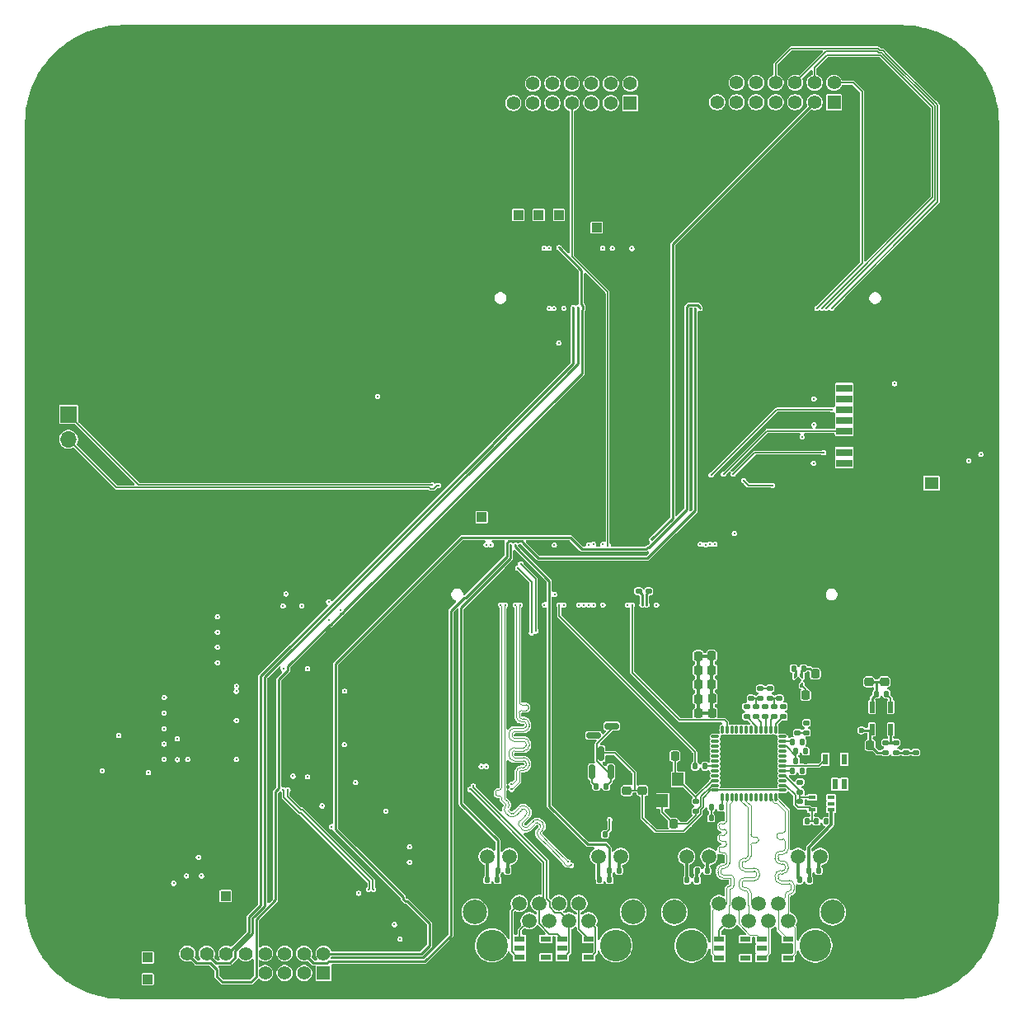
<source format=gbr>
%TF.GenerationSoftware,KiCad,Pcbnew,9.0.3*%
%TF.CreationDate,2025-08-11T10:56:28-06:00*%
%TF.ProjectId,imx8x_carrier_v2,696d7838-785f-4636-9172-726965725f76,A*%
%TF.SameCoordinates,Original*%
%TF.FileFunction,Copper,L6,Bot*%
%TF.FilePolarity,Positive*%
%FSLAX46Y46*%
G04 Gerber Fmt 4.6, Leading zero omitted, Abs format (unit mm)*
G04 Created by KiCad (PCBNEW 9.0.3) date 2025-08-11 10:56:28*
%MOMM*%
%LPD*%
G01*
G04 APERTURE LIST*
G04 Aperture macros list*
%AMRoundRect*
0 Rectangle with rounded corners*
0 $1 Rounding radius*
0 $2 $3 $4 $5 $6 $7 $8 $9 X,Y pos of 4 corners*
0 Add a 4 corners polygon primitive as box body*
4,1,4,$2,$3,$4,$5,$6,$7,$8,$9,$2,$3,0*
0 Add four circle primitives for the rounded corners*
1,1,$1+$1,$2,$3*
1,1,$1+$1,$4,$5*
1,1,$1+$1,$6,$7*
1,1,$1+$1,$8,$9*
0 Add four rect primitives between the rounded corners*
20,1,$1+$1,$2,$3,$4,$5,0*
20,1,$1+$1,$4,$5,$6,$7,0*
20,1,$1+$1,$6,$7,$8,$9,0*
20,1,$1+$1,$8,$9,$2,$3,0*%
%AMRotRect*
0 Rectangle, with rotation*
0 The origin of the aperture is its center*
0 $1 length*
0 $2 width*
0 $3 Rotation angle, in degrees counterclockwise*
0 Add horizontal line*
21,1,$1,$2,0,0,$3*%
%AMFreePoly0*
4,1,15,0.030697,0.149468,0.210697,0.009468,0.229614,-0.023798,0.230000,-0.030000,0.230000,-0.110000,0.215355,-0.145355,0.180000,-0.160000,-0.180000,-0.160000,-0.215355,-0.145355,-0.230000,-0.110000,-0.230000,0.110000,-0.215355,0.145355,-0.180000,0.160000,0.000000,0.160000,0.030697,0.149468,0.030697,0.149468,$1*%
%AMFreePoly1*
4,1,15,0.215355,0.155355,0.230000,0.120000,0.230000,0.040000,0.215355,0.004645,0.210697,0.000532,0.030697,-0.139468,0.000000,-0.150000,-0.180000,-0.150000,-0.215355,-0.135355,-0.230000,-0.100000,-0.230000,0.120000,-0.215355,0.155355,-0.180000,0.170000,0.180000,0.170000,0.215355,0.155355,0.215355,0.155355,$1*%
%AMFreePoly2*
4,1,15,0.215355,0.155355,0.230000,0.120000,0.230000,-0.100000,0.215355,-0.135355,0.180000,-0.150000,0.000000,-0.150000,-0.030697,-0.139468,-0.210697,0.000532,-0.229614,0.033798,-0.230000,0.040000,-0.230000,0.120000,-0.215355,0.155355,-0.180000,0.170000,0.180000,0.170000,0.215355,0.155355,0.215355,0.155355,$1*%
%AMFreePoly3*
4,1,15,0.215355,0.145355,0.230000,0.110000,0.230000,-0.110000,0.215355,-0.145355,0.180000,-0.160000,-0.180000,-0.160000,-0.215355,-0.145355,-0.230000,-0.110000,-0.230000,-0.030000,-0.215355,0.005355,-0.210697,0.009468,-0.030697,0.149468,0.000000,0.160000,0.180000,0.160000,0.215355,0.145355,0.215355,0.145355,$1*%
G04 Aperture macros list end*
%TA.AperFunction,ComponentPad*%
%ADD10C,5.600000*%
%TD*%
%TA.AperFunction,ComponentPad*%
%ADD11R,1.700000X1.700000*%
%TD*%
%TA.AperFunction,ComponentPad*%
%ADD12O,1.700000X1.700000*%
%TD*%
%TA.AperFunction,ComponentPad*%
%ADD13C,3.250000*%
%TD*%
%TA.AperFunction,ComponentPad*%
%ADD14C,1.520000*%
%TD*%
%TA.AperFunction,ComponentPad*%
%ADD15C,2.500000*%
%TD*%
%TA.AperFunction,ComponentPad*%
%ADD16R,1.400000X1.400000*%
%TD*%
%TA.AperFunction,ComponentPad*%
%ADD17C,1.400000*%
%TD*%
%TA.AperFunction,ComponentPad*%
%ADD18R,1.000000X1.000000*%
%TD*%
%TA.AperFunction,ComponentPad*%
%ADD19C,4.700000*%
%TD*%
%TA.AperFunction,SMDPad,CuDef*%
%ADD20R,1.150000X1.400000*%
%TD*%
%TA.AperFunction,SMDPad,CuDef*%
%ADD21RoundRect,0.225000X0.225000X0.250000X-0.225000X0.250000X-0.225000X-0.250000X0.225000X-0.250000X0*%
%TD*%
%TA.AperFunction,SMDPad,CuDef*%
%ADD22RoundRect,0.135000X-0.135000X-0.185000X0.135000X-0.185000X0.135000X0.185000X-0.135000X0.185000X0*%
%TD*%
%TA.AperFunction,SMDPad,CuDef*%
%ADD23R,1.100000X0.600000*%
%TD*%
%TA.AperFunction,SMDPad,CuDef*%
%ADD24RoundRect,0.225000X-0.225000X-0.250000X0.225000X-0.250000X0.225000X0.250000X-0.225000X0.250000X0*%
%TD*%
%TA.AperFunction,SMDPad,CuDef*%
%ADD25RoundRect,0.135000X0.185000X-0.135000X0.185000X0.135000X-0.185000X0.135000X-0.185000X-0.135000X0*%
%TD*%
%TA.AperFunction,SMDPad,CuDef*%
%ADD26RoundRect,0.150000X0.150000X-0.587500X0.150000X0.587500X-0.150000X0.587500X-0.150000X-0.587500X0*%
%TD*%
%TA.AperFunction,SMDPad,CuDef*%
%ADD27RoundRect,0.135000X-0.185000X0.135000X-0.185000X-0.135000X0.185000X-0.135000X0.185000X0.135000X0*%
%TD*%
%TA.AperFunction,SMDPad,CuDef*%
%ADD28FreePoly0,90.000000*%
%TD*%
%TA.AperFunction,SMDPad,CuDef*%
%ADD29FreePoly1,90.000000*%
%TD*%
%TA.AperFunction,SMDPad,CuDef*%
%ADD30FreePoly2,90.000000*%
%TD*%
%TA.AperFunction,SMDPad,CuDef*%
%ADD31FreePoly3,90.000000*%
%TD*%
%TA.AperFunction,SMDPad,CuDef*%
%ADD32RotRect,0.480000X0.480000X45.000000*%
%TD*%
%TA.AperFunction,SMDPad,CuDef*%
%ADD33RoundRect,0.225000X0.250000X-0.225000X0.250000X0.225000X-0.250000X0.225000X-0.250000X-0.225000X0*%
%TD*%
%TA.AperFunction,SMDPad,CuDef*%
%ADD34R,0.780000X0.380000*%
%TD*%
%TA.AperFunction,SMDPad,CuDef*%
%ADD35R,1.680000X0.800000*%
%TD*%
%TA.AperFunction,SMDPad,CuDef*%
%ADD36R,1.400000X1.290000*%
%TD*%
%TA.AperFunction,SMDPad,CuDef*%
%ADD37R,1.300000X1.290000*%
%TD*%
%TA.AperFunction,SMDPad,CuDef*%
%ADD38R,1.500000X1.600000*%
%TD*%
%TA.AperFunction,SMDPad,CuDef*%
%ADD39R,1.500000X1.700000*%
%TD*%
%TA.AperFunction,SMDPad,CuDef*%
%ADD40R,1.700000X1.500000*%
%TD*%
%TA.AperFunction,SMDPad,CuDef*%
%ADD41RoundRect,0.135000X0.135000X0.185000X-0.135000X0.185000X-0.135000X-0.185000X0.135000X-0.185000X0*%
%TD*%
%TA.AperFunction,SMDPad,CuDef*%
%ADD42O,0.280000X0.850000*%
%TD*%
%TA.AperFunction,SMDPad,CuDef*%
%ADD43O,0.850000X0.280000*%
%TD*%
%TA.AperFunction,SMDPad,CuDef*%
%ADD44R,4.100000X4.100000*%
%TD*%
%TA.AperFunction,SMDPad,CuDef*%
%ADD45R,0.600000X1.100000*%
%TD*%
%TA.AperFunction,SMDPad,CuDef*%
%ADD46R,0.490000X1.160000*%
%TD*%
%TA.AperFunction,SMDPad,CuDef*%
%ADD47R,0.490000X1.180000*%
%TD*%
%TA.AperFunction,SMDPad,CuDef*%
%ADD48RoundRect,0.150000X-0.587500X-0.150000X0.587500X-0.150000X0.587500X0.150000X-0.587500X0.150000X0*%
%TD*%
%TA.AperFunction,ViaPad*%
%ADD49C,0.300000*%
%TD*%
%TA.AperFunction,ViaPad*%
%ADD50C,0.600000*%
%TD*%
%TA.AperFunction,Conductor*%
%ADD51C,0.150000*%
%TD*%
%TA.AperFunction,Conductor*%
%ADD52C,0.300000*%
%TD*%
%TA.AperFunction,Conductor*%
%ADD53C,0.250000*%
%TD*%
%TA.AperFunction,Conductor*%
%ADD54C,0.124000*%
%TD*%
%TA.AperFunction,Conductor*%
%ADD55C,0.158200*%
%TD*%
G04 APERTURE END LIST*
D10*
%TO.P,H4,1,MP*%
%TO.N,GND*%
X76840200Y-35628400D03*
%TD*%
%TO.P,H3,1,MP*%
%TO.N,GND*%
X76840200Y-115628400D03*
%TD*%
%TO.P,H2,1,MP*%
%TO.N,GND*%
X156840200Y-115628400D03*
%TD*%
%TO.P,H1,1,MP*%
%TO.N,GND*%
X156840200Y-35628400D03*
%TD*%
D11*
%TO.P,J3,1,Pin_1*%
%TO.N,X_ADMA_UART2_RX*%
X71297800Y-65633600D03*
D12*
%TO.P,J3,2,Pin_2*%
%TO.N,X_ADMA_UART2_TX*%
X71297800Y-68173600D03*
%TO.P,J3,3,Pin_3*%
%TO.N,GND*%
X71297800Y-70713600D03*
%TO.P,J3,4,Pin_4*%
X71297800Y-73253600D03*
%TO.P,J3,5,Pin_5*%
X71297800Y-75793600D03*
%TD*%
D13*
%TO.P,RJ1,*%
%TO.N,*%
X114790000Y-120140000D03*
X127490000Y-120140000D03*
D14*
%TO.P,RJ1,1,1*%
%TO.N,X_ETH0_A_TX_P*%
X124720000Y-117600000D03*
%TO.P,RJ1,2,2*%
%TO.N,X_ETH0_A_TX_N*%
X123700000Y-115820000D03*
%TO.P,RJ1,3,3*%
%TO.N,X_ETH0_B_TX_P*%
X122680000Y-117600000D03*
%TO.P,RJ1,4,4*%
%TO.N,X_ETH0_C_TXCLK_P*%
X121660000Y-115820000D03*
%TO.P,RJ1,5,5*%
%TO.N,X_ETH0_C_TXCLK_N*%
X120640000Y-117600000D03*
%TO.P,RJ1,6,6*%
%TO.N,X_ETH0_B_TX_N*%
X119620000Y-115820000D03*
%TO.P,RJ1,7,7*%
%TO.N,X_ETH0_D_RXDV_P*%
X118600000Y-117600000D03*
%TO.P,RJ1,8,8*%
%TO.N,X_ETH0_D_RXDV_N*%
X117580000Y-115820000D03*
%TO.P,RJ1,9,L-*%
%TO.N,Net-(RJ1-L-)*%
X128000000Y-111000000D03*
%TO.P,RJ1,10,L+*%
%TO.N,VCC_3V3_OUT*%
X125710000Y-111000000D03*
%TO.P,RJ1,11,R-*%
%TO.N,Net-(RJ1-R-)*%
X116570000Y-111000000D03*
%TO.P,RJ1,12,R+*%
%TO.N,VCC_3V3_OUT*%
X114280000Y-111000000D03*
D15*
%TO.P,RJ1,13,SHELL*%
%TO.N,GNDPWR*%
X113010000Y-116710000D03*
%TO.P,RJ1,14,SHELL*%
X129270000Y-116710000D03*
%TD*%
D16*
%TO.P,CN2,1,1*%
%TO.N,X_ADMA_SPI2_CS0*%
X149910800Y-33546800D03*
D17*
%TO.P,CN2,2,2*%
%TO.N,X_LSIO_QSPI0B_DATA3*%
X149910800Y-31546800D03*
%TO.P,CN2,3,3*%
%TO.N,X_ADMA_SPI2_CS1*%
X147910800Y-33546800D03*
%TO.P,CN2,4,4*%
%TO.N,X_LSIO_QSPI0B_DATA2*%
X147910800Y-31546800D03*
%TO.P,CN2,5,5*%
%TO.N,X_ADMA_SPI2_SCK*%
X145910800Y-33546800D03*
%TO.P,CN2,6,6*%
%TO.N,X_LSIO_QSPI0B_DATA1*%
X145910800Y-31546800D03*
%TO.P,CN2,7,7*%
%TO.N,X_ADMA_SPI2_SDI*%
X143910800Y-33546800D03*
%TO.P,CN2,8,8*%
%TO.N,X_LSIO_QSPI0B_DATA0*%
X143910800Y-31546800D03*
%TO.P,CN2,9,9*%
%TO.N,X_ADMA_SPI2_SDO*%
X141910800Y-33546800D03*
%TO.P,CN2,10,10*%
%TO.N,X_LSIO_QSPI0B_DQS*%
X141910800Y-31546800D03*
%TO.P,CN2,11,11*%
%TO.N,X_LSIO_QSPIOB_SS0_B*%
X139910800Y-33546800D03*
%TO.P,CN2,12,12*%
%TO.N,X_LSIO_QSPI0B_SCLK*%
X139910800Y-31546800D03*
%TO.P,CN2,13,13*%
%TO.N,X_LSIO_QSPIOB_SS1_B*%
X137910800Y-33546800D03*
%TO.P,CN2,14,14*%
%TO.N,GND*%
X137910800Y-31546800D03*
%TO.P,CN2,15,15*%
X135910800Y-33546800D03*
%TO.P,CN2,16,16*%
X135910800Y-31546800D03*
%TD*%
D18*
%TO.P,TP10,1,1*%
%TO.N,Net-(CN1-Pad8)*%
X79425800Y-121386600D03*
%TD*%
%TO.P,TP12,1,1*%
%TO.N,VCC_1V8_OUT*%
X119590200Y-45111600D03*
%TD*%
%TO.P,TP9,1,1*%
%TO.N,Net-(CN1-Pad6)*%
X79425800Y-123621800D03*
%TD*%
D13*
%TO.P,RJ2,*%
%TO.N,*%
X135280001Y-120150001D03*
X147980001Y-120150001D03*
D14*
%TO.P,RJ2,1,1*%
%TO.N,ETH1_A_TX_P*%
X145210001Y-117610001D03*
%TO.P,RJ2,2,2*%
%TO.N,ETH1_A_TX_N*%
X144190001Y-115830001D03*
%TO.P,RJ2,3,3*%
%TO.N,ETH1_B_TX_P*%
X143170001Y-117610001D03*
%TO.P,RJ2,4,4*%
%TO.N,ETH1_C_TXCLK_P*%
X142150001Y-115830001D03*
%TO.P,RJ2,5,5*%
%TO.N,ETH1_C_TXCLK_N*%
X141130001Y-117610001D03*
%TO.P,RJ2,6,6*%
%TO.N,ETH1_B_TX_N*%
X140110001Y-115830001D03*
%TO.P,RJ2,7,7*%
%TO.N,ETH1_D_RXDV_P*%
X139090001Y-117610001D03*
%TO.P,RJ2,8,8*%
%TO.N,ETH1_D_RXDV_N*%
X138070001Y-115830001D03*
%TO.P,RJ2,9,L-*%
%TO.N,Net-(RJ2-L-)*%
X148490001Y-111010001D03*
%TO.P,RJ2,10,L+*%
%TO.N,VCC_3V3_OUT*%
X146200001Y-111010001D03*
%TO.P,RJ2,11,R-*%
%TO.N,Net-(RJ2-R-)*%
X137060001Y-111010001D03*
%TO.P,RJ2,12,R+*%
%TO.N,VCC_3V3_OUT*%
X134770001Y-111010001D03*
D15*
%TO.P,RJ2,13,SHELL*%
%TO.N,GNDPWR*%
X133500001Y-116720001D03*
%TO.P,RJ2,14,SHELL*%
X149760001Y-116720001D03*
%TD*%
D16*
%TO.P,CN1,1,1*%
%TO.N,VCC_3V3*%
X97490000Y-122980000D03*
D17*
%TO.P,CN1,2,2*%
%TO.N,X_ADMA_I2C0_SCL*%
X97490000Y-120980000D03*
%TO.P,CN1,3,3*%
%TO.N,VCC_3V3*%
X95490000Y-122980000D03*
%TO.P,CN1,4,4*%
%TO.N,X_ADMA_I2C0_SDA*%
X95490000Y-120980000D03*
%TO.P,CN1,5,5*%
%TO.N,VCC_3V3*%
X93490000Y-122980000D03*
%TO.P,CN1,6,6*%
%TO.N,Net-(CN1-Pad6)*%
X93490000Y-120980000D03*
%TO.P,CN1,7,7*%
%TO.N,VCC_3V3*%
X91490000Y-122980000D03*
%TO.P,CN1,8,8*%
%TO.N,Net-(CN1-Pad8)*%
X91490000Y-120980000D03*
%TO.P,CN1,9,9*%
%TO.N,GND*%
X89490000Y-122980000D03*
%TO.P,CN1,10,10*%
%TO.N,Net-(CN1-Pad10)*%
X89490000Y-120980000D03*
%TO.P,CN1,11,11*%
%TO.N,GND*%
X87490000Y-122980000D03*
%TO.P,CN1,12,12*%
%TO.N,X_LSIO_GPIO1_IO10*%
X87490000Y-120980000D03*
%TO.P,CN1,13,13*%
%TO.N,GND*%
X85490000Y-122980000D03*
%TO.P,CN1,14,14*%
%TO.N,X_LSIO_GPIO1_IO09*%
X85490000Y-120980000D03*
%TO.P,CN1,15,15*%
%TO.N,GND*%
X83490000Y-122980000D03*
%TO.P,CN1,16,16*%
%TO.N,X_SCU_WDOG0_WDOG_OUT*%
X83490000Y-120980000D03*
%TD*%
D19*
%TO.P,H6,1,MP*%
%TO.N,GND*%
X154052300Y-83866000D03*
%TD*%
D16*
%TO.P,CN3,1,1*%
%TO.N,X_LSIO_GPIO1_IO12*%
X128981200Y-33629600D03*
D17*
%TO.P,CN3,2,2*%
%TO.N,X_LSIO_GPIO1_IO25*%
X128981200Y-31629600D03*
%TO.P,CN3,3,3*%
%TO.N,X_LSIO_GPIO1_IO13*%
X126981200Y-33629600D03*
%TO.P,CN3,4,4*%
%TO.N,X_LSIO_GPIO1_IO26*%
X126981200Y-31629600D03*
%TO.P,CN3,5,5*%
%TO.N,X_LSIO_GPIO1_IO14*%
X124981200Y-33629600D03*
%TO.P,CN3,6,6*%
%TO.N,X_LSIO_GPIO1_IO29*%
X124981200Y-31629600D03*
%TO.P,CN3,7,7*%
%TO.N,X_LSO_GPIO1_IO17*%
X122981200Y-33629600D03*
%TO.P,CN3,8,8*%
%TO.N,X_LSIO_GPIO1_IO30*%
X122981200Y-31629600D03*
%TO.P,CN3,9,9*%
%TO.N,X_LSO_GPIO1_IO18*%
X120981200Y-33629600D03*
%TO.P,CN3,10,10*%
%TO.N,X_ADMA_I2C3_SCL*%
X120981200Y-31629600D03*
%TO.P,CN3,11,11*%
%TO.N,X_LSO_GPIO1_IO19*%
X118981200Y-33629600D03*
%TO.P,CN3,12,12*%
%TO.N,X_ADMA_I2C3_SDA*%
X118981200Y-31629600D03*
%TO.P,CN3,13,13*%
%TO.N,X_LSO_GPIO1_IO20*%
X116981200Y-33629600D03*
%TO.P,CN3,14,14*%
%TO.N,GND*%
X116981200Y-31629600D03*
%TO.P,CN3,15,15*%
X114981200Y-33629600D03*
%TO.P,CN3,16,16*%
X114981200Y-31629600D03*
%TD*%
D18*
%TO.P,TP8,1,1*%
%TO.N,X_SCU_WDOG0_WDOG_OUT*%
X121660000Y-45110000D03*
%TD*%
%TO.P,TP1,1,1*%
%TO.N,X_ETH0_INT*%
X113741200Y-76174600D03*
%TD*%
%TO.P,TP7,1,1*%
%TO.N,VCC_3V3_OUT*%
X117485000Y-45110000D03*
%TD*%
D19*
%TO.P,H5,1,MP*%
%TO.N,GND*%
X110040000Y-49860000D03*
%TD*%
D18*
%TO.P,TP2,1,1*%
%TO.N,X_POR_B_3V3*%
X125550000Y-46420000D03*
%TD*%
%TO.P,TP11,1,1*%
%TO.N,Net-(CN1-Pad10)*%
X87426400Y-115074800D03*
%TD*%
D20*
%TO.P,Y1,1,1*%
%TO.N,Net-(U1-X_I)*%
X133890003Y-103087335D03*
%TO.P,Y1,2,2*%
%TO.N,GND*%
X133890003Y-105287335D03*
%TO.P,Y1,3,3*%
%TO.N,Net-(U1-X_O)*%
X132290003Y-105287335D03*
%TO.P,Y1,4,4*%
%TO.N,GND*%
X132290003Y-103087335D03*
%TD*%
D21*
%TO.P,C18,1*%
%TO.N,VDD_ETH_1V0*%
X135950003Y-93337334D03*
%TO.P,C18,2*%
%TO.N,GND*%
X134400003Y-93337334D03*
%TD*%
%TO.P,C56,1*%
%TO.N,VCC_ENET_2V5*%
X153621602Y-99585538D03*
%TO.P,C56,2*%
%TO.N,GND*%
X152071602Y-99585538D03*
%TD*%
D22*
%TO.P,R29,1*%
%TO.N,X_ETH0_LED0*%
X126810000Y-112450000D03*
%TO.P,R29,2*%
%TO.N,Net-(RJ1-L-)*%
X127830000Y-112450000D03*
%TD*%
D23*
%TO.P,TV4,1,1*%
%TO.N,ETH1_C_TXCLK_P*%
X140829999Y-119509999D03*
%TO.P,TV4,2,2*%
%TO.N,GND*%
X140829999Y-120459999D03*
%TO.P,TV4,3,3*%
%TO.N,ETH1_C_TXCLK_N*%
X140829999Y-121409999D03*
%TO.P,TV4,4,4*%
%TO.N,ETH1_D_RXDV_N*%
X138129999Y-121409999D03*
%TO.P,TV4,5,5*%
%TO.N,unconnected-(TV4-Pad5)*%
X138129999Y-120459999D03*
%TO.P,TV4,6,6*%
%TO.N,ETH1_D_RXDV_P*%
X138129999Y-119509999D03*
%TD*%
D24*
%TO.P,C1,1*%
%TO.N,GND*%
X132016200Y-100685600D03*
%TO.P,C1,2*%
%TO.N,Net-(U1-X_I)*%
X133566200Y-100685600D03*
%TD*%
D25*
%TO.P,R94,1*%
%TO.N,X_BOOT_MODE2*%
X130881400Y-83772000D03*
%TO.P,R94,2*%
%TO.N,GND*%
X130881400Y-82752000D03*
%TD*%
D22*
%TO.P,R7,1*%
%TO.N,X_CONN_ENET1_REFCLK*%
X135650003Y-101727335D03*
%TO.P,R7,2*%
%TO.N,Net-(U1-CLK_OUT)*%
X136670003Y-101727335D03*
%TD*%
D26*
%TO.P,Q1,1,G*%
%TO.N,Net-(Q1-G)*%
X126959400Y-102308900D03*
%TO.P,Q1,2,S*%
%TO.N,VDD_ETH_1V0*%
X125059400Y-102308900D03*
%TO.P,Q1,3,D*%
%TO.N,Net-(Q1-D)*%
X126009400Y-100433900D03*
%TD*%
D25*
%TO.P,R2,1*%
%TO.N,Net-(U1-RX_D1)*%
X142830003Y-96637335D03*
%TO.P,R2,2*%
%TO.N,X_CONN_ENET1_RXD1*%
X142830003Y-95617335D03*
%TD*%
%TO.P,R20,1*%
%TO.N,X_CONN_ENET1_RXD2*%
X144290003Y-94767335D03*
%TO.P,R20,2*%
%TO.N,GND*%
X144290003Y-93747335D03*
%TD*%
D21*
%TO.P,C9,1*%
%TO.N,VDD_ETH_1V0*%
X135945003Y-90410738D03*
%TO.P,C9,2*%
%TO.N,GND*%
X134395003Y-90410738D03*
%TD*%
%TO.P,C10,1*%
%TO.N,VDD_ETH_1V0*%
X135955003Y-91870736D03*
%TO.P,C10,2*%
%TO.N,GND*%
X134405003Y-91870736D03*
%TD*%
D24*
%TO.P,C54,1*%
%TO.N,VCC_1V8_OUT*%
X147975003Y-92237335D03*
%TO.P,C54,2*%
%TO.N,GND*%
X149525003Y-92237335D03*
%TD*%
D27*
%TO.P,R138,1*%
%TO.N,GND*%
X158290003Y-99297336D03*
%TO.P,R138,2*%
%TO.N,Net-(R115-Pad1)*%
X158290003Y-100317336D03*
%TD*%
D22*
%TO.P,R8,1*%
%TO.N,X_CONN_ETH1_PHY_INT*%
X145630002Y-102207335D03*
%TO.P,R8,2*%
%TO.N,VCC_3V3_OUT*%
X146650002Y-102207335D03*
%TD*%
D28*
%TO.P,U9,1,OUT*%
%TO.N,VDD_ETH_1V0*%
X146570003Y-93367335D03*
D29*
%TO.P,U9,2,GND*%
%TO.N,GND*%
X145930003Y-93367335D03*
D30*
%TO.P,U9,3,EN*%
%TO.N,Net-(U9-EN)*%
X145930003Y-92507335D03*
D31*
%TO.P,U9,4,IN*%
%TO.N,VCC_1V8_OUT*%
X146570003Y-92507335D03*
D32*
%TO.P,U9,5,PAD*%
%TO.N,GND*%
X146250003Y-92937335D03*
%TD*%
D27*
%TO.P,R137,1*%
%TO.N,GND*%
X157290003Y-99297336D03*
%TO.P,R137,2*%
%TO.N,Net-(R115-Pad1)*%
X157290003Y-100317336D03*
%TD*%
D33*
%TO.P,C58,1*%
%TO.N,VCC_3V3_OUT*%
X153496602Y-93050538D03*
%TO.P,C58,2*%
%TO.N,GND*%
X153496602Y-91500538D03*
%TD*%
D25*
%TO.P,R3,1*%
%TO.N,Net-(U1-RX_D2)*%
X143770003Y-96627335D03*
%TO.P,R3,2*%
%TO.N,X_CONN_ENET1_RXD2*%
X143770003Y-95607335D03*
%TD*%
D22*
%TO.P,R117,1*%
%TO.N,VCC_3V3_OUT*%
X154276602Y-94305538D03*
%TO.P,R117,2*%
%TO.N,Net-(U10-EN)*%
X155296602Y-94305538D03*
%TD*%
D21*
%TO.P,C16,1*%
%TO.N,VDD_ETH_1V0*%
X135960003Y-96297334D03*
%TO.P,C16,2*%
%TO.N,GND*%
X134410003Y-96297334D03*
%TD*%
D24*
%TO.P,C13,1*%
%TO.N,VDD_ETH_1V0*%
X137370003Y-91857334D03*
%TO.P,C13,2*%
%TO.N,GND*%
X138920003Y-91857334D03*
%TD*%
D34*
%TO.P,U3,1,1A*%
%TO.N,LED0_LINK*%
X147650003Y-106218137D03*
%TO.P,U3,2,GND*%
%TO.N,GND*%
X147650003Y-105568137D03*
%TO.P,U3,3,2A*%
%TO.N,LED2_ACT*%
X147650003Y-104918137D03*
%TO.P,U3,4,2Y*%
%TO.N,ETH1_LED1*%
X149630003Y-104918137D03*
%TO.P,U3,5,VCC*%
%TO.N,VCC_1V8_OUT*%
X149630003Y-105568137D03*
%TO.P,U3,6,1Y*%
%TO.N,ETH1_LED0*%
X149630003Y-106218137D03*
%TD*%
D23*
%TO.P,TV2,1,1*%
%TO.N,X_ETH0_C_TXCLK_P*%
X120330001Y-119450000D03*
%TO.P,TV2,2,2*%
%TO.N,GND*%
X120330001Y-120400000D03*
%TO.P,TV2,3,3*%
%TO.N,X_ETH0_C_TXCLK_N*%
X120330001Y-121350000D03*
%TO.P,TV2,4,4*%
%TO.N,X_ETH0_D_RXDV_N*%
X117630001Y-121350000D03*
%TO.P,TV2,5,5*%
%TO.N,unconnected-(TV2-Pad5)*%
X117630001Y-120400000D03*
%TO.P,TV2,6,6*%
%TO.N,X_ETH0_D_RXDV_P*%
X117630001Y-119450000D03*
%TD*%
D35*
%TO.P,Card1,1,DAT2*%
%TO.N,Net-(Card1-DAT2)*%
X150960000Y-62900000D03*
%TO.P,Card1,2,CD/DAT3*%
%TO.N,Net-(Card1-CD{slash}DAT3)*%
X150960000Y-64000000D03*
%TO.P,Card1,3,CMD*%
%TO.N,Net-(Card1-CMD)*%
X150960000Y-65100000D03*
%TO.P,Card1,4,VDD*%
%TO.N,Net-(Card1-VDD)*%
X150960000Y-66200000D03*
%TO.P,Card1,5,CLK*%
%TO.N,X_CONN_USDHC1_CLK*%
X150960000Y-67300000D03*
%TO.P,Card1,6,VSS*%
%TO.N,GND*%
X150960000Y-68400000D03*
%TO.P,Card1,7,DAT0*%
%TO.N,Net-(Card1-DAT0)*%
X150960000Y-69500000D03*
%TO.P,Card1,8,DAT1*%
%TO.N,Net-(Card1-DAT1)*%
X150960000Y-70600000D03*
D36*
%TO.P,Card1,9,SW*%
%TO.N,X_CONN_USDHC1_CD_B*%
X159920000Y-72660000D03*
D37*
%TO.P,Card1,10,DET*%
%TO.N,GND*%
X152450000Y-72660000D03*
D38*
%TO.P,Card1,11,SHELL*%
X150820000Y-72010000D03*
D39*
%TO.P,Card1,12,SHELL*%
X150870000Y-59350000D03*
D40*
%TO.P,Card1,13,SHELL*%
X165720000Y-59260000D03*
%TO.P,Card1,14,SHELL*%
X165720000Y-72550000D03*
%TD*%
D23*
%TO.P,TV3,1,1*%
%TO.N,ETH1_A_TX_N*%
X145180000Y-119500000D03*
%TO.P,TV3,2,2*%
%TO.N,GND*%
X145180000Y-120450000D03*
%TO.P,TV3,3,3*%
%TO.N,ETH1_A_TX_P*%
X145180000Y-121400000D03*
%TO.P,TV3,4,4*%
%TO.N,ETH1_B_TX_P*%
X142480000Y-121400000D03*
%TO.P,TV3,5,5*%
%TO.N,unconnected-(TV3-Pad5)*%
X142480000Y-120450000D03*
%TO.P,TV3,6,6*%
%TO.N,ETH1_B_TX_N*%
X142480000Y-119500000D03*
%TD*%
D22*
%TO.P,R17,1*%
%TO.N,Net-(R10-Pad2)*%
X137290003Y-107057335D03*
%TO.P,R17,2*%
%TO.N,GND*%
X138310003Y-107057335D03*
%TD*%
D41*
%TO.P,R114,1*%
%TO.N,VCC_1V8_OUT*%
X146780004Y-91707335D03*
%TO.P,R114,2*%
%TO.N,Net-(U9-EN)*%
X145760004Y-91707335D03*
%TD*%
D22*
%TO.P,R27,1*%
%TO.N,VCC_3V3_OUT*%
X125850000Y-113400000D03*
%TO.P,R27,2*%
%TO.N,X_ETH0_LED0*%
X126870000Y-113400000D03*
%TD*%
%TO.P,R30,1*%
%TO.N,VCC_3V3_OUT*%
X134810001Y-113410001D03*
%TO.P,R30,2*%
%TO.N,ETH1_LED1*%
X135830001Y-113410001D03*
%TD*%
D41*
%TO.P,R10,1*%
%TO.N,Net-(U1-RBIAS)*%
X138310003Y-105957335D03*
%TO.P,R10,2*%
%TO.N,Net-(R10-Pad2)*%
X137290003Y-105957335D03*
%TD*%
D25*
%TO.P,R96,1*%
%TO.N,X_BOOT_MODE3*%
X129840000Y-83770000D03*
%TO.P,R96,2*%
%TO.N,GND*%
X129840000Y-82750000D03*
%TD*%
D27*
%TO.P,R9,1*%
%TO.N,Net-(U1-X_I)*%
X135723403Y-105319135D03*
%TO.P,R9,2*%
%TO.N,Net-(U1-X_O)*%
X135723403Y-106339135D03*
%TD*%
D25*
%TO.P,R4,1*%
%TO.N,Net-(U1-RX_D3)*%
X144710003Y-96627335D03*
%TO.P,R4,2*%
%TO.N,X_CONN_ENET1_RXD3*%
X144710003Y-95607335D03*
%TD*%
D24*
%TO.P,C14,1*%
%TO.N,VDD_ETH_1V0*%
X137360003Y-90387334D03*
%TO.P,C14,2*%
%TO.N,GND*%
X138910003Y-90387334D03*
%TD*%
D22*
%TO.P,R12,1*%
%TO.N,X_ETH_GPIO0*%
X145980003Y-101167335D03*
%TO.P,R12,2*%
%TO.N,GND*%
X147000003Y-101167335D03*
%TD*%
D27*
%TO.P,R24,1*%
%TO.N,LED2_ACT*%
X146421805Y-105388337D03*
%TO.P,R24,2*%
%TO.N,GND*%
X146421805Y-106408337D03*
%TD*%
D41*
%TO.P,R28,1*%
%TO.N,Net-(RJ1-R-)*%
X116390000Y-112450000D03*
%TO.P,R28,2*%
%TO.N,X_ETH0_LED1*%
X115370000Y-112450000D03*
%TD*%
D33*
%TO.P,C22,1*%
%TO.N,Net-(Q1-D)*%
X128642505Y-104224835D03*
%TO.P,C22,2*%
%TO.N,GND*%
X128642505Y-102674835D03*
%TD*%
D25*
%TO.P,R115,1*%
%TO.N,Net-(R115-Pad1)*%
X156260003Y-100327336D03*
%TO.P,R115,2*%
%TO.N,Net-(U10-ADJ)*%
X156260003Y-99307336D03*
%TD*%
D24*
%TO.P,C12,1*%
%TO.N,VDD_ETH_1V0*%
X137370003Y-93327334D03*
%TO.P,C12,2*%
%TO.N,GND*%
X138920003Y-93327334D03*
%TD*%
%TO.P,C2,1*%
%TO.N,GND*%
X131898403Y-107629135D03*
%TO.P,C2,2*%
%TO.N,Net-(U1-X_O)*%
X133448403Y-107629135D03*
%TD*%
D25*
%TO.P,R1,1*%
%TO.N,Net-(U1-RX_D0)*%
X141880003Y-96647335D03*
%TO.P,R1,2*%
%TO.N,X_CONN_ENET1_RXD0*%
X141880003Y-95627335D03*
%TD*%
D21*
%TO.P,C55,1*%
%TO.N,VDD_ETH_1V0*%
X147010003Y-94417335D03*
%TO.P,C55,2*%
%TO.N,GND*%
X145460003Y-94417335D03*
%TD*%
D22*
%TO.P,R5,1*%
%TO.N,Net-(U1-RX_CTRL)*%
X145610002Y-99227335D03*
%TO.P,R5,2*%
%TO.N,X_CONN_ENET1_RX_CTL*%
X146630002Y-99227335D03*
%TD*%
D42*
%TO.P,U1,1,TD_P_A*%
%TO.N,ETH1_A_TX_P*%
X143910003Y-104917335D03*
%TO.P,U1,2,TD_M_A*%
%TO.N,ETH1_A_TX_N*%
X143410003Y-104917335D03*
%TO.P,U1,3,VDDA2P5*%
%TO.N,VCC_ENET_2V5*%
X142910003Y-104917335D03*
%TO.P,U1,4,TD_P_B*%
%TO.N,ETH1_B_TX_P*%
X142410003Y-104917335D03*
%TO.P,U1,5,TD_M_B*%
%TO.N,ETH1_B_TX_N*%
X141910003Y-104917335D03*
%TO.P,U1,6,VDD1P0*%
%TO.N,VDD_ETH_1V0*%
X141410003Y-104917335D03*
%TO.P,U1,7,TD_P_C*%
%TO.N,ETH1_C_TXCLK_P*%
X140910003Y-104917335D03*
%TO.P,U1,8,TD_M_C*%
%TO.N,ETH1_C_TXCLK_N*%
X140410003Y-104917335D03*
%TO.P,U1,9,VDDA2P5*%
%TO.N,VCC_ENET_2V5*%
X139910003Y-104917335D03*
%TO.P,U1,10,TD_P_D*%
%TO.N,ETH1_D_RXDV_P*%
X139410003Y-104917335D03*
%TO.P,U1,11,TD_M_D*%
%TO.N,ETH1_D_RXDV_N*%
X138910003Y-104917335D03*
%TO.P,U1,12,RBIAS*%
%TO.N,Net-(U1-RBIAS)*%
X138410003Y-104917335D03*
D43*
%TO.P,U1,13,VDDA1P8*%
%TO.N,Net-(Q1-D)*%
X137690003Y-104197335D03*
%TO.P,U1,14,X_O*%
%TO.N,Net-(U1-X_O)*%
X137690003Y-103697335D03*
%TO.P,U1,15,X_I*%
%TO.N,Net-(U1-X_I)*%
X137690003Y-103197335D03*
%TO.P,U1,16,MDC*%
%TO.N,X_CONN_ETH0_MDC*%
X137690003Y-102697335D03*
%TO.P,U1,17,MDIO*%
%TO.N,X_CONN_ETH0_MDIO*%
X137690003Y-102197335D03*
%TO.P,U1,18,CLK_OUT*%
%TO.N,Net-(U1-CLK_OUT)*%
X137690003Y-101697335D03*
%TO.P,U1,19,VDDIO*%
%TO.N,VCC_ENET_2V5*%
X137690003Y-101197335D03*
%TO.P,U1,20,JTAG_CLK*%
%TO.N,unconnected-(U1-JTAG_CLK-Pad20)*%
X137690003Y-100697335D03*
%TO.P,U1,21,JTAG_TDO*%
%TO.N,unconnected-(U1-JTAG_TDO-Pad21)*%
X137690003Y-100197335D03*
%TO.P,U1,22,JTAG_TMS*%
%TO.N,unconnected-(U1-JTAG_TMS-Pad22)*%
X137690003Y-99697335D03*
%TO.P,U1,23,JTAG_TDI*%
%TO.N,unconnected-(U1-JTAG_TDI-Pad23)*%
X137690003Y-99197335D03*
%TO.P,U1,24,VDD1P0*%
%TO.N,VDD_ETH_1V0*%
X137690003Y-98697335D03*
D42*
%TO.P,U1,25,TX_D3*%
%TO.N,X_CONN_ENET1_TXD3*%
X138410003Y-97977335D03*
%TO.P,U1,26,TX_D2*%
%TO.N,X_CONN_ENET1_TXD2*%
X138910003Y-97977335D03*
%TO.P,U1,27,TX_D1*%
%TO.N,X_CONN_ENET1_TXD1*%
X139410003Y-97977335D03*
%TO.P,U1,28,TX_D0*%
%TO.N,X_CONN_ENET1_TXD0*%
X139910003Y-97977335D03*
%TO.P,U1,29,GTX_CLK*%
%TO.N,X_CONN_ENET1_TXC*%
X140410003Y-97977335D03*
%TO.P,U1,30,VDDIO*%
%TO.N,VCC_ENET_2V5*%
X140910003Y-97977335D03*
%TO.P,U1,31,VDD1P0*%
%TO.N,VDD_ETH_1V0*%
X141410003Y-97977335D03*
%TO.P,U1,32,RX_CLK*%
%TO.N,Net-(U1-RX_CLK)*%
X141910003Y-97977335D03*
%TO.P,U1,33,RX_D0*%
%TO.N,Net-(U1-RX_D0)*%
X142410003Y-97977335D03*
%TO.P,U1,34,RX_D1*%
%TO.N,Net-(U1-RX_D1)*%
X142910003Y-97977335D03*
%TO.P,U1,35,RX_D2*%
%TO.N,Net-(U1-RX_D2)*%
X143410003Y-97977335D03*
%TO.P,U1,36,RX_D3*%
%TO.N,Net-(U1-RX_D3)*%
X143910003Y-97977335D03*
D43*
%TO.P,U1,37,TX_CTRL*%
%TO.N,X_CONN_ENET1_TX_CTL*%
X144630003Y-98697335D03*
%TO.P,U1,38,RX_CTRL*%
%TO.N,Net-(U1-RX_CTRL)*%
X144630003Y-99197335D03*
%TO.P,U1,39,GPIO_0*%
%TO.N,X_ETH_GPIO0*%
X144630003Y-99697335D03*
%TO.P,U1,40,GPIO_1*%
%TO.N,X_ETH_GPIO1*%
X144630003Y-100197335D03*
%TO.P,U1,41,VDDIO*%
%TO.N,VCC_ENET_2V5*%
X144630003Y-100697335D03*
%TO.P,U1,42,VDD1P0*%
%TO.N,VDD_ETH_1V0*%
X144630003Y-101197335D03*
%TO.P,U1,43,RESET_N*%
%TO.N,Net-(U1-RESET_N)*%
X144630003Y-101697335D03*
%TO.P,U1,44,INT/PWDN*%
%TO.N,X_CONN_ETH1_PHY_INT*%
X144630003Y-102197335D03*
%TO.P,U1,45,LED_2*%
%TO.N,LED2_ACT*%
X144630003Y-102697335D03*
%TO.P,U1,46,LED_1*%
%TO.N,unconnected-(U1-LED_1-Pad46)*%
X144630003Y-103197335D03*
%TO.P,U1,47,LED_0*%
%TO.N,LED0_LINK*%
X144630003Y-103697335D03*
%TO.P,U1,48,VDDA1P8*%
%TO.N,Net-(Q1-D)*%
X144630003Y-104197335D03*
D44*
%TO.P,U1,49,GND*%
%TO.N,GND*%
X141160003Y-101447335D03*
%TD*%
D24*
%TO.P,C15,1*%
%TO.N,VDD_ETH_1V0*%
X137380003Y-96267334D03*
%TO.P,C15,2*%
%TO.N,GND*%
X138930003Y-96267334D03*
%TD*%
D45*
%TO.P,U2,1,A*%
%TO.N,X_POR_B_1V8*%
X150950003Y-103607335D03*
%TO.P,U2,2,B*%
%TO.N,unconnected-(U2-B-Pad2)*%
X150000003Y-103607335D03*
%TO.P,U2,3,GND*%
%TO.N,GND*%
X149050003Y-103607335D03*
%TO.P,U2,4,Y*%
%TO.N,Net-(U1-RESET_N)*%
X149050003Y-101007335D03*
%TO.P,U2,5,VCC*%
%TO.N,VCC_1V8_OUT*%
X150950003Y-101007335D03*
%TD*%
D41*
%TO.P,R31,1*%
%TO.N,Net-(RJ2-R-)*%
X136890001Y-112460001D03*
%TO.P,R31,2*%
%TO.N,ETH1_LED1*%
X135870001Y-112460001D03*
%TD*%
D22*
%TO.P,R32,1*%
%TO.N,ETH1_LED0*%
X147310001Y-112460001D03*
%TO.P,R32,2*%
%TO.N,Net-(RJ2-L-)*%
X148330001Y-112460001D03*
%TD*%
D23*
%TO.P,TV1,1,1*%
%TO.N,X_ETH0_A_TX_N*%
X124680000Y-119450000D03*
%TO.P,TV1,2,2*%
%TO.N,GND*%
X124680000Y-120400000D03*
%TO.P,TV1,3,3*%
%TO.N,X_ETH0_A_TX_P*%
X124680000Y-121350000D03*
%TO.P,TV1,4,4*%
%TO.N,X_ETH0_B_TX_P*%
X121980000Y-121350000D03*
%TO.P,TV1,5,5*%
%TO.N,unconnected-(TV1-Pad5)*%
X121980000Y-120400000D03*
%TO.P,TV1,6,6*%
%TO.N,X_ETH0_B_TX_N*%
X121980000Y-119450000D03*
%TD*%
D41*
%TO.P,R15,1*%
%TO.N,VCC_ENET_2V5*%
X126392231Y-108729775D03*
%TO.P,R15,2*%
%TO.N,GND*%
X125372231Y-108729775D03*
%TD*%
D33*
%TO.P,C21,1*%
%TO.N,Net-(Q1-D)*%
X130242505Y-104224839D03*
%TO.P,C21,2*%
%TO.N,GND*%
X130242505Y-102674839D03*
%TD*%
D46*
%TO.P,U10,1,VIN*%
%TO.N,VCC_3V3_OUT*%
X153820003Y-95657335D03*
%TO.P,U10,2,GND*%
%TO.N,GND*%
X154770003Y-95657335D03*
%TO.P,U10,3,EN*%
%TO.N,Net-(U10-EN)*%
X155720003Y-95657335D03*
D47*
%TO.P,U10,4,ADJ*%
%TO.N,Net-(U10-ADJ)*%
X155720003Y-97957335D03*
%TO.P,U10,5,OUT*%
%TO.N,VCC_ENET_2V5*%
X153820003Y-97957335D03*
%TD*%
D41*
%TO.P,R23,1*%
%TO.N,VCC_1V8_OUT*%
X149111803Y-107388337D03*
%TO.P,R23,2*%
%TO.N,LED0_LINK*%
X148091803Y-107388337D03*
%TD*%
D25*
%TO.P,R6,1*%
%TO.N,Net-(U1-RX_CLK)*%
X140930003Y-96647336D03*
%TO.P,R6,2*%
%TO.N,X_CONN_ENET1_RXC*%
X140930003Y-95627336D03*
%TD*%
D24*
%TO.P,C11,1*%
%TO.N,VDD_ETH_1V0*%
X137380003Y-94787334D03*
%TO.P,C11,2*%
%TO.N,GND*%
X138930003Y-94787334D03*
%TD*%
D27*
%TO.P,R22,1*%
%TO.N,VCC_1V8_OUT*%
X146418406Y-103368338D03*
%TO.P,R22,2*%
%TO.N,LED2_ACT*%
X146418406Y-104388338D03*
%TD*%
D25*
%TO.P,R21,1*%
%TO.N,X_CONN_ENET1_RXD0*%
X141390003Y-94777335D03*
%TO.P,R21,2*%
%TO.N,GND*%
X141390003Y-93757335D03*
%TD*%
%TO.P,R116,1*%
%TO.N,VCC_ENET_2V5*%
X155196602Y-100315538D03*
%TO.P,R116,2*%
%TO.N,Net-(U10-ADJ)*%
X155196602Y-99295538D03*
%TD*%
D22*
%TO.P,R26,1*%
%TO.N,VCC_3V3_OUT*%
X114310001Y-113400000D03*
%TO.P,R26,2*%
%TO.N,X_ETH0_LED1*%
X115330001Y-113400000D03*
%TD*%
D48*
%TO.P,Q2,1,G*%
%TO.N,VCC_ENET_2V5*%
X125198900Y-98550900D03*
%TO.P,Q2,2,S*%
%TO.N,GND*%
X125198900Y-96650900D03*
%TO.P,Q2,3,D*%
%TO.N,Net-(Q1-G)*%
X127073900Y-97600900D03*
%TD*%
D41*
%TO.P,R11,1*%
%TO.N,VCC_1V8_OUT*%
X147000004Y-100197335D03*
%TO.P,R11,2*%
%TO.N,X_ETH_GPIO0*%
X145980004Y-100197335D03*
%TD*%
D25*
%TO.P,R16,1*%
%TO.N,X_CONN_ENET1_RX_CTRL*%
X146140003Y-98287334D03*
%TO.P,R16,2*%
%TO.N,GND*%
X146140003Y-97267334D03*
%TD*%
D22*
%TO.P,R13,1*%
%TO.N,VDD_ETH_1V0*%
X125487258Y-103799777D03*
%TO.P,R13,2*%
%TO.N,Net-(Q1-G)*%
X126507258Y-103799777D03*
%TD*%
D41*
%TO.P,R25,1*%
%TO.N,LED0_LINK*%
X147130005Y-107391738D03*
%TO.P,R25,2*%
%TO.N,GND*%
X146110005Y-107391738D03*
%TD*%
D22*
%TO.P,R33,1*%
%TO.N,VCC_3V3_OUT*%
X146350001Y-113410001D03*
%TO.P,R33,2*%
%TO.N,ETH1_LED0*%
X147370001Y-113410001D03*
%TD*%
D21*
%TO.P,C17,1*%
%TO.N,VDD_ETH_1V0*%
X135955003Y-94817335D03*
%TO.P,C17,2*%
%TO.N,GND*%
X134405003Y-94817335D03*
%TD*%
D33*
%TO.P,C57,1*%
%TO.N,VCC_3V3_OUT*%
X155100002Y-93050538D03*
%TO.P,C57,2*%
%TO.N,GND*%
X155100002Y-91500538D03*
%TD*%
D27*
%TO.P,R18,1*%
%TO.N,VCC_1V8_OUT*%
X143346603Y-93745535D03*
%TO.P,R18,2*%
%TO.N,X_CONN_ENET1_RXD2*%
X143346603Y-94765535D03*
%TD*%
%TO.P,R19,1*%
%TO.N,VCC_1V8_OUT*%
X142330003Y-93757336D03*
%TO.P,R19,2*%
%TO.N,X_CONN_ENET1_RXD0*%
X142330003Y-94777336D03*
%TD*%
%TO.P,R14,1*%
%TO.N,VCC_1V8_OUT*%
X147080003Y-97267336D03*
%TO.P,R14,2*%
%TO.N,X_CONN_ENET1_RX_CTRL*%
X147080003Y-98287336D03*
%TD*%
D49*
%TO.N,Net-(Card1-CD{slash}DAT3)*%
X150750000Y-64000000D03*
%TO.N,GND*%
X82520000Y-95830000D03*
X122190000Y-78990000D03*
X133680000Y-85162000D03*
X135150000Y-48540000D03*
X165760000Y-59300000D03*
X103720000Y-113810000D03*
X86820000Y-109860000D03*
X134395003Y-90410738D03*
X103250000Y-111080000D03*
X128642505Y-102674835D03*
X105170000Y-97780000D03*
X85030000Y-91070000D03*
X88440000Y-92080000D03*
X84950000Y-114540000D03*
D50*
X131390000Y-115185000D03*
D49*
X150950000Y-68420000D03*
X106050000Y-115240000D03*
X144690000Y-79000000D03*
X106630000Y-119500000D03*
X147640000Y-48530000D03*
X132650000Y-48550000D03*
X124970001Y-107220001D03*
X150820000Y-72010000D03*
X100340000Y-69600000D03*
X97340000Y-102820000D03*
X110180000Y-105690000D03*
X92340000Y-102810000D03*
X95300000Y-105760000D03*
X135140000Y-54730000D03*
X86780000Y-112980000D03*
X165980000Y-61300000D03*
X94590000Y-87840000D03*
X147000003Y-101167335D03*
X118500000Y-56730000D03*
X129680000Y-85162000D03*
X150150000Y-48550000D03*
X120330001Y-120400000D03*
X132640000Y-54750000D03*
X105170000Y-96740000D03*
X96350000Y-105810000D03*
X150870000Y-59370000D03*
X96840000Y-91730000D03*
X79570000Y-97860000D03*
X154130000Y-65400000D03*
X143680000Y-85162000D03*
X79720000Y-104870000D03*
X147650003Y-105568137D03*
X130140000Y-48540000D03*
X115180000Y-78990000D03*
X95340000Y-102770000D03*
X118180000Y-85162000D03*
X140340000Y-47110000D03*
X82510000Y-92390000D03*
X107870000Y-109980000D03*
X121590000Y-56690000D03*
X150150000Y-54740000D03*
X79570000Y-94660000D03*
X107860000Y-111570000D03*
X148170003Y-95052335D03*
X147190000Y-78980000D03*
X128180000Y-85162000D03*
X120140000Y-54720000D03*
X152470000Y-72720000D03*
X99640000Y-97020000D03*
X92500000Y-87840000D03*
X83400000Y-114540000D03*
X100180000Y-91590000D03*
X116680000Y-85162000D03*
X146600000Y-77510000D03*
X137640000Y-48560000D03*
X141140000Y-54730000D03*
X92120000Y-110570000D03*
X149525003Y-92237335D03*
X102280000Y-122170000D03*
X94840000Y-102770000D03*
X105170000Y-92570000D03*
X132180000Y-85162000D03*
X128640000Y-48540000D03*
X140140000Y-48540000D03*
X105170000Y-93600000D03*
X125198900Y-96650900D03*
X122640000Y-54710000D03*
X93330000Y-85900000D03*
X93530000Y-87820000D03*
X85030000Y-87960000D03*
X154110000Y-66900000D03*
X132840000Y-47120000D03*
X90340000Y-102820000D03*
X113180000Y-85162000D03*
X100780000Y-102070000D03*
X116940000Y-56720000D03*
X82490000Y-96840000D03*
X127640000Y-54710000D03*
X135450000Y-47100000D03*
X145180000Y-85162000D03*
X100350000Y-64970000D03*
X88350000Y-113000000D03*
X135180000Y-85162000D03*
X104500000Y-122160000D03*
D50*
X141160003Y-101447335D03*
D49*
X145180000Y-120450000D03*
X146460000Y-107030000D03*
X121180000Y-85162000D03*
X76290000Y-102170000D03*
X139180000Y-85162000D03*
X82520000Y-93440000D03*
X85020000Y-86380000D03*
X76290000Y-100660000D03*
X105170000Y-98820000D03*
X88440000Y-91040000D03*
X142840000Y-47100000D03*
X132016200Y-100685600D03*
X82530000Y-94490000D03*
X130360000Y-56210000D03*
X140829999Y-120459999D03*
X140680000Y-85162000D03*
X125680000Y-85162000D03*
X142640000Y-48550000D03*
X130180000Y-78990000D03*
X124640000Y-54700000D03*
X125690000Y-79000000D03*
X117680000Y-78990000D03*
X138310003Y-107057335D03*
X82460000Y-97880000D03*
X102860000Y-119870000D03*
X88540000Y-94520000D03*
X145140000Y-48540000D03*
X79560000Y-96250000D03*
X124680000Y-120400000D03*
X79570000Y-99440000D03*
X123180000Y-85162000D03*
X138190000Y-78990000D03*
X148210000Y-67900000D03*
X123640000Y-48550000D03*
X149050003Y-103607335D03*
X121140000Y-48560000D03*
X105160000Y-94650000D03*
X107790000Y-119880000D03*
X90840000Y-91710000D03*
X125640000Y-48540000D03*
X105180000Y-95690000D03*
X91480000Y-87840000D03*
X132290003Y-103087335D03*
X103250000Y-109440000D03*
X130140000Y-54740000D03*
X135690000Y-78980000D03*
X132850000Y-56210000D03*
X132680000Y-78970000D03*
X97360000Y-84850000D03*
X157810000Y-99250000D03*
X127850000Y-56220000D03*
X105170000Y-99860000D03*
X138180000Y-85162000D03*
X136680000Y-85162000D03*
X143640000Y-54720000D03*
X165730000Y-72570000D03*
X105170000Y-100910000D03*
X146680000Y-85150000D03*
X79570000Y-101000000D03*
X128180000Y-78990000D03*
X142180000Y-85162000D03*
X99160000Y-87840000D03*
X90440000Y-112750000D03*
X142190000Y-79000000D03*
X125560000Y-58160000D03*
X147140000Y-54730000D03*
X137850000Y-47100000D03*
X120090000Y-56710000D03*
X100780000Y-104480000D03*
X136650000Y-57160000D03*
X108290000Y-122170000D03*
X138910003Y-90387334D03*
X137140000Y-54710000D03*
X106180000Y-122160000D03*
X120180000Y-79000000D03*
X85030000Y-89500000D03*
X113180000Y-78990000D03*
X98100000Y-87820000D03*
X146930000Y-66170000D03*
X95710000Y-113140000D03*
X145680000Y-78980000D03*
X80830000Y-111030000D03*
X138640000Y-54710000D03*
X115390000Y-56720000D03*
%TO.N,Net-(Card1-VDD)*%
X150760000Y-66220000D03*
%TO.N,X_CONN_USDHC1_CD_B*%
X159930000Y-72650000D03*
%TO.N,Net-(Card1-CMD)*%
X150770000Y-65110000D03*
%TO.N,Net-(Card1-DAT0)*%
X150730000Y-69520000D03*
%TO.N,X_CONN_USDHC1_CLK*%
X138560000Y-71750000D03*
X150790000Y-67320000D03*
%TO.N,Net-(Card1-DAT2)*%
X150760000Y-62870000D03*
%TO.N,Net-(Card1-DAT1)*%
X150720000Y-70590000D03*
%TO.N,VCC_3V3*%
X121630000Y-58280000D03*
X156120000Y-62450000D03*
%TO.N,X_SCU_WDOG0_WDOG_OUT*%
X121660000Y-48470000D03*
%TO.N,X_ADMA_SPI2_CS1*%
X131170000Y-78460600D03*
%TO.N,VDD_ETH_1V0*%
X141410003Y-104917335D03*
X137690003Y-98697335D03*
X137380003Y-96267334D03*
X141410003Y-97977335D03*
D50*
X147010003Y-94417335D03*
D49*
X144630003Y-101197335D03*
X125062231Y-102249775D03*
%TO.N,VCC_ENET_2V5*%
X144630003Y-100697335D03*
D50*
X152718669Y-98028669D03*
D49*
X139910003Y-104917335D03*
X142910003Y-104917335D03*
X140910003Y-97977335D03*
X126870001Y-107220001D03*
X137690003Y-101197335D03*
X125198900Y-98550900D03*
%TO.N,3V3_FTDI*%
X99650000Y-94020000D03*
X106310000Y-110000000D03*
X81130000Y-94660000D03*
X82100000Y-113760000D03*
X81110000Y-96270000D03*
X83410000Y-113000000D03*
X98320000Y-107950000D03*
X83530000Y-101030000D03*
X88540000Y-94030000D03*
X84950000Y-112990000D03*
X97330000Y-105810000D03*
X93350000Y-91710000D03*
X103900000Y-106340000D03*
X84640000Y-111080000D03*
X81110000Y-97860000D03*
X106320000Y-111590000D03*
X76450000Y-98580000D03*
X88540000Y-97030000D03*
X81120000Y-101010000D03*
X81110000Y-99440000D03*
X100780000Y-103410000D03*
X99630000Y-99520000D03*
X82480000Y-101050000D03*
X82460000Y-98920000D03*
%TO.N,1V8_FTDI*%
X86590000Y-87970000D03*
X86590000Y-86380000D03*
X95840000Y-91710000D03*
X88550000Y-93520000D03*
X95840000Y-102820000D03*
X86580000Y-89500000D03*
X86580000Y-91090000D03*
X88540000Y-101030000D03*
%TO.N,X_ADMA_I2C3_SDA*%
X121190000Y-79030000D03*
%TO.N,X_ADMA_I2C3_SCL*%
X120180000Y-85162000D03*
%TO.N,X_LSO_GPIO1_IO20*%
X125190000Y-78930000D03*
%TO.N,X_ETH_GPIO1*%
X144630003Y-100197335D03*
X118850000Y-88030000D03*
X117440000Y-81390000D03*
%TO.N,X_LSO_GPIO1_IO17*%
X126700000Y-79050000D03*
%TO.N,X_CONN_ENET1_TXD1*%
X123680000Y-85162000D03*
X139410000Y-97970000D03*
%TO.N,X_CONN_ENET1_RXD3*%
X126180000Y-85162000D03*
X144710003Y-95607335D03*
%TO.N,X_CONN_ENET1_RXD2*%
X125180000Y-85162000D03*
X143810000Y-94765535D03*
%TO.N,X_ADMA_UART2_TX*%
X109270000Y-72900000D03*
%TO.N,X_ADMA_SPI2_SDO*%
X136170000Y-78950000D03*
%TO.N,X_CONN_ENET1_RXD0*%
X141870000Y-94777336D03*
%TO.N,X_ADMA_SPI2_CS0*%
X137680000Y-78940000D03*
%TO.N,X_CONN_ETH0_MDIO*%
X114680000Y-78990000D03*
X137690003Y-102197335D03*
%TO.N,X_ETH0_LED0*%
X117180000Y-78990000D03*
%TO.N,X_ETH_GPIO0*%
X117730000Y-80930000D03*
X119291029Y-87853588D03*
X144630003Y-99697335D03*
%TO.N,X_ADMA_SPI2_SDI*%
X136700000Y-78990000D03*
%TO.N,X_CONN_ENET1_TXD0*%
X139910000Y-97960000D03*
X124180000Y-85162000D03*
%TO.N,X_BOOT_MODE2*%
X130680000Y-85162000D03*
%TO.N,X_CONN_ENET1_TXD2*%
X129180000Y-85162000D03*
%TO.N,X_CONN_ENET1_RXC*%
X140930003Y-95627336D03*
%TO.N,X_CONN_ENET1_TXC*%
X140410003Y-97977335D03*
X128680000Y-85162000D03*
%TO.N,X_BOOT_MODE3*%
X130180000Y-85162000D03*
%TO.N,VCC_LDO_SD1*%
X139680000Y-77830000D03*
X147850000Y-66670000D03*
X147850000Y-64000000D03*
X147790000Y-70620000D03*
%TO.N,X_LSO_GPIO1_IO18*%
X126190000Y-78950000D03*
%TO.N,X_ADMA_UART2_RX*%
X108650000Y-72850000D03*
%TO.N,X_CONN_ETH0_MDC*%
X137690003Y-102697335D03*
X114180000Y-78990000D03*
%TO.N,X_CONN_ENET1_RXD1*%
X142830003Y-95617335D03*
X124680000Y-85162000D03*
%TO.N,X_ADMA_SPI2_SCK*%
X137200000Y-78940000D03*
%TO.N,X_CONN_ENET1_TXD3*%
X138410003Y-97977335D03*
%TO.N,X_BOOT_MODE0*%
X164980000Y-69710000D03*
X131680000Y-85162000D03*
%TO.N,X_ADMA_I2C0_SCL*%
X136140000Y-54722000D03*
%TO.N,X_ETH0_LED1*%
X116680000Y-78990000D03*
%TO.N,X_CONN_ENET1_REFCLK*%
X121680000Y-85162000D03*
%TO.N,X_LSO_GPIO1_IO19*%
X124700000Y-79010000D03*
%TO.N,X_CONN_ENET1_TX_CTL*%
X144630003Y-98697335D03*
%TO.N,X_CONN_ENET1_RX_CTL*%
X122180000Y-85162000D03*
X146630002Y-99227335D03*
%TO.N,X_LSIO_GPIO1_IO13*%
X120660000Y-54720000D03*
%TO.N,X_LSIO_QSPI0B_DATA3*%
X148150000Y-54710000D03*
%TO.N,X_LSIO_GPIO1_IO09*%
X123650000Y-54620000D03*
%TO.N,X_LSIO_QSPI0B_DATA1*%
X149120000Y-54700000D03*
%TO.N,VCC_SCU_1V8*%
X129150000Y-48560000D03*
X163760000Y-70360000D03*
%TO.N,X_LSIO_GPIO1_IO14*%
X122160000Y-54700000D03*
%TO.N,X_ADMA_I2C0_SDA*%
X135640000Y-54722000D03*
%TO.N,VCC_1V8_OUT*%
X93630000Y-84040000D03*
X149111803Y-107388337D03*
X93340000Y-85270000D03*
X150950003Y-101007335D03*
X99230000Y-85690000D03*
X147340000Y-91707335D03*
X147080003Y-97267336D03*
X146418406Y-103368338D03*
X98010000Y-84850000D03*
X120650000Y-48550000D03*
X142850000Y-93757336D03*
X149630003Y-105568137D03*
X147000004Y-100197335D03*
%TO.N,VCC_3V3_OUT*%
X120150000Y-48530000D03*
X79510000Y-102380000D03*
X98010000Y-86740000D03*
X153820000Y-95470000D03*
X95240000Y-85250000D03*
X153496602Y-93050538D03*
X146630000Y-67910000D03*
X146650002Y-102207335D03*
X103026400Y-63754000D03*
%TO.N,X_LSIO_GPIO1_IO12*%
X121140000Y-54730000D03*
%TO.N,X_POR_B_1V8*%
X150950003Y-103607335D03*
X127140000Y-48550000D03*
%TO.N,X_LSIO_QSPI0B_DATA0*%
X149650000Y-54700000D03*
%TO.N,X_LSIO_GPIO1_IO10*%
X123130000Y-54620000D03*
%TO.N,X_LSIO_QSPI0B_DATA2*%
X148644997Y-54700000D03*
%TO.N,X_PGOOD*%
X121220000Y-84090000D03*
X126150000Y-48530000D03*
%TO.N,Net-(Q1-D)*%
X144630003Y-104197335D03*
%TO.N,ETH1_B_TX_P*%
X142410003Y-104917335D03*
%TO.N,ETH1_C_TXCLK_P*%
X140829999Y-119509999D03*
%TO.N,/Debug USB - UART/DEBUG_USB_DP*%
X104758400Y-118000000D03*
X105340000Y-119490000D03*
X102621600Y-114380000D03*
X93841600Y-104167267D03*
X101090000Y-114770000D03*
%TO.N,ETH1_LED1*%
X135870001Y-112460001D03*
X149630003Y-104918137D03*
%TO.N,Net-(U4-VPLL)*%
X94350000Y-102760000D03*
X74760000Y-102190000D03*
%TO.N,X_CONN_USDHC1_CMD*%
X137290000Y-71830000D03*
X149730000Y-65100000D03*
%TO.N,X_CONN_USDHC1_DATA0*%
X148860000Y-69540000D03*
X139560000Y-71750000D03*
%TO.N,X_CONN_USDHC1_DATA1*%
X143600000Y-72890000D03*
X140630000Y-72400000D03*
%TO.N,ETH1_C_TXCLK_N*%
X140829999Y-121409999D03*
%TO.N,ETH1_B_TX_N*%
X141910003Y-104917335D03*
%TO.N,/Debug USB - UART/DEBUG_USB_DN*%
X102118400Y-114380000D03*
X93338400Y-104167267D03*
%TO.N,X_ETH0_B_TX_N*%
X112512092Y-104117908D03*
%TO.N,X_ETH0_C_TXCLK_N*%
X116180000Y-85162000D03*
X122592092Y-111552092D03*
X120330001Y-121350000D03*
%TO.N,X_ETH0_C_TXCLK_P*%
X115680000Y-85162000D03*
X120330001Y-119450000D03*
X122947908Y-111907908D03*
%TO.N,X_ETH0_B_TX_P*%
X112867908Y-103762092D03*
%TO.N,X_ETH0_A_TX_P*%
X113678400Y-101750000D03*
%TO.N,X_ETH0_D_RXDV_N*%
X117680000Y-85162000D03*
X116790000Y-104101600D03*
%TO.N,X_ETH0_D_RXDV_P*%
X117180000Y-85162000D03*
X116790000Y-103598400D03*
%TO.N,X_ETH0_A_TX_N*%
X114181600Y-101750000D03*
%TD*%
D51*
%TO.N,GND*%
X157810000Y-99297336D02*
X158290003Y-99297336D01*
X153496602Y-91500538D02*
X150261800Y-91500538D01*
X146140003Y-97267334D02*
X146140003Y-95097335D01*
X146140003Y-95097335D02*
X145460003Y-94417335D01*
X146250003Y-93047335D02*
X145930003Y-93367335D01*
X146140003Y-95097335D02*
X148125003Y-95097335D01*
X155100002Y-91500538D02*
X153496602Y-91500538D01*
X133890003Y-104687335D02*
X132290003Y-103087335D01*
X144290003Y-93747335D02*
X144790003Y-93747335D01*
X154770003Y-95657335D02*
X154770003Y-95829000D01*
X131539003Y-107269735D02*
X131539003Y-103838335D01*
D52*
X138910003Y-90387334D02*
X138910003Y-93330000D01*
D51*
X146250003Y-92937335D02*
X146250003Y-93047335D01*
X154770003Y-95829000D02*
X157810000Y-98868997D01*
X150261800Y-91500538D02*
X149525003Y-92237335D01*
X133890003Y-105287335D02*
X133890003Y-104687335D01*
X130242505Y-102674839D02*
X131877507Y-102674839D01*
X146460000Y-107030000D02*
X146110005Y-107379995D01*
X148125003Y-95097335D02*
X148170003Y-95052335D01*
X145930003Y-93367335D02*
X145930003Y-93947335D01*
X157810000Y-98868997D02*
X157810000Y-99250000D01*
X157810000Y-99250000D02*
X157810000Y-99297336D01*
D52*
X134395003Y-93370000D02*
X134395003Y-96282334D01*
D51*
X131898403Y-107629135D02*
X131539003Y-107269735D01*
X146110005Y-107379995D02*
X146110005Y-107391738D01*
X144790003Y-93747335D02*
X145460003Y-94417335D01*
X145930003Y-93947335D02*
X145460003Y-94417335D01*
X131877507Y-102674839D02*
X132290003Y-103087335D01*
X131539003Y-103838335D02*
X132290003Y-103087335D01*
X132898403Y-102478935D02*
X132290003Y-103087335D01*
X124970001Y-107220001D02*
X124970001Y-108327545D01*
D52*
X138910003Y-96247334D02*
X138930003Y-96267334D01*
X134395003Y-90410738D02*
X134395003Y-93370000D01*
X134395003Y-96282334D02*
X134410003Y-96297334D01*
D51*
X157290003Y-99297336D02*
X157810000Y-99297336D01*
X124970001Y-108327545D02*
X125372231Y-108729775D01*
D52*
X138910003Y-93330000D02*
X138910003Y-96247334D01*
D51*
%TO.N,X_CONN_USDHC1_CLK*%
X142990000Y-67320000D02*
X138560000Y-71750000D01*
X150790000Y-67320000D02*
X142990000Y-67320000D01*
D53*
%TO.N,X_SCU_WDOG0_WDOG_OUT*%
X98091189Y-87191000D02*
X98229000Y-87191000D01*
X93801000Y-91896811D02*
X93801000Y-91481189D01*
X92571000Y-115451776D02*
X92571000Y-104341000D01*
X92571000Y-104341000D02*
X92916095Y-103995905D01*
X99606000Y-85814000D02*
X124001000Y-61419000D01*
X99385745Y-86066000D02*
X99606000Y-85845745D01*
X90021562Y-123906000D02*
X90556388Y-123371174D01*
X90556388Y-117466388D02*
X92571000Y-115451776D01*
X98229000Y-87191000D02*
X99354000Y-86066000D01*
X124001000Y-54906811D02*
X124101000Y-54806811D01*
X99354000Y-86066000D02*
X99385745Y-86066000D01*
X90556388Y-123371174D02*
X90556388Y-117466388D01*
X124001000Y-61419000D02*
X124001000Y-54906811D01*
X123980000Y-54312189D02*
X123980000Y-50790000D01*
X92916095Y-103995905D02*
X92916095Y-92781716D01*
X87106438Y-123906000D02*
X90021562Y-123906000D01*
X124101000Y-54433189D02*
X123980000Y-54312189D01*
X93801000Y-91481189D02*
X98091189Y-87191000D01*
X99606000Y-85845745D02*
X99606000Y-85814000D01*
X86564000Y-123363562D02*
X87106438Y-123906000D01*
X86564000Y-122596438D02*
X86564000Y-123363562D01*
X83490000Y-120980000D02*
X84416000Y-121906000D01*
X92916095Y-92781716D02*
X93801000Y-91896811D01*
X123980000Y-50790000D02*
X121660000Y-48470000D01*
X85873562Y-121906000D02*
X86564000Y-122596438D01*
X124101000Y-54806811D02*
X124101000Y-54433189D01*
X84416000Y-121906000D02*
X85873562Y-121906000D01*
%TO.N,X_ADMA_SPI2_CS1*%
X133323600Y-48134000D02*
X147910800Y-33546800D01*
X133323600Y-76307000D02*
X133323600Y-48134000D01*
X131170000Y-78460600D02*
X133323600Y-76307000D01*
%TO.N,Net-(R115-Pad1)*%
X156260003Y-100327336D02*
X158280003Y-100327336D01*
X158280003Y-100327336D02*
X158290003Y-100317336D01*
D51*
%TO.N,VDD_ETH_1V0*%
X147010003Y-93807335D02*
X146570003Y-93367335D01*
D52*
X137336599Y-90410738D02*
X137360003Y-90387334D01*
D51*
X147010003Y-94417335D02*
X147010003Y-93807335D01*
X125062231Y-102249775D02*
X125062231Y-103374750D01*
D52*
X135945003Y-96282334D02*
X135960003Y-96297334D01*
X137360003Y-96247334D02*
X137380003Y-96267334D01*
X137350003Y-96297334D02*
X137380003Y-96267334D01*
X137360003Y-90387334D02*
X137360003Y-96247334D01*
X135960003Y-96297334D02*
X137350003Y-96297334D01*
D51*
X125062231Y-103374750D02*
X125487258Y-103799777D01*
D52*
X135945003Y-90410738D02*
X137336599Y-90410738D01*
X135945003Y-90410738D02*
X135945003Y-96282334D01*
D53*
%TO.N,VCC_ENET_2V5*%
X155196602Y-100315538D02*
X154351602Y-100315538D01*
X152718669Y-98028669D02*
X153748669Y-98028669D01*
X153621602Y-99585538D02*
X153621602Y-98155736D01*
X154351602Y-100315538D02*
X153621602Y-99585538D01*
D51*
X126870001Y-107220001D02*
X126870001Y-108252005D01*
X126870001Y-108252005D02*
X126392231Y-108729775D01*
D53*
X153621602Y-98155736D02*
X153820003Y-97957335D01*
X153748669Y-98028669D02*
X153820003Y-97957335D01*
D51*
%TO.N,Net-(U1-X_I)*%
X135723403Y-104920735D02*
X133890003Y-103087335D01*
X135723403Y-105319135D02*
X135723403Y-104920735D01*
X137690003Y-103197335D02*
X137395003Y-103197335D01*
X137395003Y-103197335D02*
X135723403Y-104868935D01*
X133566200Y-100685600D02*
X133566200Y-102763532D01*
X135723403Y-104868935D02*
X135723403Y-105319135D01*
X133566200Y-102763532D02*
X133890003Y-103087335D01*
%TO.N,X_ETH_GPIO1*%
X118850000Y-82800000D02*
X117440000Y-81390000D01*
X118850000Y-88030000D02*
X118850000Y-82800000D01*
%TO.N,X_LSO_GPIO1_IO17*%
X122981200Y-33629600D02*
X122981200Y-49365522D01*
X126660000Y-53044322D02*
X126660000Y-79100000D01*
X122981200Y-49365522D02*
X126660000Y-53044322D01*
%TO.N,X_CONN_ENET1_RXD2*%
X143770000Y-94765535D02*
X143810000Y-94765535D01*
X143770003Y-95607335D02*
X143770003Y-94765538D01*
X143770003Y-94765538D02*
X143770000Y-94765535D01*
X143346603Y-94765535D02*
X143770000Y-94765535D01*
X143810000Y-94765535D02*
X144288203Y-94765535D01*
X144288203Y-94765535D02*
X144290003Y-94767335D01*
%TO.N,X_ADMA_UART2_TX*%
X108816100Y-73251000D02*
X108483900Y-73251000D01*
X109051000Y-73016100D02*
X108816100Y-73251000D01*
X76225200Y-73101000D02*
X71297800Y-68173600D01*
X109270000Y-72900000D02*
X109051000Y-72900000D01*
X108333900Y-73101000D02*
X76225200Y-73101000D01*
X108483900Y-73251000D02*
X108333900Y-73101000D01*
X109051000Y-72900000D02*
X109051000Y-73016100D01*
%TO.N,X_CONN_ENET1_RXD0*%
X141880003Y-94777339D02*
X141880000Y-94777336D01*
X141880000Y-94777336D02*
X142330003Y-94777336D01*
X141870000Y-94777336D02*
X141880000Y-94777336D01*
X141880003Y-95627335D02*
X141880003Y-94777339D01*
X141390003Y-94777335D02*
X141870000Y-94777336D01*
D53*
%TO.N,X_ETH0_LED0*%
X120670000Y-82715811D02*
X117180000Y-79225811D01*
X126430000Y-109750000D02*
X124590000Y-109750000D01*
D52*
X126870000Y-113400000D02*
X126870000Y-112510000D01*
D53*
X120670000Y-105830000D02*
X120670000Y-82715811D01*
X126810000Y-112450000D02*
X126810000Y-110130000D01*
D52*
X126870000Y-112510000D02*
X126810000Y-112450000D01*
D53*
X126810000Y-110130000D02*
X126430000Y-109750000D01*
X117180000Y-79225811D02*
X117180000Y-78990000D01*
X124590000Y-109750000D02*
X120670000Y-105830000D01*
D51*
%TO.N,X_ETH_GPIO0*%
X145980004Y-100670000D02*
X145007339Y-99697335D01*
X145980004Y-100670000D02*
X145980004Y-100197335D01*
X145980003Y-101167335D02*
X145980004Y-100670000D01*
X119291029Y-87853588D02*
X119291029Y-82491029D01*
X145007339Y-99697335D02*
X144630003Y-99697335D01*
X119291029Y-82491029D02*
X117730000Y-80930000D01*
D53*
%TO.N,X_BOOT_MODE2*%
X130680000Y-83973400D02*
X130881400Y-83772000D01*
X130680000Y-85162000D02*
X130680000Y-83973400D01*
D51*
%TO.N,X_CONN_ENET1_TXD2*%
X138650000Y-96990000D02*
X138910003Y-97250003D01*
X129180000Y-85162000D02*
X129180000Y-92121400D01*
X138910003Y-97250003D02*
X138910003Y-97977335D01*
X129180000Y-92121400D02*
X134048600Y-96990000D01*
X134048600Y-96990000D02*
X138650000Y-96990000D01*
D53*
%TO.N,X_BOOT_MODE3*%
X130180000Y-84110000D02*
X130180000Y-85162000D01*
X129840000Y-83770000D02*
X130180000Y-84110000D01*
D51*
%TO.N,X_ADMA_UART2_RX*%
X78457800Y-72850000D02*
X78457800Y-72793600D01*
X78457800Y-72793600D02*
X71297800Y-65633600D01*
X108650000Y-72850000D02*
X78457800Y-72850000D01*
D53*
%TO.N,X_ADMA_I2C0_SCL*%
X108381800Y-117906800D02*
X108407200Y-117906800D01*
X106116400Y-115616000D02*
X105894255Y-115616000D01*
X98724388Y-91191412D02*
X111652800Y-78263000D01*
X108407200Y-117906800D02*
X106116400Y-115616000D01*
X130632000Y-79426000D02*
X130759200Y-79298800D01*
X98724388Y-108223988D02*
X98724388Y-91191412D01*
X97490000Y-120980000D02*
X107543800Y-120980000D01*
X135880000Y-54346000D02*
X136140000Y-54606000D01*
X105674000Y-115395745D02*
X105674000Y-115173600D01*
X122840000Y-78263000D02*
X124003000Y-79426000D01*
X136140000Y-54606000D02*
X136140000Y-54722000D01*
X105674000Y-115173600D02*
X98724388Y-108223988D01*
X134992255Y-54346000D02*
X135880000Y-54346000D01*
X111652800Y-78263000D02*
X122840000Y-78263000D01*
X134764000Y-54574255D02*
X134992255Y-54346000D01*
X108381800Y-120142000D02*
X108381800Y-117906800D01*
X134764000Y-75398345D02*
X134764000Y-54574255D01*
X105894255Y-115616000D02*
X105674000Y-115395745D01*
X107543800Y-120980000D02*
X108381800Y-120142000D01*
X124003000Y-79426000D02*
X130632000Y-79426000D01*
X130759200Y-79298800D02*
X130863545Y-79298800D01*
X130863545Y-79298800D02*
X134764000Y-75398345D01*
D52*
%TO.N,X_ETH0_LED1*%
X115330000Y-113400000D02*
X115330000Y-112490000D01*
D53*
X116680000Y-80380000D02*
X111620000Y-85440000D01*
X116680000Y-78990000D02*
X116680000Y-80380000D01*
X111620000Y-85440000D02*
X111620000Y-105590000D01*
D52*
X115330000Y-112490000D02*
X115370000Y-112450000D01*
D53*
X115370000Y-109340000D02*
X115370000Y-112450000D01*
X111620000Y-105590000D02*
X115370000Y-109340000D01*
D51*
%TO.N,X_CONN_ENET1_REFCLK*%
X135650003Y-100270003D02*
X121680000Y-86300000D01*
X121680000Y-86300000D02*
X121680000Y-85162000D01*
X135650003Y-101727335D02*
X135650003Y-100270003D01*
%TO.N,X_LSIO_QSPI0B_DATA3*%
X152781000Y-32461200D02*
X151866600Y-31546800D01*
X148150000Y-54710000D02*
X152781000Y-50079000D01*
X151866600Y-31546800D02*
X149910800Y-31546800D01*
X152781000Y-50079000D02*
X152781000Y-32461200D01*
D53*
%TO.N,X_LSIO_GPIO1_IO09*%
X115116388Y-68910000D02*
X115170000Y-68910000D01*
X90410999Y-117115388D02*
X90411000Y-117115388D01*
X85490000Y-120980000D02*
X86416000Y-121906000D01*
X123650000Y-55052199D02*
X123650000Y-54761423D01*
X90205388Y-118912812D02*
X90205388Y-117611776D01*
X90205388Y-117321000D02*
X90410999Y-117115388D01*
X115170000Y-68910000D02*
X123650000Y-60430000D01*
X88416000Y-121363562D02*
X88416000Y-120702200D01*
X91450000Y-116076388D02*
X91450000Y-92576388D01*
X123650000Y-54761423D02*
X123650000Y-54620000D01*
X91450000Y-92576388D02*
X115116388Y-68910000D01*
X87873562Y-121906000D02*
X88416000Y-121363562D01*
X123650000Y-60430000D02*
X123650000Y-55052199D01*
X86416000Y-121906000D02*
X87873562Y-121906000D01*
X90411000Y-117115388D02*
X91068194Y-116458194D01*
X91068194Y-116458194D02*
X91450000Y-116076388D01*
X88416000Y-120702200D02*
X90205388Y-118912812D01*
X90205388Y-117320999D02*
X90205388Y-117321000D01*
X90205388Y-117611776D02*
X90205388Y-117320999D01*
D51*
%TO.N,X_LSIO_QSPI0B_DATA1*%
X149136916Y-28320684D02*
X145910800Y-31546800D01*
X160302400Y-34267600D02*
X160296400Y-34261600D01*
X154355484Y-28320684D02*
X149136916Y-28320684D01*
X154511200Y-28476400D02*
X154355484Y-28320684D01*
X160296400Y-33957432D02*
X160149368Y-33810400D01*
X160296400Y-34261600D02*
X160296400Y-34165368D01*
X154962400Y-28623432D02*
X154815368Y-28476400D01*
X154815368Y-28476400D02*
X154607432Y-28476400D01*
X160296400Y-34165368D02*
X160296400Y-33957432D01*
X160302400Y-43517600D02*
X160302400Y-34267600D01*
X149120000Y-54700000D02*
X160302400Y-43517600D01*
X160149368Y-33810400D02*
X154962400Y-28623432D01*
X154607432Y-28476400D02*
X154511200Y-28476400D01*
D53*
%TO.N,X_ADMA_I2C0_SDA*%
X116329000Y-80190800D02*
X112107767Y-84412033D01*
X116524255Y-78614000D02*
X116304000Y-78834255D01*
X112107767Y-84412033D02*
X111928000Y-84412033D01*
X97995562Y-121784000D02*
X97873562Y-121906000D01*
X135640000Y-54722000D02*
X135640000Y-75459400D01*
X116304000Y-78834255D02*
X116304000Y-79145745D01*
X116304000Y-79145745D02*
X116329000Y-79170745D01*
X119587345Y-80365600D02*
X118056000Y-78834255D01*
X117335745Y-78614000D02*
X117024255Y-78614000D01*
X117430000Y-78708255D02*
X117335745Y-78614000D01*
X97873562Y-121906000D02*
X96416000Y-121906000D01*
X116930000Y-78708255D02*
X116835745Y-78614000D01*
X110556000Y-119110800D02*
X107882800Y-121784000D01*
X107882800Y-121784000D02*
X97995562Y-121784000D01*
X116329000Y-79170745D02*
X116329000Y-80190800D01*
X117835745Y-78614000D02*
X117524255Y-78614000D01*
X96416000Y-121906000D02*
X95490000Y-120980000D01*
X117524255Y-78614000D02*
X117430000Y-78708255D01*
X111928000Y-84412033D02*
X110556000Y-85784033D01*
X135640000Y-75459400D02*
X130733800Y-80365600D01*
X116835745Y-78614000D02*
X116524255Y-78614000D01*
X110556000Y-85784033D02*
X110556000Y-119110800D01*
X130733800Y-80365600D02*
X119587345Y-80365600D01*
X117024255Y-78614000D02*
X116930000Y-78708255D01*
X118056000Y-78834255D02*
X117835745Y-78614000D01*
D51*
%TO.N,VCC_1V8_OUT*%
X143334802Y-93757336D02*
X143346603Y-93745535D01*
X142330003Y-93757336D02*
X142850000Y-93757336D01*
X142850000Y-93757336D02*
X143334802Y-93757336D01*
D53*
X146780004Y-91707335D02*
X147340000Y-91707335D01*
X147445003Y-91707335D02*
X147975003Y-92237335D01*
X146570003Y-92507335D02*
X146570003Y-91917336D01*
X146570003Y-91917336D02*
X146780004Y-91707335D01*
X147340000Y-91707335D02*
X147445003Y-91707335D01*
D52*
%TO.N,VCC_3V3_OUT*%
X146200001Y-113260001D02*
X146350001Y-113410001D01*
D53*
X154276602Y-94305538D02*
X154276602Y-93057140D01*
D52*
X134770001Y-111010001D02*
X134770001Y-113370001D01*
X134770001Y-113370001D02*
X134810001Y-113410001D01*
X114310002Y-113400000D02*
X114310002Y-111030002D01*
X125710000Y-113260000D02*
X125850000Y-113400000D01*
D53*
X154270000Y-93050538D02*
X155100002Y-93050538D01*
X153820003Y-94762137D02*
X154276602Y-94305538D01*
D52*
X125710000Y-111000000D02*
X125710000Y-113260000D01*
D53*
X154276602Y-93057140D02*
X154270000Y-93050538D01*
X153496602Y-93050538D02*
X154270000Y-93050538D01*
X153820003Y-95657335D02*
X153820003Y-94762137D01*
D52*
X114310002Y-111030002D02*
X114280000Y-111000000D01*
X146200001Y-111010001D02*
X146200001Y-113260001D01*
D51*
%TO.N,X_LSIO_QSPI0B_DATA0*%
X160553400Y-43796600D02*
X160553400Y-43621568D01*
X154919336Y-28225400D02*
X154711400Y-28225400D01*
X145465800Y-28016200D02*
X143910800Y-29571200D01*
X154406600Y-28016200D02*
X145465800Y-28016200D01*
X160253336Y-33559400D02*
X155213400Y-28519464D01*
X160553400Y-34163632D02*
X160553400Y-34163000D01*
X154615800Y-28225400D02*
X154406600Y-28016200D01*
X160553400Y-43621568D02*
X160553400Y-43413632D01*
X160547400Y-33853464D02*
X160400368Y-33706432D01*
X160400368Y-33706432D02*
X160253336Y-33559400D01*
X149650000Y-54700000D02*
X160553400Y-43796600D01*
X160547400Y-34061400D02*
X160547400Y-33853464D01*
X155213400Y-28519464D02*
X155066368Y-28372432D01*
X143910800Y-29571200D02*
X143910800Y-31546800D01*
X160547400Y-34157000D02*
X160547400Y-34061400D01*
X154711400Y-28225400D02*
X154615800Y-28225400D01*
X160553400Y-34163000D02*
X160547400Y-34157000D01*
X160553400Y-34371568D02*
X160553400Y-34163632D01*
X155066368Y-28372432D02*
X154919336Y-28225400D01*
X160553400Y-43413632D02*
X160553400Y-34371568D01*
D53*
%TO.N,X_LSIO_GPIO1_IO10*%
X90265609Y-116764387D02*
X90265613Y-116764387D01*
X89854388Y-117466389D02*
X89854388Y-117466387D01*
X88270611Y-120351200D02*
X88270612Y-120351200D01*
X87706400Y-120980000D02*
X88065000Y-120621400D01*
X89854388Y-117175610D02*
X90059998Y-116970000D01*
X114970999Y-68559000D02*
X114971000Y-68559000D01*
X91050000Y-92480000D02*
X91099000Y-92431000D01*
X114765388Y-68764612D02*
X114970999Y-68559000D01*
X89854388Y-118767424D02*
X89854388Y-117466389D01*
X90059998Y-116969998D02*
X90265609Y-116764387D01*
X90922806Y-116107194D02*
X91050000Y-115980000D01*
X88270612Y-120351200D02*
X89854388Y-118767424D01*
X91050000Y-115980000D02*
X91050000Y-92480000D01*
X88065000Y-120621400D02*
X88065000Y-120556812D01*
X114765388Y-68764611D02*
X114765388Y-68764612D01*
X91304612Y-92225388D02*
X114765388Y-68764611D01*
X90717194Y-116312806D02*
X90922806Y-116107194D01*
X91304611Y-92225388D02*
X91304612Y-92225388D01*
X87490000Y-120980000D02*
X87706400Y-120980000D01*
X123130000Y-60400000D02*
X123130000Y-54620000D01*
X91099000Y-92431000D02*
X91304611Y-92225388D01*
X114971000Y-68559000D02*
X123130000Y-60400000D01*
X90059998Y-116970000D02*
X90059998Y-116969998D01*
X90265613Y-116764387D02*
X90717194Y-116312806D01*
X88065000Y-120556812D02*
X88065000Y-120556811D01*
X88065000Y-120556812D02*
X88270611Y-120351200D01*
X89854388Y-117466387D02*
X89854388Y-117175610D01*
D51*
%TO.N,X_LSIO_QSPI0B_DATA2*%
X147910800Y-29965400D02*
X149148800Y-28727400D01*
X160045400Y-34061400D02*
X160045400Y-43299597D01*
X154711400Y-28727400D02*
X160045400Y-34061400D01*
X149148800Y-28727400D02*
X154711400Y-28727400D01*
X160045400Y-43299597D02*
X148644997Y-54700000D01*
X147910800Y-31546800D02*
X147910800Y-29965400D01*
%TO.N,Net-(U1-X_O)*%
X137395003Y-103697335D02*
X136219403Y-104872935D01*
X136219403Y-104872935D02*
X136219403Y-105843135D01*
X135723403Y-106747729D02*
X134841997Y-107629135D01*
X137690003Y-103697335D02*
X137395003Y-103697335D01*
X135723403Y-106339135D02*
X135723403Y-106747729D01*
X134841997Y-107629135D02*
X133448403Y-107629135D01*
X136219403Y-105843135D02*
X135723403Y-106339135D01*
X132290003Y-105287335D02*
X132290003Y-106470735D01*
X132290003Y-106470735D02*
X133448403Y-107629135D01*
%TO.N,Net-(Q1-G)*%
X126659401Y-102308900D02*
X125533400Y-101182899D01*
X125533400Y-99441399D02*
X127073900Y-97900899D01*
X126959400Y-102308900D02*
X126659401Y-102308900D01*
X127073900Y-97900899D02*
X127073900Y-97600900D01*
X126962231Y-102249775D02*
X126962231Y-103344804D01*
X125533400Y-101182899D02*
X125533400Y-99441399D01*
X126962231Y-103344804D02*
X126507258Y-103799777D01*
%TO.N,Net-(Q1-D)*%
X137249971Y-104197335D02*
X137690003Y-104197335D01*
X136470403Y-105947103D02*
X136470403Y-105739167D01*
X135092997Y-107733103D02*
X135827371Y-106998729D01*
X129420000Y-102403996D02*
X129420000Y-104224835D01*
X136470403Y-104976903D02*
X137249971Y-104197335D01*
X136220200Y-106197306D02*
X136323371Y-106094135D01*
X135827371Y-106998729D02*
X135974403Y-106851697D01*
X126012231Y-100374775D02*
X127390779Y-100374775D01*
X130242505Y-104224839D02*
X130242505Y-107021571D01*
X136040965Y-106785135D02*
X136219403Y-106606697D01*
X134426100Y-108400000D02*
X134945965Y-107880135D01*
X131620934Y-108400000D02*
X134426100Y-108400000D01*
X136219403Y-106606697D02*
X136220200Y-106605900D01*
X129420000Y-104224835D02*
X130242501Y-104224835D01*
X128642505Y-104224835D02*
X129420000Y-104224835D01*
X127390779Y-100374775D02*
X129420000Y-102403996D01*
X136323371Y-106094135D02*
X136470403Y-105947103D01*
X137690003Y-104197335D02*
X144630003Y-104197335D01*
X130242501Y-104224835D02*
X130242505Y-104224839D01*
X135974403Y-106851697D02*
X136040965Y-106785135D01*
X130242505Y-107021571D02*
X131620934Y-108400000D01*
X136470403Y-105739167D02*
X136470403Y-104976903D01*
X136220200Y-106605900D02*
X136220200Y-106197306D01*
X134945965Y-107880135D02*
X135092997Y-107733103D01*
D52*
%TO.N,Net-(RJ1-R-)*%
X116390000Y-111180000D02*
X116570000Y-111000000D01*
X116390000Y-112450000D02*
X116390000Y-111180000D01*
%TO.N,Net-(RJ1-L-)*%
X127830000Y-111170000D02*
X128000000Y-111000000D01*
X127830000Y-112450000D02*
X127830000Y-111170000D01*
D54*
%TO.N,ETH1_A_TX_P*%
X145893000Y-120937000D02*
X145430000Y-121400000D01*
X145210001Y-106254602D02*
X143910003Y-104954604D01*
X145210001Y-109780000D02*
X145210001Y-106254602D01*
X144401094Y-110778876D02*
X144646401Y-110778876D01*
X145799101Y-114407976D02*
X145799101Y-113909826D01*
X144646401Y-113451676D02*
X144401094Y-113451676D01*
X145210001Y-117610001D02*
X145210001Y-114997076D01*
X145210001Y-112215276D02*
X145210001Y-112015276D01*
X145210001Y-117610001D02*
X145893000Y-118293000D01*
X144164694Y-113215276D02*
X144164694Y-113015276D01*
X145210001Y-110215276D02*
X145210001Y-110015276D01*
X145210001Y-113451676D02*
X144646401Y-113451676D01*
X145340951Y-113451676D02*
X145210001Y-113451676D01*
X144401094Y-112778876D02*
X144646401Y-112778876D01*
X144646401Y-111451676D02*
X144401094Y-111451676D01*
X145210001Y-110015276D02*
X145210001Y-109780000D01*
X145430000Y-121400000D02*
X145180000Y-121400000D01*
X143910003Y-104954604D02*
X143910003Y-104917335D01*
X145893000Y-118293000D02*
X145893000Y-120937000D01*
X144164694Y-111215276D02*
X144164694Y-111015276D01*
X145340951Y-114866126D02*
G75*
G03*
X145799126Y-114407976I49J458126D01*
G01*
X144164694Y-113015276D02*
G75*
G02*
X144401094Y-112778894I236406J-24D01*
G01*
X144646401Y-112778876D02*
G75*
G03*
X145209976Y-112215276I-1J563576D01*
G01*
X145210001Y-112015276D02*
G75*
G03*
X144646401Y-111451699I-563601J-24D01*
G01*
X144401094Y-113451676D02*
G75*
G02*
X144164724Y-113215276I6J236376D01*
G01*
X144646401Y-110778876D02*
G75*
G03*
X145209976Y-110215276I-1J563576D01*
G01*
X145210001Y-114997076D02*
G75*
G02*
X145340951Y-114866201I130899J-24D01*
G01*
X145799101Y-113909826D02*
G75*
G03*
X145340951Y-113451699I-458101J26D01*
G01*
X144164694Y-111015276D02*
G75*
G02*
X144401094Y-110778894I236406J-24D01*
G01*
X144401094Y-111451676D02*
G75*
G02*
X144164724Y-111215276I6J236376D01*
G01*
D52*
%TO.N,Net-(RJ2-R-)*%
X136890001Y-111180001D02*
X137060001Y-111010001D01*
X136890001Y-112460001D02*
X136890001Y-111180001D01*
D54*
%TO.N,ETH1_A_TX_N*%
X145340951Y-113778876D02*
X145210001Y-113778876D01*
X143784496Y-105505335D02*
X143607003Y-105327842D01*
X144190001Y-115830001D02*
X144882801Y-115137201D01*
X144646401Y-113778876D02*
X144401094Y-113778876D01*
X144642801Y-109202047D02*
X144273364Y-109202047D01*
X144190001Y-118510001D02*
X145180000Y-119500000D01*
X143607003Y-105116406D02*
X143607003Y-105114335D01*
X144882801Y-108362047D02*
X144882801Y-108242047D01*
X143607003Y-105114335D02*
X143410003Y-104917335D01*
X144882801Y-109780000D02*
X144882801Y-109442047D01*
X144882801Y-115137201D02*
X144882801Y-114997076D01*
X143998003Y-105505335D02*
X143784496Y-105505335D01*
X144882801Y-108242047D02*
X144882801Y-106390133D01*
X144882801Y-106390133D02*
X143998003Y-105505335D01*
X145210001Y-113778876D02*
X144646401Y-113778876D01*
X144401094Y-112451676D02*
X144646401Y-112451676D01*
X144882801Y-112215276D02*
X144882801Y-112015276D01*
X143837494Y-113215276D02*
X143837494Y-113015276D01*
X144882801Y-110215276D02*
X144882801Y-110015276D01*
X144190001Y-115830001D02*
X144190001Y-118510001D01*
X143837494Y-111215276D02*
X143837494Y-111015276D01*
X144882801Y-110015276D02*
X144882801Y-109780000D01*
X144273364Y-108602047D02*
X144642801Y-108602047D01*
X144033364Y-108962047D02*
X144033364Y-108842047D01*
X145471901Y-114407976D02*
X145471901Y-113909826D01*
X144401094Y-110451676D02*
X144646401Y-110451676D01*
X144646401Y-111778876D02*
X144401094Y-111778876D01*
X143607003Y-105327842D02*
X143607003Y-105116406D01*
X143837494Y-113015276D02*
G75*
G02*
X144401094Y-112451694I563606J-24D01*
G01*
X144646401Y-112451676D02*
G75*
G03*
X144882776Y-112215276I-1J236376D01*
G01*
X144882801Y-112015276D02*
G75*
G03*
X144646401Y-111778899I-236401J-24D01*
G01*
X144401094Y-113778876D02*
G75*
G02*
X143837524Y-113215276I6J563576D01*
G01*
X143837494Y-111015276D02*
G75*
G02*
X144401094Y-110451694I563606J-24D01*
G01*
X144882801Y-114997076D02*
G75*
G02*
X145340951Y-114538901I458199J-24D01*
G01*
X144401094Y-111778876D02*
G75*
G02*
X143837524Y-111215276I6J563576D01*
G01*
X145471901Y-113909826D02*
G75*
G03*
X145340951Y-113778899I-130901J26D01*
G01*
X144033364Y-108842047D02*
G75*
G02*
X144273364Y-108601964I240036J47D01*
G01*
X144642801Y-108602047D02*
G75*
G03*
X144882847Y-108362047I-1J240047D01*
G01*
X144646401Y-110451676D02*
G75*
G03*
X144882776Y-110215276I-1J236376D01*
G01*
X144273364Y-109202047D02*
G75*
G02*
X144033353Y-108962047I36J240047D01*
G01*
X145340951Y-114538926D02*
G75*
G03*
X145471926Y-114407976I49J130926D01*
G01*
X144882801Y-109442047D02*
G75*
G03*
X144642801Y-109201999I-240001J47D01*
G01*
%TO.N,ETH1_B_TX_P*%
X142730000Y-121400000D02*
X142480000Y-121400000D01*
X143193000Y-117633000D02*
X143193000Y-120937000D01*
X143170001Y-117610001D02*
X143193000Y-117633000D01*
X143193000Y-120937000D02*
X142730000Y-121400000D01*
%TO.N,ETH1_C_TXCLK_P*%
X140463137Y-111939742D02*
X140463137Y-111739742D01*
X140699547Y-111503332D02*
X140796591Y-111503332D01*
X141600181Y-109000000D02*
X141877772Y-109000000D01*
X141693645Y-112176152D02*
X141360181Y-112176152D01*
X141360181Y-110739742D02*
X141360181Y-110140000D01*
X141360181Y-112176152D02*
X140796591Y-112176152D01*
X140910003Y-105342335D02*
X141360181Y-105792513D01*
X140699547Y-113503332D02*
X140796591Y-113503332D01*
X140796591Y-113503332D02*
X141360181Y-113503332D01*
X141360181Y-109960000D02*
X141360181Y-110140000D01*
X141361367Y-115830001D02*
X141360181Y-115828815D01*
X141877772Y-109600000D02*
X141600181Y-109600000D01*
X141360181Y-110939742D02*
X141360181Y-110739742D01*
X141360181Y-115828815D02*
X141360181Y-114739742D01*
X140463137Y-113939742D02*
X140463137Y-113739742D01*
X140796591Y-114176152D02*
X140699547Y-114176152D01*
X141360181Y-109840000D02*
X141360181Y-109960000D01*
X141360181Y-113503332D02*
X141693645Y-113503332D01*
X142150001Y-115830001D02*
X141361367Y-115830001D01*
X140796591Y-112176152D02*
X140699547Y-112176152D01*
X140910003Y-104917335D02*
X140910003Y-105342335D01*
X141360181Y-105792513D02*
X141360181Y-108760000D01*
X142257235Y-112939742D02*
X142257235Y-112739742D01*
X142117772Y-109240000D02*
X142117772Y-109360000D01*
X140463137Y-113739742D02*
G75*
G02*
X140699547Y-113503337I236363J42D01*
G01*
X141360181Y-114739742D02*
G75*
G03*
X140796591Y-114176119I-563581J42D01*
G01*
X142117772Y-109360000D02*
G75*
G02*
X141877772Y-109599972I-239972J0D01*
G01*
X142257235Y-112739742D02*
G75*
G03*
X141693645Y-112176065I-563635J42D01*
G01*
X140699547Y-112176152D02*
G75*
G02*
X140463048Y-111939742I-47J236452D01*
G01*
X141877772Y-109000000D02*
G75*
G02*
X142117800Y-109240000I28J-240000D01*
G01*
X141360181Y-108760000D02*
G75*
G03*
X141600181Y-109000019I240019J0D01*
G01*
X140463137Y-111739742D02*
G75*
G02*
X140699547Y-111503337I236363J42D01*
G01*
X141600181Y-109600000D02*
G75*
G03*
X141360200Y-109840000I19J-240000D01*
G01*
X141693645Y-113503332D02*
G75*
G03*
X142257232Y-112939742I-45J563632D01*
G01*
X140699547Y-114176152D02*
G75*
G02*
X140463048Y-113939742I-47J236452D01*
G01*
X140796591Y-111503332D02*
G75*
G03*
X141360232Y-110939742I9J563632D01*
G01*
D52*
%TO.N,Net-(RJ2-L-)*%
X148330001Y-111170001D02*
X148490001Y-111010001D01*
X148330001Y-112460001D02*
X148330001Y-111170001D01*
D55*
%TO.N,/Debug USB - UART/DEBUG_USB_DP*%
X102550700Y-114309100D02*
X102621600Y-114380000D01*
X95132202Y-106165100D02*
X95310650Y-106165100D01*
X95310650Y-106165100D02*
X102550700Y-113405150D01*
X102550700Y-113405150D02*
X102550700Y-114309100D01*
X93770700Y-104238167D02*
X93770700Y-104803598D01*
X93841600Y-104167267D02*
X93770700Y-104238167D01*
X93770700Y-104803598D02*
X95132202Y-106165100D01*
D51*
%TO.N,Net-(U1-CLK_OUT)*%
X136670003Y-101727335D02*
X137660003Y-101727335D01*
X137660003Y-101727335D02*
X137690003Y-101697335D01*
%TO.N,LED0_LINK*%
X144925003Y-103697335D02*
X145925805Y-104698137D01*
X147660000Y-107391738D02*
X148088402Y-107391738D01*
X147650003Y-106218137D02*
X147650003Y-107381741D01*
X144630003Y-103697335D02*
X144925003Y-103697335D01*
X147650003Y-107381741D02*
X147660000Y-107391738D01*
X145925805Y-105655899D02*
X146232243Y-105962337D01*
X147394203Y-105962337D02*
X147650003Y-106218137D01*
X147130005Y-107391738D02*
X147660000Y-107391738D01*
X148088402Y-107391738D02*
X148091803Y-107388337D01*
X145925805Y-104698137D02*
X145925805Y-105655899D01*
X146232243Y-105962337D02*
X147394203Y-105962337D01*
%TO.N,X_CONN_ETH1_PHY_INT*%
X144630003Y-102197335D02*
X145620002Y-102197335D01*
X145620002Y-102197335D02*
X145630002Y-102207335D01*
%TO.N,LED2_ACT*%
X146418406Y-104388338D02*
X146418406Y-104920000D01*
X146418406Y-104253847D02*
X144861894Y-102697335D01*
X147650003Y-104918137D02*
X146420269Y-104918137D01*
X146418406Y-104920000D02*
X146418406Y-105384938D01*
X146420269Y-104918137D02*
X146418406Y-104920000D01*
X146418406Y-104388338D02*
X146418406Y-104253847D01*
X146418406Y-105384938D02*
X146421805Y-105388337D01*
X144861894Y-102697335D02*
X144630003Y-102697335D01*
%TO.N,Net-(U1-RX_D1)*%
X142910003Y-97977335D02*
X142910003Y-96717335D01*
X142910003Y-96717335D02*
X142830003Y-96637335D01*
%TO.N,Net-(U1-RX_D0)*%
X142410003Y-97977335D02*
X142410003Y-97177335D01*
X142410003Y-97177335D02*
X141880003Y-96647335D01*
%TO.N,Net-(U1-RX_CLK)*%
X141910003Y-97627336D02*
X140930003Y-96647336D01*
X141910003Y-97977335D02*
X141910003Y-97627336D01*
%TO.N,Net-(U1-RX_CTRL)*%
X145580002Y-99197335D02*
X145610002Y-99227335D01*
X144630003Y-99197335D02*
X145580002Y-99197335D01*
%TO.N,Net-(U1-RESET_N)*%
X148360003Y-101697335D02*
X149050003Y-101007335D01*
X144630003Y-101697335D02*
X148360003Y-101697335D01*
%TO.N,Net-(U1-RX_D3)*%
X143910003Y-97977335D02*
X143910003Y-97427335D01*
X143910003Y-97427335D02*
X144710003Y-96627335D01*
%TO.N,Net-(U1-RX_D2)*%
X143410003Y-96987335D02*
X143770003Y-96627335D01*
X143410003Y-97977335D02*
X143410003Y-96987335D01*
%TO.N,Net-(U1-RBIAS)*%
X138410003Y-104917335D02*
X138410003Y-105857335D01*
X138410003Y-105857335D02*
X138310003Y-105957335D01*
D52*
%TO.N,ETH1_LED0*%
X149632803Y-106220937D02*
X149630003Y-106218137D01*
X147370001Y-112520001D02*
X147310001Y-112460001D01*
X147310001Y-110059767D02*
X149632803Y-107736965D01*
X147310001Y-112460001D02*
X147310001Y-110059767D01*
X147370001Y-113410001D02*
X147370001Y-112520001D01*
X149632803Y-107736965D02*
X149632803Y-106220937D01*
%TO.N,ETH1_LED1*%
X135830001Y-113410001D02*
X135830001Y-112500001D01*
X135830001Y-112500001D02*
X135870001Y-112460001D01*
D53*
%TO.N,Net-(U9-EN)*%
X145930003Y-92507335D02*
X145930003Y-91877334D01*
X145930003Y-91877334D02*
X145760004Y-91707335D01*
D51*
%TO.N,Net-(U10-EN)*%
X155720003Y-94728939D02*
X155296602Y-94305538D01*
X155720003Y-95657335D02*
X155720003Y-94728939D01*
D53*
%TO.N,Net-(U10-ADJ)*%
X155196602Y-99295538D02*
X155780000Y-99295538D01*
X155780000Y-99190000D02*
X155720003Y-99130003D01*
X156248205Y-99295538D02*
X156260003Y-99307336D01*
X155780000Y-99295538D02*
X156248205Y-99295538D01*
X155720003Y-99130003D02*
X155720003Y-97957335D01*
X155780000Y-99295538D02*
X155780000Y-99190000D01*
D51*
%TO.N,Net-(R10-Pad2)*%
X137290003Y-107057335D02*
X137290003Y-105957335D01*
%TO.N,X_CONN_USDHC1_CMD*%
X144020000Y-65100000D02*
X149730000Y-65100000D01*
X137290000Y-71830000D02*
X144020000Y-65100000D01*
%TO.N,X_CONN_USDHC1_DATA0*%
X141770000Y-69540000D02*
X148860000Y-69540000D01*
X139560000Y-71750000D02*
X141770000Y-69540000D01*
%TO.N,X_CONN_USDHC1_DATA1*%
X141120000Y-72890000D02*
X140630000Y-72400000D01*
X143600000Y-72890000D02*
X141120000Y-72890000D01*
D54*
%TO.N,ETH1_D_RXDV_P*%
X139090001Y-117610001D02*
X139090001Y-116061367D01*
X138623411Y-112895339D02*
X138533324Y-112895339D01*
X139187001Y-112895339D02*
X138623411Y-112895339D01*
X139249001Y-112895339D02*
X139187001Y-112895339D01*
X139187001Y-111050000D02*
X139187001Y-105565337D01*
X139638181Y-113964544D02*
X139638181Y-113284519D01*
X139187001Y-115964367D02*
X139187001Y-114415724D01*
X139090001Y-116061367D02*
X139187001Y-115964367D01*
X139187001Y-111658929D02*
X139187001Y-111458929D01*
X138533324Y-112222519D02*
X138623411Y-112222519D01*
D51*
X138129999Y-118570003D02*
X139090001Y-117610001D01*
X138129999Y-119509999D02*
X138129999Y-118570003D01*
D54*
X139187001Y-105565337D02*
X139410003Y-105342335D01*
X138296914Y-112658929D02*
X138296914Y-112458929D01*
X139187001Y-111458929D02*
X139187001Y-111050000D01*
X139410003Y-105342335D02*
X139410003Y-104917335D01*
X138533324Y-112895339D02*
G75*
G02*
X138296861Y-112658929I-24J236439D01*
G01*
X139187001Y-114415724D02*
G75*
G02*
X139249001Y-114353701I61999J24D01*
G01*
X139249001Y-114353724D02*
G75*
G03*
X139638224Y-113964544I-1J389224D01*
G01*
X138623411Y-112222519D02*
G75*
G03*
X139187019Y-111658929I-11J563619D01*
G01*
X139638181Y-113284519D02*
G75*
G03*
X139249001Y-112895319I-389181J19D01*
G01*
X138296914Y-112458929D02*
G75*
G02*
X138533324Y-112222514I236386J29D01*
G01*
%TO.N,ETH1_C_TXCLK_N*%
X140796591Y-112503332D02*
X140699547Y-112503332D01*
X141360181Y-113176152D02*
X141693645Y-113176152D01*
X140796591Y-113176152D02*
X141360181Y-113176152D01*
X141033001Y-105965333D02*
X140410003Y-105342335D01*
X141033001Y-110739742D02*
X141033001Y-110140000D01*
X140796591Y-114503332D02*
X140699547Y-114503332D01*
X140699547Y-111176152D02*
X140796591Y-111176152D01*
X140410003Y-105342335D02*
X140410003Y-104917335D01*
X141130001Y-117610001D02*
X141130001Y-116061367D01*
X141033001Y-110939742D02*
X141033001Y-110739742D01*
X141130001Y-116061367D02*
X141033001Y-115964367D01*
X141033001Y-110140000D02*
X141033001Y-105965333D01*
X141693645Y-112503332D02*
X141360181Y-112503332D01*
X140135957Y-111939742D02*
X140135957Y-111739742D01*
X141033001Y-115964367D02*
X141033001Y-114739742D01*
X140135957Y-113939742D02*
X140135957Y-113739742D01*
X140699547Y-113176152D02*
X140796591Y-113176152D01*
X141930055Y-112939742D02*
X141930055Y-112739742D01*
X141360181Y-112503332D02*
X140796591Y-112503332D01*
X140699547Y-114503332D02*
G75*
G02*
X140135868Y-113939742I-47J563632D01*
G01*
X141930055Y-112739742D02*
G75*
G03*
X141693645Y-112503245I-236455J42D01*
G01*
X141033001Y-114739742D02*
G75*
G03*
X140796591Y-114503299I-236401J42D01*
G01*
X140135957Y-113739742D02*
G75*
G02*
X140699547Y-113176157I563543J42D01*
G01*
X140135957Y-111739742D02*
G75*
G02*
X140699547Y-111176157I563543J42D01*
G01*
X140796591Y-111176152D02*
G75*
G03*
X141033052Y-110939742I9J236452D01*
G01*
X140699547Y-112503332D02*
G75*
G02*
X140135868Y-111939742I-47J563632D01*
G01*
X141693645Y-113176152D02*
G75*
G03*
X141930052Y-112939742I-45J236452D01*
G01*
%TO.N,ETH1_B_TX_N*%
X140110001Y-115830001D02*
X140110001Y-117895321D01*
X141261679Y-119046999D02*
X142026999Y-119046999D01*
X140110001Y-117895321D02*
X141261679Y-119046999D01*
X142026999Y-119046999D02*
X142480000Y-119500000D01*
%TO.N,ETH1_D_RXDV_N*%
X138619821Y-110005272D02*
X138327093Y-110005272D01*
X138533324Y-111895339D02*
X138623411Y-111895339D01*
X138327093Y-108205272D02*
X138619821Y-108205272D01*
X137879999Y-121409999D02*
X138129999Y-121409999D01*
X138910003Y-105342335D02*
X138859821Y-105392517D01*
X139187001Y-113222519D02*
X138623411Y-113222519D01*
X138859821Y-110965272D02*
X138859821Y-111050000D01*
X137416999Y-116483003D02*
X137416999Y-120946999D01*
X138859821Y-115828815D02*
X138859821Y-114415724D01*
X138859821Y-110845272D02*
X138859821Y-110965272D01*
X137969734Y-112658929D02*
X137969734Y-112458929D01*
X138087093Y-110245272D02*
X138087093Y-110365272D01*
X138619821Y-107605272D02*
X138327093Y-107605272D01*
X138327068Y-109405272D02*
X138619821Y-109405272D01*
X139249001Y-113222519D02*
X139187001Y-113222519D01*
X138859821Y-111458929D02*
X138859821Y-111050000D01*
X138859821Y-109645272D02*
X138859821Y-109765272D01*
X138859821Y-105392517D02*
X138859821Y-107365272D01*
X138087093Y-107845272D02*
X138087093Y-107965272D01*
X138070001Y-115830001D02*
X138858635Y-115830001D01*
X139311001Y-113964544D02*
X139311001Y-113284519D01*
X138859821Y-111658929D02*
X138859821Y-111458929D01*
X138910003Y-104917335D02*
X138910003Y-105342335D01*
X138623411Y-113222519D02*
X138533324Y-113222519D01*
X138087068Y-109045272D02*
X138087068Y-109165272D01*
X138070001Y-115830001D02*
X137416999Y-116483003D01*
X137416999Y-120946999D02*
X137879999Y-121409999D01*
X138619821Y-108805272D02*
X138327068Y-108805272D01*
X138858635Y-115830001D02*
X138859821Y-115828815D01*
X138859821Y-108445272D02*
X138859821Y-108565272D01*
X138327093Y-110605272D02*
X138619821Y-110605272D01*
X138327068Y-108805272D02*
G75*
G03*
X138087072Y-109045272I32J-240028D01*
G01*
X139249001Y-114026544D02*
G75*
G03*
X139311044Y-113964544I-1J62044D01*
G01*
X138859821Y-108565272D02*
G75*
G02*
X138619821Y-108805321I-240021J-28D01*
G01*
X139311001Y-113284519D02*
G75*
G03*
X139249001Y-113222499I-62001J19D01*
G01*
X138859821Y-114415724D02*
G75*
G02*
X139249001Y-114026521I389179J24D01*
G01*
X138619821Y-108205272D02*
G75*
G02*
X138859828Y-108445272I-21J-240028D01*
G01*
X138087068Y-109165272D02*
G75*
G03*
X138327068Y-109405332I240032J-28D01*
G01*
X138087093Y-107965272D02*
G75*
G03*
X138327093Y-108205307I240007J-28D01*
G01*
X138327093Y-110005272D02*
G75*
G03*
X138087072Y-110245272I7J-240028D01*
G01*
X137969734Y-112458929D02*
G75*
G02*
X138533324Y-111895334I563566J29D01*
G01*
X138619821Y-109405272D02*
G75*
G02*
X138859828Y-109645272I-21J-240028D01*
G01*
X138087093Y-110365272D02*
G75*
G03*
X138327093Y-110605307I240007J-28D01*
G01*
X138619821Y-110605272D02*
G75*
G02*
X138859828Y-110845272I-21J-240028D01*
G01*
X138623411Y-111895339D02*
G75*
G03*
X138859839Y-111658929I-11J236439D01*
G01*
X138859821Y-109765272D02*
G75*
G02*
X138619821Y-110005321I-240021J-28D01*
G01*
X138859821Y-107365272D02*
G75*
G02*
X138619821Y-107605321I-240021J-28D01*
G01*
X138327093Y-107605272D02*
G75*
G03*
X138087072Y-107845272I7J-240028D01*
G01*
X138533324Y-113222519D02*
G75*
G02*
X137969681Y-112658929I-24J563619D01*
G01*
D55*
%TO.N,/Debug USB - UART/DEBUG_USB_DN*%
X102189300Y-114309100D02*
X102118400Y-114380000D01*
X94982514Y-106526480D02*
X95160929Y-106526479D01*
X102189300Y-113554850D02*
X102189300Y-114309100D01*
X93409300Y-104953266D02*
X94982514Y-106526480D01*
X93409300Y-104238167D02*
X93409300Y-104953266D01*
X95160929Y-106526479D02*
X102189300Y-113554850D01*
X93338400Y-104167267D02*
X93409300Y-104238167D01*
D51*
%TO.N,X_ETH0_B_TX_N*%
X120083399Y-115356601D02*
X120083399Y-111583150D01*
X112618157Y-104117908D02*
X112512092Y-104117908D01*
X119620000Y-115820000D02*
X119620000Y-117903704D01*
X119620000Y-117903704D02*
X120690296Y-118974000D01*
X120083399Y-111583150D02*
X112618157Y-104117908D01*
X121504000Y-118974000D02*
X121980000Y-119450000D01*
X120690296Y-118974000D02*
X121504000Y-118974000D01*
X119620000Y-115820000D02*
X120083399Y-115356601D01*
D54*
%TO.N,X_ETH0_C_TXCLK_N*%
X117289265Y-106249265D02*
X117592173Y-105946357D01*
X118389225Y-105946358D02*
X118530646Y-106087779D01*
X116180000Y-85162000D02*
X116093600Y-85248400D01*
X116093600Y-105053600D02*
X116415000Y-105375000D01*
X118112055Y-107303420D02*
X118112053Y-107303419D01*
X117173582Y-106364948D02*
X117289265Y-106249265D01*
X120680664Y-109640664D02*
X122592092Y-111552092D01*
X116947029Y-106591498D02*
X117057898Y-106480628D01*
X118227737Y-107187738D02*
X118112055Y-107303420D01*
X119944850Y-108299050D02*
X119809110Y-108434791D01*
X116415000Y-105375000D02*
X116414999Y-105375000D01*
X117173581Y-106364945D02*
X117173582Y-106364948D01*
X119809110Y-108769111D02*
X119950532Y-108910533D01*
X118112053Y-107303419D02*
X117996371Y-107419102D01*
X118530645Y-106884829D02*
X118227737Y-107187738D01*
X118870637Y-107496317D02*
X119006377Y-107360577D01*
X117996371Y-107419102D02*
X117877830Y-107537643D01*
X117057898Y-106480628D02*
X117173581Y-106364945D01*
X118353571Y-108013384D02*
X118472111Y-107894843D01*
X116093600Y-85248400D02*
X116093600Y-105053600D01*
X117877830Y-107774723D02*
X118116491Y-108013384D01*
X119803429Y-107360578D02*
X119944851Y-107502000D01*
X119950532Y-108910533D02*
X120680664Y-109640664D01*
X116414999Y-106281207D02*
X116725290Y-106591498D01*
X118472111Y-107894843D02*
X118870637Y-107496317D01*
X117592173Y-105946357D02*
G75*
G02*
X118389226Y-105946356I398527J-398543D01*
G01*
X118116491Y-108013384D02*
G75*
G03*
X118353571Y-108013384I118540J118540D01*
G01*
X116414999Y-106059469D02*
G75*
G03*
X116415037Y-106281169I110901J-110831D01*
G01*
X119809110Y-108434791D02*
G75*
G03*
X119809061Y-108769160I167190J-167209D01*
G01*
X116414999Y-105375000D02*
G75*
G02*
X116414965Y-106059434I-342199J-342200D01*
G01*
X119944851Y-107502000D02*
G75*
G02*
X119944826Y-108299026I-398551J-398500D01*
G01*
X117877830Y-107537643D02*
G75*
G03*
X117877813Y-107774740I118570J-118557D01*
G01*
X119006377Y-107360577D02*
G75*
G02*
X119803426Y-107360580I398523J-398523D01*
G01*
X116725290Y-106591498D02*
G75*
G03*
X116947029Y-106591499I110870J110872D01*
G01*
X118530646Y-106087779D02*
G75*
G02*
X118530642Y-106884826I-398546J-398521D01*
G01*
%TO.N,X_ETH0_C_TXCLK_P*%
X122204092Y-111626824D02*
X122204092Y-111712807D01*
X122752807Y-111940092D02*
X122784991Y-111907908D01*
X119719167Y-109141898D02*
X120449298Y-109872030D01*
X118703476Y-108126208D02*
X119102002Y-107727682D01*
X122784991Y-111907908D02*
X122947908Y-111907908D01*
X115395647Y-104787873D02*
X115526400Y-104787873D01*
X117289264Y-106711994D02*
X117404947Y-106596311D01*
X115680000Y-85162000D02*
X115766400Y-85248400D01*
X117765005Y-107187737D02*
X117646464Y-107306277D01*
X117178395Y-106822864D02*
X117289264Y-106711994D01*
X122204092Y-111712807D02*
X122431377Y-111940092D01*
X115766400Y-105147873D02*
X115766400Y-105189132D01*
X116183634Y-106512573D02*
X116493925Y-106822864D01*
X117404947Y-106596311D02*
X117404947Y-106596313D01*
X116183634Y-105606366D02*
X116183634Y-105606365D01*
X117996371Y-106956372D02*
X117765005Y-107187737D01*
X119572062Y-107591942D02*
X119713484Y-107733364D01*
X120449298Y-109872030D02*
X122204092Y-111626824D01*
X115766400Y-105189132D02*
X116183634Y-105606366D01*
X115766400Y-85248400D02*
X115766400Y-103947873D01*
X115155647Y-104427873D02*
X115155647Y-104547873D01*
X115526400Y-104187873D02*
X115395647Y-104187873D01*
X117404947Y-106596313D02*
X117520631Y-106480632D01*
X119713484Y-108067684D02*
X119577744Y-108203425D01*
X117646464Y-108006088D02*
X117885125Y-108244749D01*
X118157858Y-106177722D02*
X118299279Y-106319143D01*
X119577743Y-109000475D02*
X119719167Y-109141898D01*
X115766400Y-105027873D02*
X115766400Y-105147873D01*
X122431377Y-111940092D02*
X122752807Y-111940092D01*
X117520631Y-106480632D02*
X117823538Y-106177722D01*
X119102002Y-107727682D02*
X119237742Y-107591942D01*
X118299279Y-106653463D02*
X117996371Y-106956372D01*
X118584936Y-108244749D02*
X118703476Y-108126208D01*
X119237742Y-107591942D02*
G75*
G02*
X119572062Y-107591942I167160J-167160D01*
G01*
X116183634Y-105828104D02*
G75*
G03*
X116183672Y-106512535I342266J-342196D01*
G01*
X118299279Y-106319143D02*
G75*
G02*
X118299276Y-106653460I-167179J-167157D01*
G01*
X115155647Y-104547873D02*
G75*
G03*
X115395647Y-104787853I239953J-27D01*
G01*
X117885125Y-108244749D02*
G75*
G03*
X118584936Y-108244750I349906J349908D01*
G01*
X117823538Y-106177722D02*
G75*
G02*
X118157858Y-106177722I167160J-167160D01*
G01*
X115766400Y-103947873D02*
G75*
G02*
X115526400Y-104187900I-240000J-27D01*
G01*
X115395647Y-104187873D02*
G75*
G03*
X115155573Y-104427873I-47J-240027D01*
G01*
X119713484Y-107733364D02*
G75*
G02*
X119713460Y-108067660I-167184J-167136D01*
G01*
X115526400Y-104787873D02*
G75*
G02*
X115766427Y-105027873I0J-240027D01*
G01*
X119577744Y-108203425D02*
G75*
G03*
X119577693Y-109000524I398556J-398575D01*
G01*
X117646464Y-107306277D02*
G75*
G03*
X117646446Y-108006105I349936J-349923D01*
G01*
X116183634Y-105606365D02*
G75*
G02*
X116183600Y-105828069I-110834J-110835D01*
G01*
X116493925Y-106822864D02*
G75*
G03*
X117178395Y-106822864I342235J342236D01*
G01*
D51*
%TO.N,X_ETH0_B_TX_P*%
X122706000Y-117626000D02*
X122706000Y-120874000D01*
X112867908Y-103868157D02*
X112867908Y-103762092D01*
X122680000Y-117600000D02*
X121836000Y-116756000D01*
X120724000Y-115644000D02*
X120436601Y-115356601D01*
X120436601Y-111436850D02*
X112867908Y-103868157D01*
X121272296Y-116756000D02*
X120724000Y-116207704D01*
X122230000Y-121350000D02*
X121980000Y-121350000D01*
X122706000Y-120874000D02*
X122230000Y-121350000D01*
X120436601Y-115356601D02*
X120436601Y-111436850D01*
X122680000Y-117600000D02*
X122706000Y-117626000D01*
X120724000Y-116207704D02*
X120724000Y-115644000D01*
X121836000Y-116756000D02*
X121272296Y-116756000D01*
%TO.N,X_ETH0_A_TX_P*%
X125406000Y-118286000D02*
X125406000Y-120876000D01*
X124720000Y-117600000D02*
X125406000Y-118286000D01*
X125406000Y-120876000D02*
X124932000Y-121350000D01*
X124932000Y-121350000D02*
X124680000Y-121350000D01*
D54*
%TO.N,X_ETH0_D_RXDV_N*%
X116950715Y-103986400D02*
X116905200Y-103986400D01*
X117266400Y-98168266D02*
X117055822Y-98168266D01*
X117593600Y-102404666D02*
X117593600Y-102604666D01*
X117593600Y-96247847D02*
X117593600Y-96367847D01*
X118603013Y-101404666D02*
X118603013Y-101604666D01*
X118277964Y-96007847D02*
X117833600Y-96007847D01*
X117055822Y-98841066D02*
X117266400Y-98841066D01*
X117593600Y-85248400D02*
X117593600Y-95167847D01*
X117266400Y-100841066D02*
X117830000Y-100841066D01*
X118517964Y-95647847D02*
X118517964Y-95767847D01*
X117833600Y-95407847D02*
X118277964Y-95407847D01*
D51*
X117378001Y-121350000D02*
X117630001Y-121350000D01*
D54*
X117680000Y-85162000D02*
X117593600Y-85248400D01*
X118039413Y-102168266D02*
X117830000Y-102168266D01*
X117830000Y-96841066D02*
X118039413Y-96841066D01*
X117266400Y-100168266D02*
X117055822Y-100168266D01*
X116845244Y-100378844D02*
X116845244Y-100630488D01*
D51*
X117580000Y-115820000D02*
X116820000Y-116580000D01*
D54*
X117266400Y-98841066D02*
X117593600Y-98841066D01*
X118603013Y-97404666D02*
X118603013Y-97604666D01*
X117593600Y-102604666D02*
X117593600Y-103343515D01*
D51*
X116820000Y-120791999D02*
X117378001Y-121350000D01*
D54*
X117593600Y-100168266D02*
X117266400Y-100168266D01*
X116905200Y-103986400D02*
X116790000Y-104101600D01*
X117593600Y-98841066D02*
X118039413Y-98841066D01*
X118039413Y-98168266D02*
X117830000Y-98168266D01*
X117055822Y-100841066D02*
X117266400Y-100841066D01*
X118603013Y-99404666D02*
X118603013Y-99604666D01*
X117593600Y-103343515D02*
X116950715Y-103986400D01*
X117830000Y-100841066D02*
X118039413Y-100841066D01*
X117593600Y-96367847D02*
X117593600Y-96604666D01*
X118039413Y-100168266D02*
X117593600Y-100168266D01*
X117830000Y-98168266D02*
X117266400Y-98168266D01*
D51*
X116820000Y-116580000D02*
X116820000Y-120791999D01*
D54*
X116845244Y-98378844D02*
X116845244Y-98630488D01*
X118277964Y-95407847D02*
G75*
G02*
X118517953Y-95647847I36J-239953D01*
G01*
X118603013Y-101604666D02*
G75*
G02*
X118039413Y-102168313I-563613J-34D01*
G01*
X117055822Y-98168266D02*
G75*
G03*
X116845266Y-98378844I-22J-210534D01*
G01*
X117830000Y-102168266D02*
G75*
G03*
X117593566Y-102404666I0J-236434D01*
G01*
X118039413Y-98841066D02*
G75*
G02*
X118603034Y-99404666I-13J-563634D01*
G01*
X118603013Y-97604666D02*
G75*
G02*
X118039413Y-98168313I-563613J-34D01*
G01*
X118039413Y-100841066D02*
G75*
G02*
X118603034Y-101404666I-13J-563634D01*
G01*
X118603013Y-99604666D02*
G75*
G02*
X118039413Y-100168313I-563613J-34D01*
G01*
X117833600Y-96007847D02*
G75*
G03*
X117593647Y-96247847I0J-239953D01*
G01*
X117055822Y-100168266D02*
G75*
G03*
X116845266Y-100378844I-22J-210534D01*
G01*
X117593600Y-96604666D02*
G75*
G03*
X117830000Y-96841100I236400J-34D01*
G01*
X118517964Y-95767847D02*
G75*
G02*
X118277964Y-96007764I-239964J47D01*
G01*
X116845244Y-100630488D02*
G75*
G03*
X117055822Y-100841056I210556J-12D01*
G01*
X116845244Y-98630488D02*
G75*
G03*
X117055822Y-98841056I210556J-12D01*
G01*
X117593600Y-95167847D02*
G75*
G03*
X117833600Y-95407800I240000J47D01*
G01*
X118039413Y-96841066D02*
G75*
G02*
X118603034Y-97404666I-13J-563634D01*
G01*
%TO.N,X_ETH0_D_RXDV_P*%
X117593600Y-99841066D02*
X117266400Y-99841066D01*
X117266400Y-99841066D02*
X117055822Y-99841066D01*
X116518044Y-98378844D02*
X116518044Y-98630488D01*
X117266400Y-102404666D02*
X117266400Y-102604666D01*
X117266400Y-99168266D02*
X117593600Y-99168266D01*
X118039413Y-97841066D02*
X117830000Y-97841066D01*
X117180000Y-85162000D02*
X117266400Y-85248400D01*
X118039413Y-99841066D02*
X117593600Y-99841066D01*
X117266400Y-85248400D02*
X117266400Y-96604666D01*
X117830000Y-101168266D02*
X118039413Y-101168266D01*
X118275813Y-97404666D02*
X118275813Y-97604666D01*
X118039413Y-101841066D02*
X117830000Y-101841066D01*
D51*
X117630001Y-119450000D02*
X117630001Y-118569999D01*
D54*
X116518044Y-100378844D02*
X116518044Y-100630488D01*
X117266400Y-102604666D02*
X117266400Y-103162469D01*
X117266400Y-101168266D02*
X117830000Y-101168266D01*
X117830000Y-97841066D02*
X117266400Y-97841066D01*
X117266400Y-97841066D02*
X117055822Y-97841066D01*
X117593600Y-99168266D02*
X118039413Y-99168266D01*
X116830469Y-103598400D02*
X116790000Y-103598400D01*
X117055822Y-101168266D02*
X117266400Y-101168266D01*
X117830000Y-97168266D02*
X118039413Y-97168266D01*
X118275813Y-101404666D02*
X118275813Y-101604666D01*
D51*
X117630001Y-118569999D02*
X118600000Y-117600000D01*
D54*
X117266400Y-103162469D02*
X116830469Y-103598400D01*
X118275813Y-99404666D02*
X118275813Y-99604666D01*
X117055822Y-99168266D02*
X117266400Y-99168266D01*
X118039413Y-101168266D02*
G75*
G02*
X118275834Y-101404666I-13J-236434D01*
G01*
X116518044Y-100630488D02*
G75*
G03*
X117055822Y-101168256I537756J-12D01*
G01*
X116518044Y-98630488D02*
G75*
G03*
X117055822Y-99168256I537756J-12D01*
G01*
X118039413Y-97168266D02*
G75*
G02*
X118275834Y-97404666I-13J-236434D01*
G01*
X117055822Y-99841066D02*
G75*
G03*
X116518066Y-100378844I-22J-537734D01*
G01*
X118039413Y-99168266D02*
G75*
G02*
X118275834Y-99404666I-13J-236434D01*
G01*
X117266400Y-96604666D02*
G75*
G03*
X117830000Y-97168300I563600J-34D01*
G01*
X117055822Y-97841066D02*
G75*
G03*
X116518066Y-98378844I-22J-537734D01*
G01*
X117830000Y-101841066D02*
G75*
G03*
X117266366Y-102404666I0J-563634D01*
G01*
X118275813Y-97604666D02*
G75*
G02*
X118039413Y-97841113I-236413J-34D01*
G01*
X118275813Y-99604666D02*
G75*
G02*
X118039413Y-99841113I-236413J-34D01*
G01*
X118275813Y-101604666D02*
G75*
G02*
X118039413Y-101841113I-236413J-34D01*
G01*
D51*
%TO.N,X_ETH0_A_TX_N*%
X123700000Y-118470000D02*
X124680000Y-119450000D01*
X123700000Y-115820000D02*
X123700000Y-118470000D01*
%TO.N,X_CONN_ENET1_RX_CTRL*%
X146140003Y-98287334D02*
X147127334Y-98287334D01*
X147127334Y-98287334D02*
X147130000Y-98290000D01*
%TD*%
%TA.AperFunction,Conductor*%
%TO.N,GND*%
G36*
X88821203Y-121475472D02*
G01*
X88841443Y-121498829D01*
X88847235Y-121507496D01*
X88847241Y-121507504D01*
X88962495Y-121622758D01*
X88962499Y-121622761D01*
X89098025Y-121713317D01*
X89098029Y-121713319D01*
X89098032Y-121713321D01*
X89248627Y-121775700D01*
X89408493Y-121807499D01*
X89408497Y-121807500D01*
X89408498Y-121807500D01*
X89571503Y-121807500D01*
X89571504Y-121807499D01*
X89731373Y-121775700D01*
X89881968Y-121713321D01*
X90017501Y-121622761D01*
X90045595Y-121594667D01*
X90092207Y-121548056D01*
X90153530Y-121514571D01*
X90223222Y-121519555D01*
X90279155Y-121561427D01*
X90303572Y-121626891D01*
X90303888Y-121635737D01*
X90303888Y-123215223D01*
X90284203Y-123282262D01*
X90267569Y-123302904D01*
X89953292Y-123617181D01*
X89891969Y-123650666D01*
X89865611Y-123653500D01*
X87262389Y-123653500D01*
X87195350Y-123633815D01*
X87174708Y-123617181D01*
X86852819Y-123295292D01*
X86819334Y-123233969D01*
X86816500Y-123207611D01*
X86816500Y-122546214D01*
X86816499Y-122546211D01*
X86778059Y-122453408D01*
X86707030Y-122382379D01*
X86694832Y-122370181D01*
X86661347Y-122308858D01*
X86666331Y-122239166D01*
X86708203Y-122183233D01*
X86773667Y-122158816D01*
X86782513Y-122158500D01*
X87923785Y-122158500D01*
X87923787Y-122158500D01*
X88016592Y-122120059D01*
X88630059Y-121506592D01*
X88630061Y-121506586D01*
X88635239Y-121498838D01*
X88688849Y-121454030D01*
X88758174Y-121445320D01*
X88821203Y-121475472D01*
G37*
%TD.AperFunction*%
%TA.AperFunction,Conductor*%
G36*
X114051122Y-78535185D02*
G01*
X114096877Y-78587989D01*
X114106821Y-78657147D01*
X114077796Y-78720703D01*
X114046082Y-78746888D01*
X114009611Y-78767943D01*
X113957943Y-78819611D01*
X113921411Y-78882888D01*
X113921411Y-78882889D01*
X113902500Y-78953466D01*
X113902500Y-79026534D01*
X113918771Y-79087256D01*
X113921411Y-79097110D01*
X113921411Y-79097111D01*
X113956676Y-79158194D01*
X113957944Y-79160389D01*
X114009611Y-79212056D01*
X114072889Y-79248589D01*
X114143466Y-79267500D01*
X114143468Y-79267500D01*
X114216532Y-79267500D01*
X114216534Y-79267500D01*
X114287111Y-79248589D01*
X114350389Y-79212056D01*
X114350397Y-79212047D01*
X114354507Y-79208895D01*
X114419675Y-79183697D01*
X114488121Y-79197731D01*
X114505493Y-79208895D01*
X114509605Y-79212050D01*
X114509611Y-79212056D01*
X114572889Y-79248589D01*
X114643466Y-79267500D01*
X114643468Y-79267500D01*
X114716532Y-79267500D01*
X114716534Y-79267500D01*
X114787111Y-79248589D01*
X114850389Y-79212056D01*
X114902056Y-79160389D01*
X114938589Y-79097111D01*
X114957500Y-79026534D01*
X114957500Y-78953466D01*
X114938589Y-78882889D01*
X114902056Y-78819611D01*
X114850389Y-78767944D01*
X114850388Y-78767943D01*
X114821754Y-78751412D01*
X114813917Y-78746887D01*
X114765702Y-78696321D01*
X114752478Y-78627714D01*
X114778446Y-78562849D01*
X114835360Y-78522320D01*
X114875917Y-78515500D01*
X115977150Y-78515500D01*
X116044189Y-78535185D01*
X116089944Y-78587989D01*
X116099888Y-78657147D01*
X116091711Y-78686953D01*
X116089941Y-78691224D01*
X116089941Y-78691225D01*
X116083016Y-78707943D01*
X116051500Y-78784028D01*
X116051500Y-78784030D01*
X116051500Y-79095520D01*
X116051500Y-79195970D01*
X116067061Y-79233538D01*
X116076500Y-79280990D01*
X116076500Y-80034849D01*
X116056815Y-80101888D01*
X116040181Y-80122530D01*
X112039497Y-84123214D01*
X112012569Y-84137917D01*
X111986751Y-84154510D01*
X111980550Y-84155401D01*
X111978174Y-84156699D01*
X111951816Y-84159533D01*
X111926500Y-84159533D01*
X111859461Y-84139848D01*
X111813706Y-84087044D01*
X111802500Y-84035533D01*
X111802500Y-84027891D01*
X111802500Y-84027889D01*
X111761032Y-83873128D01*
X111759001Y-83869611D01*
X111680923Y-83734375D01*
X111680918Y-83734369D01*
X111567630Y-83621081D01*
X111567624Y-83621076D01*
X111428874Y-83540969D01*
X111428873Y-83540968D01*
X111428872Y-83540968D01*
X111274111Y-83499500D01*
X111113889Y-83499500D01*
X110959128Y-83540968D01*
X110959127Y-83540968D01*
X110959125Y-83540969D01*
X110959124Y-83540969D01*
X110820375Y-83621076D01*
X110820369Y-83621081D01*
X110707081Y-83734369D01*
X110707076Y-83734375D01*
X110626969Y-83873124D01*
X110626969Y-83873125D01*
X110626968Y-83873127D01*
X110626968Y-83873128D01*
X110585500Y-84027889D01*
X110585500Y-84188111D01*
X110626372Y-84340648D01*
X110626969Y-84342874D01*
X110626969Y-84342875D01*
X110707076Y-84481624D01*
X110707078Y-84481626D01*
X110707079Y-84481628D01*
X110820372Y-84594921D01*
X110820373Y-84594922D01*
X110820375Y-84594923D01*
X110959124Y-84675030D01*
X110959125Y-84675030D01*
X110959128Y-84675032D01*
X111026751Y-84693151D01*
X111086409Y-84729514D01*
X111116939Y-84792361D01*
X111108645Y-84861737D01*
X111082337Y-84900606D01*
X110412970Y-85569974D01*
X110341942Y-85641001D01*
X110341941Y-85641002D01*
X110303500Y-85733806D01*
X110303500Y-118954849D01*
X110283815Y-119021888D01*
X110267181Y-119042530D01*
X107814530Y-121495181D01*
X107753207Y-121528666D01*
X107726849Y-121531500D01*
X98342820Y-121531500D01*
X98311349Y-121522259D01*
X98279546Y-121514142D01*
X98277980Y-121512460D01*
X98275781Y-121511815D01*
X98254307Y-121487032D01*
X98231936Y-121463004D01*
X98231528Y-121460744D01*
X98230026Y-121459011D01*
X98225355Y-121426531D01*
X98219531Y-121394245D01*
X98220287Y-121391281D01*
X98220082Y-121389853D01*
X98228259Y-121360047D01*
X98249384Y-121309047D01*
X98293225Y-121254644D01*
X98359519Y-121232579D01*
X98363945Y-121232500D01*
X107594023Y-121232500D01*
X107594025Y-121232500D01*
X107686830Y-121194059D01*
X108595859Y-120285030D01*
X108634300Y-120192225D01*
X108634300Y-120091775D01*
X108634300Y-118043011D01*
X108643739Y-117995558D01*
X108647458Y-117986580D01*
X108659700Y-117957025D01*
X108659700Y-117856575D01*
X108621259Y-117763770D01*
X106259430Y-115401941D01*
X106238390Y-115393226D01*
X106166626Y-115363500D01*
X106166625Y-115363500D01*
X106050500Y-115363500D01*
X105983461Y-115343815D01*
X105937706Y-115291011D01*
X105926500Y-115239500D01*
X105926500Y-115123376D01*
X105926499Y-115123373D01*
X105912986Y-115090750D01*
X105888059Y-115030570D01*
X105817030Y-114959541D01*
X102410955Y-111553466D01*
X106042500Y-111553466D01*
X106042500Y-111626534D01*
X106061281Y-111696623D01*
X106061411Y-111697110D01*
X106061411Y-111697111D01*
X106090585Y-111747644D01*
X106097944Y-111760389D01*
X106149611Y-111812056D01*
X106212889Y-111848589D01*
X106283466Y-111867500D01*
X106283468Y-111867500D01*
X106356532Y-111867500D01*
X106356534Y-111867500D01*
X106427111Y-111848589D01*
X106490389Y-111812056D01*
X106542056Y-111760389D01*
X106578589Y-111697111D01*
X106597500Y-111626534D01*
X106597500Y-111553466D01*
X106578589Y-111482889D01*
X106542056Y-111419611D01*
X106490389Y-111367944D01*
X106490388Y-111367943D01*
X106427111Y-111331411D01*
X106392522Y-111322143D01*
X106356534Y-111312500D01*
X106283466Y-111312500D01*
X106212889Y-111331411D01*
X106212888Y-111331411D01*
X106149611Y-111367943D01*
X106097943Y-111419611D01*
X106061411Y-111482888D01*
X106061411Y-111482889D01*
X106042500Y-111553466D01*
X102410955Y-111553466D01*
X100820955Y-109963466D01*
X106032500Y-109963466D01*
X106032500Y-110036534D01*
X106051411Y-110107111D01*
X106087944Y-110170389D01*
X106139611Y-110222056D01*
X106202889Y-110258589D01*
X106273466Y-110277500D01*
X106273468Y-110277500D01*
X106346532Y-110277500D01*
X106346534Y-110277500D01*
X106417111Y-110258589D01*
X106480389Y-110222056D01*
X106532056Y-110170389D01*
X106568589Y-110107111D01*
X106587500Y-110036534D01*
X106587500Y-109963466D01*
X106568589Y-109892889D01*
X106532056Y-109829611D01*
X106480389Y-109777944D01*
X106480388Y-109777943D01*
X106417111Y-109741411D01*
X106346534Y-109722500D01*
X106273466Y-109722500D01*
X106202889Y-109741411D01*
X106202888Y-109741411D01*
X106139611Y-109777943D01*
X106087943Y-109829611D01*
X106051411Y-109892888D01*
X106051411Y-109892889D01*
X106032500Y-109963466D01*
X100820955Y-109963466D01*
X99013207Y-108155718D01*
X98979722Y-108094395D01*
X98976888Y-108068037D01*
X98976888Y-106303466D01*
X103622500Y-106303466D01*
X103622500Y-106376534D01*
X103640654Y-106444283D01*
X103641411Y-106447110D01*
X103641411Y-106447111D01*
X103671940Y-106499991D01*
X103677944Y-106510389D01*
X103729611Y-106562056D01*
X103792889Y-106598589D01*
X103863466Y-106617500D01*
X103863468Y-106617500D01*
X103936532Y-106617500D01*
X103936534Y-106617500D01*
X104007111Y-106598589D01*
X104070389Y-106562056D01*
X104122056Y-106510389D01*
X104158589Y-106447111D01*
X104177500Y-106376534D01*
X104177500Y-106303466D01*
X104158589Y-106232889D01*
X104122056Y-106169611D01*
X104070389Y-106117944D01*
X104070388Y-106117943D01*
X104007111Y-106081411D01*
X103999072Y-106079257D01*
X103936534Y-106062500D01*
X103863466Y-106062500D01*
X103792889Y-106081411D01*
X103792888Y-106081411D01*
X103729611Y-106117943D01*
X103677943Y-106169611D01*
X103641411Y-106232888D01*
X103641411Y-106232889D01*
X103622500Y-106303466D01*
X98976888Y-106303466D01*
X98976888Y-103373466D01*
X100502500Y-103373466D01*
X100502500Y-103446534D01*
X100520138Y-103512358D01*
X100521411Y-103517110D01*
X100521411Y-103517111D01*
X100552241Y-103570512D01*
X100557944Y-103580389D01*
X100609611Y-103632056D01*
X100672889Y-103668589D01*
X100743466Y-103687500D01*
X100743468Y-103687500D01*
X100816532Y-103687500D01*
X100816534Y-103687500D01*
X100887111Y-103668589D01*
X100950389Y-103632056D01*
X101002056Y-103580389D01*
X101038589Y-103517111D01*
X101057500Y-103446534D01*
X101057500Y-103373466D01*
X101038589Y-103302889D01*
X101002056Y-103239611D01*
X100950389Y-103187944D01*
X100950388Y-103187943D01*
X100887111Y-103151411D01*
X100863849Y-103145178D01*
X100816534Y-103132500D01*
X100743466Y-103132500D01*
X100672889Y-103151411D01*
X100672888Y-103151411D01*
X100609611Y-103187943D01*
X100557943Y-103239611D01*
X100521411Y-103302888D01*
X100521411Y-103302889D01*
X100502500Y-103373466D01*
X98976888Y-103373466D01*
X98976888Y-99483466D01*
X99352500Y-99483466D01*
X99352500Y-99556534D01*
X99369450Y-99619790D01*
X99371411Y-99627110D01*
X99371411Y-99627111D01*
X99407492Y-99689607D01*
X99407944Y-99690389D01*
X99459611Y-99742056D01*
X99522889Y-99778589D01*
X99593466Y-99797500D01*
X99593468Y-99797500D01*
X99666532Y-99797500D01*
X99666534Y-99797500D01*
X99737111Y-99778589D01*
X99800389Y-99742056D01*
X99852056Y-99690389D01*
X99888589Y-99627111D01*
X99907500Y-99556534D01*
X99907500Y-99483466D01*
X99888589Y-99412889D01*
X99852056Y-99349611D01*
X99800389Y-99297944D01*
X99800388Y-99297943D01*
X99737111Y-99261411D01*
X99666534Y-99242500D01*
X99593466Y-99242500D01*
X99522889Y-99261411D01*
X99522888Y-99261411D01*
X99459611Y-99297943D01*
X99407943Y-99349611D01*
X99371411Y-99412888D01*
X99371411Y-99412889D01*
X99352500Y-99483466D01*
X98976888Y-99483466D01*
X98976888Y-93983466D01*
X99372500Y-93983466D01*
X99372500Y-94056534D01*
X99387029Y-94110755D01*
X99391411Y-94127110D01*
X99391411Y-94127111D01*
X99424736Y-94184834D01*
X99427944Y-94190389D01*
X99479611Y-94242056D01*
X99542889Y-94278589D01*
X99613466Y-94297500D01*
X99613468Y-94297500D01*
X99686532Y-94297500D01*
X99686534Y-94297500D01*
X99757111Y-94278589D01*
X99820389Y-94242056D01*
X99872056Y-94190389D01*
X99908589Y-94127111D01*
X99927500Y-94056534D01*
X99927500Y-93983466D01*
X99908589Y-93912889D01*
X99872056Y-93849611D01*
X99820389Y-93797944D01*
X99820388Y-93797943D01*
X99757111Y-93761411D01*
X99749524Y-93759378D01*
X99686534Y-93742500D01*
X99613466Y-93742500D01*
X99542889Y-93761411D01*
X99542888Y-93761411D01*
X99479611Y-93797943D01*
X99427943Y-93849611D01*
X99391411Y-93912888D01*
X99391411Y-93912889D01*
X99372500Y-93983466D01*
X98976888Y-93983466D01*
X98976888Y-91347363D01*
X98996573Y-91280324D01*
X99013207Y-91259682D01*
X111721070Y-78551819D01*
X111782393Y-78518334D01*
X111808751Y-78515500D01*
X113984083Y-78515500D01*
X114051122Y-78535185D01*
G37*
%TD.AperFunction*%
%TA.AperFunction,Conductor*%
G36*
X93008965Y-91477025D02*
G01*
X93064898Y-91518897D01*
X93089315Y-91584361D01*
X93085405Y-91625300D01*
X93072500Y-91673466D01*
X93072500Y-91746534D01*
X93091411Y-91817111D01*
X93127944Y-91880389D01*
X93179611Y-91932056D01*
X93184875Y-91935095D01*
X93233091Y-91985662D01*
X93246315Y-92054269D01*
X93220347Y-92119134D01*
X93210557Y-92130164D01*
X92773065Y-92567657D01*
X92702037Y-92638684D01*
X92702036Y-92638685D01*
X92663595Y-92731489D01*
X92663595Y-103839954D01*
X92643910Y-103906993D01*
X92627276Y-103927635D01*
X92356942Y-104197968D01*
X92356941Y-104197969D01*
X92318500Y-104290773D01*
X92318500Y-115295825D01*
X92298815Y-115362864D01*
X92282181Y-115383506D01*
X91914181Y-115751506D01*
X91852858Y-115784991D01*
X91783166Y-115780007D01*
X91727233Y-115738135D01*
X91702816Y-115672671D01*
X91702500Y-115663825D01*
X91702500Y-92732338D01*
X91722185Y-92665299D01*
X91738814Y-92644662D01*
X92877951Y-91505525D01*
X92939273Y-91472041D01*
X93008965Y-91477025D01*
G37*
%TD.AperFunction*%
%TA.AperFunction,Conductor*%
G36*
X121114579Y-78520929D02*
G01*
X121133847Y-78521388D01*
X121147413Y-78530570D01*
X121163129Y-78535185D01*
X121175747Y-78549747D01*
X121191709Y-78560551D01*
X121192766Y-78563020D01*
X121214407Y-78536810D01*
X121280959Y-78515535D01*
X121283910Y-78515500D01*
X122684049Y-78515500D01*
X122751088Y-78535185D01*
X122771730Y-78551819D01*
X123788941Y-79569030D01*
X123859970Y-79640059D01*
X123952775Y-79678500D01*
X123952777Y-79678500D01*
X130682223Y-79678500D01*
X130682225Y-79678500D01*
X130757699Y-79647237D01*
X130827165Y-79639769D01*
X130889644Y-79671043D01*
X130925297Y-79731132D01*
X130922804Y-79800957D01*
X130892830Y-79849480D01*
X130665530Y-80076781D01*
X130604207Y-80110266D01*
X130577849Y-80113100D01*
X119743296Y-80113100D01*
X119676257Y-80093415D01*
X119655615Y-80076781D01*
X118572300Y-78993466D01*
X120912500Y-78993466D01*
X120912500Y-79066534D01*
X120926931Y-79120389D01*
X120931411Y-79137110D01*
X120931411Y-79137111D01*
X120966904Y-79198589D01*
X120967944Y-79200389D01*
X121019611Y-79252056D01*
X121082889Y-79288589D01*
X121153466Y-79307500D01*
X121153468Y-79307500D01*
X121226532Y-79307500D01*
X121226534Y-79307500D01*
X121297111Y-79288589D01*
X121360389Y-79252056D01*
X121412056Y-79200389D01*
X121448589Y-79137111D01*
X121467500Y-79066534D01*
X121467500Y-78993466D01*
X121448589Y-78922889D01*
X121412056Y-78859611D01*
X121360389Y-78807944D01*
X121360388Y-78807943D01*
X121297111Y-78771411D01*
X121288639Y-78769141D01*
X121251815Y-78759274D01*
X121192156Y-78722910D01*
X121190423Y-78719343D01*
X121189803Y-78720703D01*
X121173589Y-78731122D01*
X121160628Y-78745381D01*
X121132979Y-78757221D01*
X121131025Y-78758477D01*
X121128218Y-78759264D01*
X121082889Y-78771411D01*
X121082888Y-78771411D01*
X121019611Y-78807943D01*
X120967943Y-78859611D01*
X120931411Y-78922888D01*
X120931411Y-78922889D01*
X120912500Y-78993466D01*
X118572300Y-78993466D01*
X118306015Y-78727181D01*
X118272530Y-78665858D01*
X118277514Y-78596166D01*
X118319386Y-78540233D01*
X118384850Y-78515816D01*
X118393696Y-78515500D01*
X121096090Y-78515500D01*
X121114579Y-78520929D01*
G37*
%TD.AperFunction*%
%TA.AperFunction,Conductor*%
G36*
X135270458Y-54607884D02*
G01*
X135302680Y-54616401D01*
X135303862Y-54617692D01*
X135305539Y-54618185D01*
X135327344Y-54643349D01*
X135349853Y-54667943D01*
X135350566Y-54670149D01*
X135351294Y-54670989D01*
X135352231Y-54675296D01*
X135360713Y-54701524D01*
X135362500Y-54711935D01*
X135362500Y-54758534D01*
X135381411Y-54829111D01*
X135383118Y-54832068D01*
X135385713Y-54847184D01*
X135387500Y-54868160D01*
X135387500Y-75303449D01*
X135367815Y-75370488D01*
X135351181Y-75391130D01*
X135228181Y-75514130D01*
X135166858Y-75547615D01*
X135097166Y-75542631D01*
X135041233Y-75500759D01*
X135016816Y-75435295D01*
X135016500Y-75426449D01*
X135016500Y-54730206D01*
X135036185Y-54663167D01*
X135052819Y-54642525D01*
X135060525Y-54634819D01*
X135121848Y-54601334D01*
X135148206Y-54598500D01*
X135238500Y-54598500D01*
X135270458Y-54607884D01*
G37*
%TD.AperFunction*%
%TA.AperFunction,Conductor*%
G36*
X145259298Y-104333855D02*
G01*
X145303646Y-104362356D01*
X145686986Y-104745696D01*
X145720471Y-104807019D01*
X145723305Y-104833377D01*
X145723305Y-105615619D01*
X145723305Y-105696179D01*
X145754134Y-105770606D01*
X146117536Y-106134009D01*
X146155185Y-106149603D01*
X146155187Y-106149604D01*
X146191960Y-106164836D01*
X146191961Y-106164836D01*
X146191963Y-106164837D01*
X146191964Y-106164837D01*
X146272523Y-106164837D01*
X147008503Y-106164837D01*
X147075542Y-106184522D01*
X147121297Y-106237326D01*
X147132503Y-106288837D01*
X147132503Y-106420695D01*
X147139901Y-106457886D01*
X147168080Y-106500059D01*
X147210253Y-106528238D01*
X147210255Y-106528239D01*
X147238208Y-106533799D01*
X147247444Y-106535637D01*
X147247445Y-106535637D01*
X147323503Y-106535637D01*
X147332188Y-106538187D01*
X147341150Y-106536899D01*
X147365190Y-106547877D01*
X147390542Y-106555322D01*
X147396469Y-106562162D01*
X147404706Y-106565924D01*
X147418995Y-106588158D01*
X147436297Y-106608126D01*
X147438584Y-106618640D01*
X147442480Y-106624702D01*
X147447503Y-106659637D01*
X147447503Y-106824301D01*
X147427818Y-106891340D01*
X147375014Y-106937095D01*
X147305856Y-106947039D01*
X147299316Y-106945919D01*
X147290865Y-106944238D01*
X147290861Y-106944238D01*
X146969149Y-106944238D01*
X146969144Y-106944238D01*
X146892586Y-106959466D01*
X146892582Y-106959468D01*
X146805752Y-107017485D01*
X146747735Y-107104315D01*
X146747733Y-107104319D01*
X146732505Y-107180877D01*
X146732505Y-107602598D01*
X146747733Y-107679156D01*
X146747734Y-107679159D01*
X146747735Y-107679161D01*
X146767657Y-107708976D01*
X146805752Y-107765990D01*
X146826138Y-107779611D01*
X146892582Y-107824008D01*
X146892585Y-107824008D01*
X146892586Y-107824009D01*
X146969144Y-107839237D01*
X146969148Y-107839238D01*
X146969149Y-107839238D01*
X147290862Y-107839238D01*
X147290863Y-107839237D01*
X147367428Y-107824008D01*
X147454257Y-107765990D01*
X147469042Y-107743864D01*
X147508938Y-107684155D01*
X147562550Y-107639349D01*
X147631875Y-107630642D01*
X147694902Y-107660796D01*
X147715140Y-107684152D01*
X147719991Y-107691411D01*
X147767550Y-107762589D01*
X147793026Y-107779611D01*
X147854380Y-107820607D01*
X147854383Y-107820607D01*
X147854384Y-107820608D01*
X147930942Y-107835836D01*
X147930946Y-107835837D01*
X147930947Y-107835837D01*
X148252660Y-107835837D01*
X148252661Y-107835836D01*
X148329226Y-107820607D01*
X148416055Y-107762589D01*
X148474073Y-107675760D01*
X148480185Y-107645029D01*
X148512570Y-107583119D01*
X148573285Y-107548545D01*
X148643055Y-107552284D01*
X148699727Y-107593150D01*
X148723420Y-107645029D01*
X148729533Y-107675760D01*
X148752771Y-107710538D01*
X148787550Y-107762589D01*
X148813026Y-107779611D01*
X148874380Y-107820607D01*
X148882339Y-107822190D01*
X148944251Y-107854573D01*
X148978827Y-107915287D01*
X148975090Y-107985057D01*
X148945833Y-108031489D01*
X147087944Y-109889378D01*
X147051412Y-109952655D01*
X147051409Y-109952662D01*
X147032500Y-110023230D01*
X147032500Y-110106290D01*
X147032501Y-110106303D01*
X147032501Y-110288024D01*
X147012816Y-110355063D01*
X146960012Y-110400818D01*
X146890854Y-110410762D01*
X146827298Y-110381737D01*
X146820820Y-110375705D01*
X146765752Y-110320637D01*
X146765748Y-110320634D01*
X146620396Y-110223512D01*
X146620387Y-110223507D01*
X146458875Y-110156607D01*
X146458867Y-110156605D01*
X146287416Y-110122501D01*
X146287412Y-110122501D01*
X146112590Y-110122501D01*
X146112585Y-110122501D01*
X145941134Y-110156605D01*
X145941126Y-110156607D01*
X145779614Y-110223507D01*
X145779605Y-110223512D01*
X145634253Y-110320634D01*
X145611182Y-110343705D01*
X145591747Y-110354316D01*
X145575016Y-110368815D01*
X145561683Y-110370732D01*
X145549858Y-110377189D01*
X145527771Y-110375608D01*
X145505858Y-110378760D01*
X145493604Y-110373164D01*
X145480166Y-110372203D01*
X145462440Y-110358933D01*
X145442302Y-110349737D01*
X145435018Y-110338404D01*
X145424234Y-110330331D01*
X145416496Y-110309585D01*
X145404526Y-110290960D01*
X145401373Y-110269035D01*
X145399818Y-110264866D01*
X145399502Y-110256043D01*
X145399501Y-110215268D01*
X145399501Y-110201559D01*
X145399501Y-109977582D01*
X145399501Y-109742306D01*
X145399501Y-106306739D01*
X145399502Y-106306730D01*
X145399502Y-106216909D01*
X145399500Y-106216903D01*
X145381670Y-106173859D01*
X145370652Y-106147259D01*
X145370651Y-106147258D01*
X145370650Y-106147256D01*
X144213822Y-104990428D01*
X144180337Y-104929105D01*
X144177503Y-104902747D01*
X144177503Y-104588835D01*
X144180053Y-104580149D01*
X144178765Y-104571188D01*
X144189743Y-104547147D01*
X144197188Y-104521796D01*
X144204028Y-104515868D01*
X144207790Y-104507632D01*
X144230024Y-104493342D01*
X144249992Y-104476041D01*
X144260506Y-104473753D01*
X144266568Y-104469858D01*
X144301503Y-104464835D01*
X144539824Y-104464835D01*
X144571915Y-104469059D01*
X144593469Y-104474835D01*
X144593471Y-104474835D01*
X144666535Y-104474835D01*
X144666537Y-104474835D01*
X144688090Y-104469059D01*
X144720182Y-104464835D01*
X144968210Y-104464835D01*
X144968212Y-104464835D01*
X145046779Y-104432292D01*
X145066526Y-104424113D01*
X145066526Y-104424112D01*
X145066530Y-104424111D01*
X145128287Y-104362353D01*
X145189606Y-104328871D01*
X145259298Y-104333855D01*
G37*
%TD.AperFunction*%
%TA.AperFunction,Conductor*%
G36*
X143676977Y-98447932D02*
G01*
X143703337Y-98449818D01*
X143712390Y-98455636D01*
X143719430Y-98457168D01*
X143747684Y-98478319D01*
X143758478Y-98489113D01*
X143834517Y-98520607D01*
X143856794Y-98529835D01*
X143856796Y-98529835D01*
X143953503Y-98529835D01*
X144020542Y-98549520D01*
X144066297Y-98602324D01*
X144077503Y-98653835D01*
X144077503Y-98750542D01*
X144077504Y-98750547D01*
X144118224Y-98848859D01*
X144129019Y-98859654D01*
X144162504Y-98920977D01*
X144157520Y-98990669D01*
X144129019Y-99035016D01*
X144118226Y-99045808D01*
X144118224Y-99045810D01*
X144077504Y-99144122D01*
X144077503Y-99144127D01*
X144077503Y-99250542D01*
X144077504Y-99250547D01*
X144118224Y-99348859D01*
X144129019Y-99359654D01*
X144162504Y-99420977D01*
X144157520Y-99490669D01*
X144129019Y-99535016D01*
X144118226Y-99545808D01*
X144118224Y-99545810D01*
X144077504Y-99644122D01*
X144077503Y-99644127D01*
X144077503Y-99750542D01*
X144077504Y-99750547D01*
X144118224Y-99848859D01*
X144129019Y-99859654D01*
X144162504Y-99920977D01*
X144157520Y-99990669D01*
X144129019Y-100035016D01*
X144118226Y-100045808D01*
X144118224Y-100045810D01*
X144077504Y-100144122D01*
X144077503Y-100144127D01*
X144077503Y-100250542D01*
X144077504Y-100250547D01*
X144118224Y-100348859D01*
X144129019Y-100359654D01*
X144162504Y-100420977D01*
X144157520Y-100490669D01*
X144129019Y-100535016D01*
X144118226Y-100545808D01*
X144118224Y-100545810D01*
X144077504Y-100644122D01*
X144077503Y-100644127D01*
X144077503Y-100750542D01*
X144077504Y-100750547D01*
X144118224Y-100848859D01*
X144129019Y-100859654D01*
X144162504Y-100920977D01*
X144157520Y-100990669D01*
X144129019Y-101035016D01*
X144118226Y-101045808D01*
X144118224Y-101045810D01*
X144077504Y-101144122D01*
X144077503Y-101144127D01*
X144077503Y-101250542D01*
X144077504Y-101250547D01*
X144118224Y-101348859D01*
X144129019Y-101359654D01*
X144162504Y-101420977D01*
X144157520Y-101490669D01*
X144129019Y-101535016D01*
X144118226Y-101545808D01*
X144118224Y-101545810D01*
X144077504Y-101644122D01*
X144077503Y-101644127D01*
X144077503Y-101750542D01*
X144077504Y-101750547D01*
X144118224Y-101848859D01*
X144129019Y-101859654D01*
X144162504Y-101920977D01*
X144157520Y-101990669D01*
X144129019Y-102035016D01*
X144118226Y-102045808D01*
X144118224Y-102045810D01*
X144077504Y-102144122D01*
X144077503Y-102144127D01*
X144077503Y-102250542D01*
X144077504Y-102250547D01*
X144118224Y-102348859D01*
X144129019Y-102359654D01*
X144162504Y-102420977D01*
X144157520Y-102490669D01*
X144129019Y-102535016D01*
X144118226Y-102545808D01*
X144118224Y-102545810D01*
X144077504Y-102644122D01*
X144077503Y-102644127D01*
X144077503Y-102750542D01*
X144077504Y-102750547D01*
X144118224Y-102848859D01*
X144129019Y-102859654D01*
X144162504Y-102920977D01*
X144157520Y-102990669D01*
X144129019Y-103035016D01*
X144118226Y-103045808D01*
X144118224Y-103045810D01*
X144077504Y-103144122D01*
X144077503Y-103144127D01*
X144077503Y-103250542D01*
X144077504Y-103250547D01*
X144118224Y-103348859D01*
X144129019Y-103359654D01*
X144162504Y-103420977D01*
X144157520Y-103490669D01*
X144129019Y-103535016D01*
X144118226Y-103545808D01*
X144118224Y-103545810D01*
X144077504Y-103644122D01*
X144077503Y-103644127D01*
X144077503Y-103750542D01*
X144077504Y-103750547D01*
X144107673Y-103823383D01*
X144115142Y-103892852D01*
X144083867Y-103955331D01*
X144023777Y-103990983D01*
X143993112Y-103994835D01*
X138326894Y-103994835D01*
X138259855Y-103975150D01*
X138214100Y-103922346D01*
X138204156Y-103853188D01*
X138212333Y-103823383D01*
X138225261Y-103792171D01*
X138242503Y-103750544D01*
X138242503Y-103644126D01*
X138226610Y-103605756D01*
X138201781Y-103545810D01*
X138190987Y-103535016D01*
X138157502Y-103473693D01*
X138162486Y-103404001D01*
X138190987Y-103359654D01*
X138201779Y-103348862D01*
X138201779Y-103348860D01*
X138201781Y-103348859D01*
X138227135Y-103287646D01*
X138242503Y-103250544D01*
X138242503Y-103144126D01*
X138224082Y-103099652D01*
X138201781Y-103045810D01*
X138190987Y-103035016D01*
X138157502Y-102973693D01*
X138162486Y-102904001D01*
X138190987Y-102859654D01*
X138194109Y-102856532D01*
X138201779Y-102848862D01*
X138201779Y-102848860D01*
X138201781Y-102848859D01*
X138223454Y-102796532D01*
X138242503Y-102750544D01*
X138242503Y-102644126D01*
X138233275Y-102621849D01*
X138201781Y-102545810D01*
X138190987Y-102535016D01*
X138157502Y-102473693D01*
X138162486Y-102404001D01*
X138190987Y-102359654D01*
X138195506Y-102355135D01*
X138201779Y-102348862D01*
X138201779Y-102348860D01*
X138201781Y-102348859D01*
X138223918Y-102295412D01*
X138242503Y-102250544D01*
X138242503Y-102144126D01*
X138233094Y-102121411D01*
X138201781Y-102045810D01*
X138190987Y-102035016D01*
X138157502Y-101973693D01*
X138162486Y-101904001D01*
X138190987Y-101859654D01*
X138193531Y-101857110D01*
X138201779Y-101848862D01*
X138201779Y-101848860D01*
X138201781Y-101848859D01*
X138222141Y-101799703D01*
X138242503Y-101750544D01*
X138242503Y-101644126D01*
X138233275Y-101621849D01*
X138201781Y-101545810D01*
X138190987Y-101535016D01*
X138157502Y-101473693D01*
X138162486Y-101404001D01*
X138190987Y-101359654D01*
X138192875Y-101357766D01*
X138201779Y-101348862D01*
X138201779Y-101348860D01*
X138201781Y-101348859D01*
X138226745Y-101288588D01*
X138242503Y-101250544D01*
X138242503Y-101144126D01*
X138223394Y-101097991D01*
X138201781Y-101045810D01*
X138190987Y-101035016D01*
X138157502Y-100973693D01*
X138162486Y-100904001D01*
X138190987Y-100859654D01*
X138191030Y-100859611D01*
X138201779Y-100848862D01*
X138201779Y-100848860D01*
X138201781Y-100848859D01*
X138224884Y-100793081D01*
X138242503Y-100750544D01*
X138242503Y-100644126D01*
X138230996Y-100616346D01*
X138201781Y-100545810D01*
X138190987Y-100535016D01*
X138157502Y-100473693D01*
X138162486Y-100404001D01*
X138190987Y-100359654D01*
X138195331Y-100355310D01*
X138201779Y-100348862D01*
X138201779Y-100348860D01*
X138201781Y-100348859D01*
X138228479Y-100284402D01*
X138242503Y-100250544D01*
X138242503Y-100144126D01*
X138220048Y-100089913D01*
X138201781Y-100045810D01*
X138190987Y-100035016D01*
X138157502Y-99973693D01*
X138162486Y-99904001D01*
X138190987Y-99859654D01*
X138192052Y-99858589D01*
X138201779Y-99848862D01*
X138201779Y-99848860D01*
X138201781Y-99848859D01*
X138226649Y-99788819D01*
X138242503Y-99750544D01*
X138242503Y-99644126D01*
X138229816Y-99613497D01*
X138201781Y-99545810D01*
X138190987Y-99535016D01*
X138157502Y-99473693D01*
X138162486Y-99404001D01*
X138190987Y-99359654D01*
X138193422Y-99357219D01*
X138201779Y-99348862D01*
X138201779Y-99348860D01*
X138201781Y-99348859D01*
X138232374Y-99274998D01*
X138242503Y-99250544D01*
X138242503Y-99144126D01*
X138223394Y-99097991D01*
X138201781Y-99045810D01*
X138190987Y-99035016D01*
X138157502Y-98973693D01*
X138162486Y-98904001D01*
X138190987Y-98859654D01*
X138193327Y-98857314D01*
X138201779Y-98848862D01*
X138201779Y-98848860D01*
X138201781Y-98848859D01*
X138230370Y-98779835D01*
X138242503Y-98750544D01*
X138242503Y-98653835D01*
X138262188Y-98586796D01*
X138314992Y-98541041D01*
X138366503Y-98529835D01*
X138463210Y-98529835D01*
X138463212Y-98529835D01*
X138512371Y-98509473D01*
X138561527Y-98489113D01*
X138561528Y-98489111D01*
X138561530Y-98489111D01*
X138572322Y-98478319D01*
X138633645Y-98444834D01*
X138703337Y-98449818D01*
X138747684Y-98478319D01*
X138758478Y-98489113D01*
X138834517Y-98520607D01*
X138856794Y-98529835D01*
X138856796Y-98529835D01*
X138963210Y-98529835D01*
X138963212Y-98529835D01*
X139012371Y-98509473D01*
X139061527Y-98489113D01*
X139061528Y-98489111D01*
X139061530Y-98489111D01*
X139072322Y-98478319D01*
X139133645Y-98444834D01*
X139203337Y-98449818D01*
X139247684Y-98478319D01*
X139258478Y-98489113D01*
X139334517Y-98520607D01*
X139356794Y-98529835D01*
X139356796Y-98529835D01*
X139463210Y-98529835D01*
X139463212Y-98529835D01*
X139512371Y-98509473D01*
X139561527Y-98489113D01*
X139561528Y-98489111D01*
X139561530Y-98489111D01*
X139572322Y-98478319D01*
X139633645Y-98444834D01*
X139703337Y-98449818D01*
X139747684Y-98478319D01*
X139758478Y-98489113D01*
X139834517Y-98520607D01*
X139856794Y-98529835D01*
X139856796Y-98529835D01*
X139963210Y-98529835D01*
X139963212Y-98529835D01*
X140012371Y-98509473D01*
X140061527Y-98489113D01*
X140061528Y-98489111D01*
X140061530Y-98489111D01*
X140072322Y-98478319D01*
X140133645Y-98444834D01*
X140203337Y-98449818D01*
X140247684Y-98478319D01*
X140258478Y-98489113D01*
X140334517Y-98520607D01*
X140356794Y-98529835D01*
X140356796Y-98529835D01*
X140463210Y-98529835D01*
X140463212Y-98529835D01*
X140512371Y-98509473D01*
X140561527Y-98489113D01*
X140561528Y-98489111D01*
X140561530Y-98489111D01*
X140572322Y-98478319D01*
X140633645Y-98444834D01*
X140703337Y-98449818D01*
X140747684Y-98478319D01*
X140758478Y-98489113D01*
X140834517Y-98520607D01*
X140856794Y-98529835D01*
X140856796Y-98529835D01*
X140963210Y-98529835D01*
X140963212Y-98529835D01*
X141012371Y-98509473D01*
X141061527Y-98489113D01*
X141061528Y-98489111D01*
X141061530Y-98489111D01*
X141072322Y-98478319D01*
X141133645Y-98444834D01*
X141203337Y-98449818D01*
X141247684Y-98478319D01*
X141258478Y-98489113D01*
X141334517Y-98520607D01*
X141356794Y-98529835D01*
X141356796Y-98529835D01*
X141463210Y-98529835D01*
X141463212Y-98529835D01*
X141512371Y-98509473D01*
X141561527Y-98489113D01*
X141561528Y-98489111D01*
X141561530Y-98489111D01*
X141572322Y-98478319D01*
X141633645Y-98444834D01*
X141703337Y-98449818D01*
X141747684Y-98478319D01*
X141758478Y-98489113D01*
X141834517Y-98520607D01*
X141856794Y-98529835D01*
X141856796Y-98529835D01*
X141963210Y-98529835D01*
X141963212Y-98529835D01*
X142012371Y-98509473D01*
X142061527Y-98489113D01*
X142061528Y-98489111D01*
X142061530Y-98489111D01*
X142072322Y-98478319D01*
X142133645Y-98444834D01*
X142203337Y-98449818D01*
X142247684Y-98478319D01*
X142258478Y-98489113D01*
X142334517Y-98520607D01*
X142356794Y-98529835D01*
X142356796Y-98529835D01*
X142463210Y-98529835D01*
X142463212Y-98529835D01*
X142512371Y-98509473D01*
X142561527Y-98489113D01*
X142561528Y-98489111D01*
X142561530Y-98489111D01*
X142572322Y-98478319D01*
X142633645Y-98444834D01*
X142703337Y-98449818D01*
X142747684Y-98478319D01*
X142758478Y-98489113D01*
X142834517Y-98520607D01*
X142856794Y-98529835D01*
X142856796Y-98529835D01*
X142963210Y-98529835D01*
X142963212Y-98529835D01*
X143012371Y-98509473D01*
X143061527Y-98489113D01*
X143061528Y-98489111D01*
X143061530Y-98489111D01*
X143072322Y-98478319D01*
X143133645Y-98444834D01*
X143203337Y-98449818D01*
X143247684Y-98478319D01*
X143258478Y-98489113D01*
X143334517Y-98520607D01*
X143356794Y-98529835D01*
X143356796Y-98529835D01*
X143463210Y-98529835D01*
X143463212Y-98529835D01*
X143512371Y-98509473D01*
X143561527Y-98489113D01*
X143561528Y-98489111D01*
X143561530Y-98489111D01*
X143572322Y-98478319D01*
X143580267Y-98473980D01*
X143585693Y-98466733D01*
X143610452Y-98457498D01*
X143633645Y-98444834D01*
X143642674Y-98445479D01*
X143651157Y-98442316D01*
X143676977Y-98447932D01*
G37*
%TD.AperFunction*%
%TA.AperFunction,Conductor*%
G36*
X156842087Y-25628957D02*
G01*
X157382654Y-25645291D01*
X157386499Y-25645470D01*
X157511734Y-25653349D01*
X157515051Y-25653604D01*
X157990814Y-25696837D01*
X157995006Y-25697293D01*
X158116154Y-25712597D01*
X158119043Y-25713000D01*
X158595400Y-25785500D01*
X158599897Y-25786270D01*
X158713956Y-25808028D01*
X158716565Y-25808557D01*
X159159991Y-25903743D01*
X159194027Y-25911050D01*
X159198840Y-25912184D01*
X159302331Y-25938756D01*
X159304791Y-25939414D01*
X159784428Y-26073123D01*
X159789365Y-26074614D01*
X159822458Y-26085366D01*
X159878566Y-26103598D01*
X159880695Y-26104311D01*
X160026553Y-26154643D01*
X160364108Y-26271125D01*
X160369234Y-26273023D01*
X160439097Y-26300684D01*
X160440781Y-26301366D01*
X160930945Y-26504399D01*
X160936254Y-26506747D01*
X160979642Y-26527164D01*
X160981034Y-26527830D01*
X161482675Y-26772079D01*
X161488089Y-26774883D01*
X161494567Y-26778445D01*
X161495539Y-26778986D01*
X162010049Y-27069170D01*
X162016459Y-27073045D01*
X162517420Y-27396940D01*
X162523584Y-27401195D01*
X163004059Y-27754736D01*
X163009954Y-27759354D01*
X163468234Y-28141283D01*
X163473817Y-28146230D01*
X163627810Y-28291189D01*
X163908185Y-28555118D01*
X163913481Y-28560414D01*
X164111390Y-28770655D01*
X164322368Y-28994780D01*
X164327327Y-29000377D01*
X164709244Y-29458644D01*
X164713863Y-29464540D01*
X165067404Y-29945015D01*
X165071659Y-29951179D01*
X165395554Y-30452140D01*
X165399429Y-30458551D01*
X165689555Y-30972958D01*
X165690210Y-30974133D01*
X165693700Y-30980481D01*
X165696526Y-30985938D01*
X165940723Y-31487470D01*
X165941434Y-31488956D01*
X165961851Y-31532344D01*
X165964214Y-31537688D01*
X166167207Y-32027756D01*
X166167938Y-32029561D01*
X166195561Y-32099328D01*
X166197486Y-32104527D01*
X166364287Y-32587903D01*
X166365000Y-32590032D01*
X166393976Y-32679206D01*
X166395492Y-32684228D01*
X166529184Y-33163807D01*
X166529842Y-33166267D01*
X166556414Y-33269758D01*
X166557548Y-33274571D01*
X166660022Y-33751941D01*
X166660588Y-33754731D01*
X166682321Y-33868662D01*
X166683105Y-33873239D01*
X166755582Y-34349440D01*
X166756016Y-34352557D01*
X166771298Y-34473529D01*
X166771767Y-34477848D01*
X166814989Y-34953489D01*
X166815253Y-34956924D01*
X166823123Y-35082002D01*
X166823311Y-35086044D01*
X166839643Y-35626512D01*
X166839700Y-35630257D01*
X166839700Y-115626541D01*
X166839643Y-115630286D01*
X166823311Y-116170753D01*
X166823123Y-116174795D01*
X166815253Y-116299873D01*
X166814989Y-116303308D01*
X166771766Y-116778956D01*
X166771297Y-116783275D01*
X166756018Y-116904224D01*
X166755584Y-116907341D01*
X166683102Y-117383576D01*
X166682318Y-117388153D01*
X166660592Y-117502045D01*
X166660026Y-117504835D01*
X166557549Y-117982228D01*
X166556415Y-117987041D01*
X166529844Y-118090525D01*
X166529186Y-118092985D01*
X166395490Y-118572576D01*
X166393975Y-118577596D01*
X166365005Y-118666756D01*
X166364291Y-118668887D01*
X166197489Y-119152262D01*
X166195564Y-119157460D01*
X166167927Y-119227263D01*
X166167196Y-119229069D01*
X165964221Y-119719095D01*
X165961858Y-119724440D01*
X165941412Y-119767889D01*
X165940701Y-119769374D01*
X165696535Y-120270843D01*
X165693707Y-120276303D01*
X165690170Y-120282736D01*
X165689517Y-120283909D01*
X165399429Y-120798248D01*
X165395554Y-120804658D01*
X165071659Y-121305620D01*
X165067404Y-121311784D01*
X164713863Y-121792259D01*
X164709244Y-121798155D01*
X164327327Y-122256422D01*
X164322359Y-122262029D01*
X163913481Y-122696385D01*
X163908185Y-122701681D01*
X163473829Y-123110559D01*
X163468222Y-123115527D01*
X163009955Y-123497444D01*
X163004059Y-123502063D01*
X162523584Y-123855604D01*
X162517420Y-123859859D01*
X162016458Y-124183754D01*
X162010048Y-124187629D01*
X161495709Y-124477717D01*
X161494536Y-124478370D01*
X161488103Y-124481907D01*
X161482643Y-124484735D01*
X160981174Y-124728901D01*
X160979689Y-124729612D01*
X160936240Y-124750058D01*
X160930895Y-124752421D01*
X160440869Y-124955396D01*
X160439063Y-124956127D01*
X160369260Y-124983764D01*
X160364062Y-124985689D01*
X159880687Y-125152491D01*
X159878556Y-125153205D01*
X159789396Y-125182175D01*
X159784376Y-125183690D01*
X159304785Y-125317386D01*
X159302325Y-125318044D01*
X159198841Y-125344615D01*
X159194028Y-125345749D01*
X158716635Y-125448226D01*
X158713845Y-125448792D01*
X158599953Y-125470518D01*
X158595376Y-125471302D01*
X158119141Y-125543784D01*
X158116024Y-125544218D01*
X157995075Y-125559497D01*
X157990756Y-125559966D01*
X157515108Y-125603189D01*
X157511673Y-125603453D01*
X157386595Y-125611323D01*
X157382553Y-125611511D01*
X156842086Y-125627843D01*
X156838341Y-125627900D01*
X76842059Y-125627900D01*
X76838314Y-125627843D01*
X76297845Y-125611511D01*
X76293803Y-125611323D01*
X76168725Y-125603453D01*
X76165290Y-125603189D01*
X75689642Y-125559966D01*
X75685323Y-125559497D01*
X75564374Y-125544218D01*
X75561257Y-125543784D01*
X75085022Y-125471302D01*
X75080445Y-125470518D01*
X74966553Y-125448792D01*
X74963763Y-125448226D01*
X74486370Y-125345749D01*
X74481557Y-125344615D01*
X74378073Y-125318044D01*
X74375613Y-125317386D01*
X73896022Y-125183690D01*
X73891002Y-125182175D01*
X73801842Y-125153205D01*
X73799711Y-125152491D01*
X73316336Y-124985689D01*
X73311138Y-124983764D01*
X73241335Y-124956127D01*
X73239529Y-124955396D01*
X72749503Y-124752421D01*
X72744158Y-124750058D01*
X72700709Y-124729612D01*
X72699224Y-124728901D01*
X72197755Y-124484735D01*
X72192295Y-124481907D01*
X72185902Y-124478392D01*
X72184729Y-124477739D01*
X71670344Y-124187625D01*
X71663934Y-124183750D01*
X71426610Y-124030309D01*
X71162966Y-123859850D01*
X71156828Y-123855613D01*
X70692840Y-123514204D01*
X70676340Y-123502063D01*
X70670444Y-123497444D01*
X70437013Y-123302904D01*
X70212167Y-123115518D01*
X70206580Y-123110568D01*
X70205170Y-123109241D01*
X78798300Y-123109241D01*
X78798300Y-124134358D01*
X78805698Y-124171549D01*
X78833877Y-124213722D01*
X78876050Y-124241901D01*
X78876052Y-124241902D01*
X78904005Y-124247462D01*
X78913241Y-124249300D01*
X78913242Y-124249300D01*
X79938359Y-124249300D01*
X79945757Y-124247828D01*
X79975548Y-124241902D01*
X80017722Y-124213722D01*
X80045902Y-124171548D01*
X80053300Y-124134358D01*
X80053300Y-123109242D01*
X80045902Y-123072052D01*
X80045901Y-123072050D01*
X80017722Y-123029877D01*
X79975549Y-123001698D01*
X79938359Y-122994300D01*
X79938358Y-122994300D01*
X78913242Y-122994300D01*
X78913241Y-122994300D01*
X78876050Y-123001698D01*
X78833877Y-123029877D01*
X78805698Y-123072050D01*
X78798300Y-123109241D01*
X70205170Y-123109241D01*
X70047385Y-122960712D01*
X69772214Y-122701681D01*
X69766918Y-122696385D01*
X69459848Y-122370181D01*
X69358030Y-122262017D01*
X69353083Y-122256434D01*
X68971154Y-121798154D01*
X68966536Y-121792259D01*
X68936993Y-121752109D01*
X68612981Y-121311764D01*
X68608754Y-121305640D01*
X68329704Y-120874041D01*
X78798300Y-120874041D01*
X78798300Y-121899158D01*
X78805698Y-121936349D01*
X78833877Y-121978522D01*
X78876050Y-122006701D01*
X78876052Y-122006702D01*
X78904005Y-122012262D01*
X78913241Y-122014100D01*
X78913242Y-122014100D01*
X79938359Y-122014100D01*
X79945757Y-122012628D01*
X79975548Y-122006702D01*
X80017722Y-121978522D01*
X80045902Y-121936348D01*
X80053300Y-121899158D01*
X80053300Y-120898493D01*
X82662500Y-120898493D01*
X82662500Y-121061506D01*
X82694298Y-121221365D01*
X82694300Y-121221373D01*
X82756677Y-121371964D01*
X82756682Y-121371974D01*
X82847238Y-121507500D01*
X82847241Y-121507504D01*
X82962495Y-121622758D01*
X82962499Y-121622761D01*
X83098025Y-121713317D01*
X83098029Y-121713319D01*
X83098032Y-121713321D01*
X83248627Y-121775700D01*
X83408493Y-121807499D01*
X83408497Y-121807500D01*
X83408498Y-121807500D01*
X83571503Y-121807500D01*
X83571504Y-121807499D01*
X83731373Y-121775700D01*
X83794293Y-121749636D01*
X83863760Y-121742167D01*
X83926240Y-121773440D01*
X83929427Y-121776516D01*
X84201941Y-122049030D01*
X84272970Y-122120059D01*
X84365775Y-122158500D01*
X85717611Y-122158500D01*
X85784650Y-122178185D01*
X85805292Y-122194819D01*
X86275181Y-122664708D01*
X86308666Y-122726031D01*
X86311500Y-122752389D01*
X86311500Y-123313337D01*
X86311500Y-123413787D01*
X86349941Y-123506592D01*
X86963408Y-124120059D01*
X87056213Y-124158500D01*
X87056215Y-124158500D01*
X90071785Y-124158500D01*
X90071787Y-124158500D01*
X90164592Y-124120059D01*
X90724513Y-123560138D01*
X90785836Y-123526653D01*
X90855528Y-123531637D01*
X90899875Y-123560138D01*
X90962495Y-123622758D01*
X90962499Y-123622761D01*
X91098025Y-123713317D01*
X91098029Y-123713319D01*
X91098032Y-123713321D01*
X91248627Y-123775700D01*
X91408493Y-123807499D01*
X91408497Y-123807500D01*
X91408498Y-123807500D01*
X91571503Y-123807500D01*
X91571504Y-123807499D01*
X91731373Y-123775700D01*
X91881968Y-123713321D01*
X92017501Y-123622761D01*
X92132761Y-123507501D01*
X92223321Y-123371968D01*
X92285700Y-123221373D01*
X92317500Y-123061502D01*
X92317500Y-122898498D01*
X92317499Y-122898493D01*
X92662500Y-122898493D01*
X92662500Y-123061506D01*
X92694298Y-123221365D01*
X92694300Y-123221373D01*
X92756677Y-123371964D01*
X92756682Y-123371974D01*
X92847238Y-123507500D01*
X92847241Y-123507504D01*
X92962495Y-123622758D01*
X92962499Y-123622761D01*
X93098025Y-123713317D01*
X93098029Y-123713319D01*
X93098032Y-123713321D01*
X93248627Y-123775700D01*
X93408493Y-123807499D01*
X93408497Y-123807500D01*
X93408498Y-123807500D01*
X93571503Y-123807500D01*
X93571504Y-123807499D01*
X93731373Y-123775700D01*
X93881968Y-123713321D01*
X94017501Y-123622761D01*
X94132761Y-123507501D01*
X94223321Y-123371968D01*
X94285700Y-123221373D01*
X94317500Y-123061502D01*
X94317500Y-122898498D01*
X94317499Y-122898493D01*
X94662500Y-122898493D01*
X94662500Y-123061506D01*
X94694298Y-123221365D01*
X94694300Y-123221373D01*
X94756677Y-123371964D01*
X94756682Y-123371974D01*
X94847238Y-123507500D01*
X94847241Y-123507504D01*
X94962495Y-123622758D01*
X94962499Y-123622761D01*
X95098025Y-123713317D01*
X95098029Y-123713319D01*
X95098032Y-123713321D01*
X95248627Y-123775700D01*
X95408493Y-123807499D01*
X95408497Y-123807500D01*
X95408498Y-123807500D01*
X95571503Y-123807500D01*
X95571504Y-123807499D01*
X95731373Y-123775700D01*
X95881968Y-123713321D01*
X96017501Y-123622761D01*
X96132761Y-123507501D01*
X96223321Y-123371968D01*
X96285700Y-123221373D01*
X96317500Y-123061502D01*
X96317500Y-122898498D01*
X96285700Y-122738627D01*
X96223321Y-122588032D01*
X96223319Y-122588029D01*
X96223317Y-122588025D01*
X96132761Y-122452499D01*
X96132758Y-122452495D01*
X96017504Y-122337241D01*
X96017500Y-122337238D01*
X95881974Y-122246682D01*
X95881964Y-122246677D01*
X95731373Y-122184300D01*
X95731365Y-122184298D01*
X95571506Y-122152500D01*
X95571502Y-122152500D01*
X95408498Y-122152500D01*
X95408493Y-122152500D01*
X95248634Y-122184298D01*
X95248626Y-122184300D01*
X95098035Y-122246677D01*
X95098025Y-122246682D01*
X94962499Y-122337238D01*
X94962495Y-122337241D01*
X94847241Y-122452495D01*
X94847238Y-122452499D01*
X94756682Y-122588025D01*
X94756677Y-122588035D01*
X94694300Y-122738626D01*
X94694298Y-122738634D01*
X94662500Y-122898493D01*
X94317499Y-122898493D01*
X94285700Y-122738627D01*
X94223321Y-122588032D01*
X94223319Y-122588029D01*
X94223317Y-122588025D01*
X94132761Y-122452499D01*
X94132758Y-122452495D01*
X94017504Y-122337241D01*
X94017500Y-122337238D01*
X93881974Y-122246682D01*
X93881964Y-122246677D01*
X93731373Y-122184300D01*
X93731365Y-122184298D01*
X93571506Y-122152500D01*
X93571502Y-122152500D01*
X93408498Y-122152500D01*
X93408493Y-122152500D01*
X93248634Y-122184298D01*
X93248626Y-122184300D01*
X93098035Y-122246677D01*
X93098025Y-122246682D01*
X92962499Y-122337238D01*
X92962495Y-122337241D01*
X92847241Y-122452495D01*
X92847238Y-122452499D01*
X92756682Y-122588025D01*
X92756677Y-122588035D01*
X92694300Y-122738626D01*
X92694298Y-122738634D01*
X92662500Y-122898493D01*
X92317499Y-122898493D01*
X92285700Y-122738627D01*
X92223321Y-122588032D01*
X92223319Y-122588029D01*
X92223317Y-122588025D01*
X92132761Y-122452499D01*
X92132758Y-122452495D01*
X92017504Y-122337241D01*
X92017500Y-122337238D01*
X91881974Y-122246682D01*
X91881964Y-122246677D01*
X91731373Y-122184300D01*
X91731365Y-122184298D01*
X91571506Y-122152500D01*
X91571502Y-122152500D01*
X91408498Y-122152500D01*
X91408493Y-122152500D01*
X91248634Y-122184298D01*
X91248626Y-122184300D01*
X91098035Y-122246677D01*
X91098020Y-122246685D01*
X91001778Y-122310992D01*
X90935101Y-122331870D01*
X90867721Y-122313385D01*
X90821031Y-122261406D01*
X90808888Y-122207890D01*
X90808888Y-121752109D01*
X90828573Y-121685070D01*
X90881377Y-121639315D01*
X90950535Y-121629371D01*
X91001779Y-121649007D01*
X91098025Y-121713317D01*
X91098029Y-121713319D01*
X91098032Y-121713321D01*
X91248627Y-121775700D01*
X91408493Y-121807499D01*
X91408497Y-121807500D01*
X91408498Y-121807500D01*
X91571503Y-121807500D01*
X91571504Y-121807499D01*
X91731373Y-121775700D01*
X91881968Y-121713321D01*
X92017501Y-121622761D01*
X92132761Y-121507501D01*
X92223321Y-121371968D01*
X92285700Y-121221373D01*
X92317500Y-121061502D01*
X92317500Y-120898498D01*
X92317499Y-120898493D01*
X92662500Y-120898493D01*
X92662500Y-121061506D01*
X92694298Y-121221365D01*
X92694300Y-121221373D01*
X92756677Y-121371964D01*
X92756682Y-121371974D01*
X92847238Y-121507500D01*
X92847241Y-121507504D01*
X92962495Y-121622758D01*
X92962499Y-121622761D01*
X93098025Y-121713317D01*
X93098029Y-121713319D01*
X93098032Y-121713321D01*
X93248627Y-121775700D01*
X93408493Y-121807499D01*
X93408497Y-121807500D01*
X93408498Y-121807500D01*
X93571503Y-121807500D01*
X93571504Y-121807499D01*
X93731373Y-121775700D01*
X93881968Y-121713321D01*
X94017501Y-121622761D01*
X94132761Y-121507501D01*
X94223321Y-121371968D01*
X94285700Y-121221373D01*
X94317500Y-121061502D01*
X94317500Y-120898498D01*
X94285700Y-120738627D01*
X94223321Y-120588032D01*
X94223319Y-120588029D01*
X94223317Y-120588025D01*
X94132761Y-120452499D01*
X94132758Y-120452495D01*
X94017504Y-120337241D01*
X94017500Y-120337238D01*
X93881974Y-120246682D01*
X93881964Y-120246677D01*
X93731373Y-120184300D01*
X93731365Y-120184298D01*
X93571506Y-120152500D01*
X93571502Y-120152500D01*
X93408498Y-120152500D01*
X93408493Y-120152500D01*
X93248634Y-120184298D01*
X93248626Y-120184300D01*
X93098035Y-120246677D01*
X93098025Y-120246682D01*
X92962499Y-120337238D01*
X92962495Y-120337241D01*
X92847241Y-120452495D01*
X92847238Y-120452499D01*
X92756682Y-120588025D01*
X92756677Y-120588035D01*
X92694300Y-120738626D01*
X92694298Y-120738634D01*
X92662500Y-120898493D01*
X92317499Y-120898493D01*
X92285700Y-120738627D01*
X92223321Y-120588032D01*
X92223319Y-120588029D01*
X92223317Y-120588025D01*
X92132761Y-120452499D01*
X92132758Y-120452495D01*
X92017504Y-120337241D01*
X92017500Y-120337238D01*
X91881974Y-120246682D01*
X91881964Y-120246677D01*
X91731373Y-120184300D01*
X91731365Y-120184298D01*
X91571506Y-120152500D01*
X91571502Y-120152500D01*
X91408498Y-120152500D01*
X91408493Y-120152500D01*
X91248634Y-120184298D01*
X91248626Y-120184300D01*
X91098035Y-120246677D01*
X91098020Y-120246685D01*
X91001778Y-120310992D01*
X90935101Y-120331870D01*
X90867721Y-120313385D01*
X90821031Y-120261406D01*
X90808888Y-120207890D01*
X90808888Y-119453466D01*
X105062500Y-119453466D01*
X105062500Y-119526534D01*
X105075610Y-119575459D01*
X105081411Y-119597110D01*
X105081411Y-119597111D01*
X105113100Y-119652000D01*
X105117944Y-119660389D01*
X105169611Y-119712056D01*
X105232889Y-119748589D01*
X105303466Y-119767500D01*
X105303468Y-119767500D01*
X105376532Y-119767500D01*
X105376534Y-119767500D01*
X105447111Y-119748589D01*
X105510389Y-119712056D01*
X105562056Y-119660389D01*
X105598589Y-119597111D01*
X105617500Y-119526534D01*
X105617500Y-119453466D01*
X105598589Y-119382889D01*
X105562056Y-119319611D01*
X105510389Y-119267944D01*
X105510388Y-119267943D01*
X105447111Y-119231411D01*
X105376534Y-119212500D01*
X105303466Y-119212500D01*
X105232889Y-119231411D01*
X105232888Y-119231411D01*
X105169611Y-119267943D01*
X105117943Y-119319611D01*
X105081411Y-119382888D01*
X105081411Y-119382889D01*
X105062500Y-119453466D01*
X90808888Y-119453466D01*
X90808888Y-117963466D01*
X104480900Y-117963466D01*
X104480900Y-118036534D01*
X104495013Y-118089202D01*
X104499811Y-118107110D01*
X104499811Y-118107111D01*
X104533665Y-118165750D01*
X104536344Y-118170389D01*
X104588011Y-118222056D01*
X104651289Y-118258589D01*
X104721866Y-118277500D01*
X104721868Y-118277500D01*
X104794932Y-118277500D01*
X104794934Y-118277500D01*
X104865511Y-118258589D01*
X104928789Y-118222056D01*
X104980456Y-118170389D01*
X105016989Y-118107111D01*
X105035900Y-118036534D01*
X105035900Y-117963466D01*
X105016989Y-117892889D01*
X104980456Y-117829611D01*
X104928789Y-117777944D01*
X104928788Y-117777943D01*
X104865511Y-117741411D01*
X104794934Y-117722500D01*
X104721866Y-117722500D01*
X104651289Y-117741411D01*
X104651288Y-117741411D01*
X104588011Y-117777943D01*
X104536343Y-117829611D01*
X104499811Y-117892888D01*
X104499811Y-117892889D01*
X104480900Y-117963466D01*
X90808888Y-117963466D01*
X90808888Y-117622339D01*
X90828573Y-117555300D01*
X90845207Y-117534658D01*
X91814252Y-116565613D01*
X92785059Y-115594806D01*
X92823500Y-115502001D01*
X92823500Y-115401551D01*
X92823500Y-114733466D01*
X100812500Y-114733466D01*
X100812500Y-114806534D01*
X100815260Y-114816832D01*
X100831411Y-114877110D01*
X100831411Y-114877111D01*
X100866294Y-114937532D01*
X100867944Y-114940389D01*
X100919611Y-114992056D01*
X100982889Y-115028589D01*
X101053466Y-115047500D01*
X101053468Y-115047500D01*
X101126532Y-115047500D01*
X101126534Y-115047500D01*
X101197111Y-115028589D01*
X101260389Y-114992056D01*
X101312056Y-114940389D01*
X101348589Y-114877111D01*
X101367500Y-114806534D01*
X101367500Y-114733466D01*
X101348589Y-114662889D01*
X101312056Y-114599611D01*
X101260389Y-114547944D01*
X101260388Y-114547943D01*
X101197111Y-114511411D01*
X101126534Y-114492500D01*
X101053466Y-114492500D01*
X100982889Y-114511411D01*
X100982888Y-114511411D01*
X100919611Y-114547943D01*
X100867943Y-114599611D01*
X100831411Y-114662888D01*
X100831411Y-114662889D01*
X100812500Y-114733466D01*
X92823500Y-114733466D01*
X92823500Y-104496950D01*
X92832144Y-104467509D01*
X92838668Y-104437523D01*
X92842422Y-104432507D01*
X92843185Y-104429911D01*
X92859815Y-104409273D01*
X92936208Y-104332880D01*
X92997530Y-104299396D01*
X93067222Y-104304380D01*
X93111569Y-104332881D01*
X93166381Y-104387693D01*
X93199866Y-104449016D01*
X93202700Y-104475374D01*
X93202700Y-104994359D01*
X93202701Y-104994364D01*
X93234150Y-105070293D01*
X93234152Y-105070295D01*
X93234153Y-105070296D01*
X94807367Y-106643509D01*
X94807368Y-106643511D01*
X94865485Y-106701628D01*
X94896938Y-106714655D01*
X94941419Y-106733081D01*
X95023992Y-106733081D01*
X95091031Y-106752766D01*
X95111673Y-106769400D01*
X101946381Y-113604107D01*
X101979866Y-113665430D01*
X101982700Y-113691788D01*
X101982700Y-114071893D01*
X101963015Y-114138932D01*
X101946381Y-114159574D01*
X101896345Y-114209609D01*
X101896343Y-114209611D01*
X101859811Y-114272888D01*
X101859811Y-114272889D01*
X101840900Y-114343466D01*
X101840900Y-114416534D01*
X101848589Y-114445227D01*
X101859811Y-114487110D01*
X101859811Y-114487111D01*
X101894931Y-114547943D01*
X101896344Y-114550389D01*
X101948011Y-114602056D01*
X102011289Y-114638589D01*
X102081866Y-114657500D01*
X102081868Y-114657500D01*
X102154932Y-114657500D01*
X102154934Y-114657500D01*
X102225511Y-114638589D01*
X102288789Y-114602056D01*
X102288797Y-114602047D01*
X102294507Y-114597667D01*
X102359674Y-114572469D01*
X102428120Y-114586502D01*
X102445493Y-114597667D01*
X102451205Y-114602050D01*
X102451211Y-114602056D01*
X102514489Y-114638589D01*
X102585066Y-114657500D01*
X102585068Y-114657500D01*
X102658132Y-114657500D01*
X102658134Y-114657500D01*
X102728711Y-114638589D01*
X102791989Y-114602056D01*
X102843656Y-114550389D01*
X102880189Y-114487111D01*
X102899100Y-114416534D01*
X102899100Y-114343466D01*
X102880189Y-114272889D01*
X102843656Y-114209611D01*
X102793619Y-114159574D01*
X102760134Y-114098251D01*
X102757300Y-114071893D01*
X102757300Y-113364056D01*
X102757298Y-113364051D01*
X102725849Y-113288122D01*
X95427677Y-105989950D01*
X95351748Y-105958501D01*
X95351746Y-105958500D01*
X95351745Y-105958500D01*
X95351743Y-105958500D01*
X95269140Y-105958500D01*
X95239699Y-105949855D01*
X95209713Y-105943332D01*
X95204697Y-105939577D01*
X95202101Y-105938815D01*
X95181459Y-105922181D01*
X95112298Y-105853020D01*
X95032744Y-105773466D01*
X97052500Y-105773466D01*
X97052500Y-105846534D01*
X97065581Y-105895351D01*
X97071411Y-105917110D01*
X97071411Y-105917111D01*
X97107001Y-105978757D01*
X97107944Y-105980389D01*
X97159611Y-106032056D01*
X97222889Y-106068589D01*
X97293466Y-106087500D01*
X97293468Y-106087500D01*
X97366532Y-106087500D01*
X97366534Y-106087500D01*
X97437111Y-106068589D01*
X97500389Y-106032056D01*
X97552056Y-105980389D01*
X97588589Y-105917111D01*
X97607500Y-105846534D01*
X97607500Y-105773466D01*
X97588589Y-105702889D01*
X97552056Y-105639611D01*
X97500389Y-105587944D01*
X97500388Y-105587943D01*
X97437111Y-105551411D01*
X97428833Y-105549193D01*
X97366534Y-105532500D01*
X97293466Y-105532500D01*
X97222889Y-105551411D01*
X97222888Y-105551411D01*
X97159611Y-105587943D01*
X97107943Y-105639611D01*
X97071411Y-105702888D01*
X97071411Y-105702889D01*
X97052500Y-105773466D01*
X95032744Y-105773466D01*
X94587667Y-105328389D01*
X94013619Y-104754340D01*
X93980134Y-104693017D01*
X93977300Y-104666659D01*
X93977300Y-104475374D01*
X93996985Y-104408335D01*
X94013619Y-104387693D01*
X94030002Y-104371310D01*
X94063656Y-104337656D01*
X94100189Y-104274378D01*
X94119100Y-104203801D01*
X94119100Y-104130733D01*
X94100189Y-104060156D01*
X94063656Y-103996878D01*
X94011989Y-103945211D01*
X94011988Y-103945210D01*
X93948711Y-103908678D01*
X93878134Y-103889767D01*
X93805066Y-103889767D01*
X93734489Y-103908678D01*
X93734488Y-103908678D01*
X93671212Y-103945210D01*
X93665488Y-103949603D01*
X93600319Y-103974798D01*
X93531874Y-103960761D01*
X93514512Y-103949603D01*
X93508791Y-103945213D01*
X93508789Y-103945211D01*
X93445511Y-103908678D01*
X93374934Y-103889767D01*
X93301866Y-103889767D01*
X93293739Y-103889767D01*
X93293739Y-103886521D01*
X93239686Y-103878063D01*
X93187455Y-103831655D01*
X93168595Y-103765917D01*
X93168595Y-102723466D01*
X94072500Y-102723466D01*
X94072500Y-102796534D01*
X94088577Y-102856532D01*
X94091411Y-102867110D01*
X94091411Y-102867111D01*
X94126050Y-102927110D01*
X94127944Y-102930389D01*
X94179611Y-102982056D01*
X94242889Y-103018589D01*
X94313466Y-103037500D01*
X94313468Y-103037500D01*
X94386532Y-103037500D01*
X94386534Y-103037500D01*
X94457111Y-103018589D01*
X94520389Y-102982056D01*
X94572056Y-102930389D01*
X94608589Y-102867111D01*
X94627500Y-102796534D01*
X94627500Y-102783466D01*
X95562500Y-102783466D01*
X95562500Y-102856534D01*
X95579768Y-102920977D01*
X95581411Y-102927110D01*
X95581411Y-102927111D01*
X95608304Y-102973693D01*
X95617944Y-102990389D01*
X95669611Y-103042056D01*
X95732889Y-103078589D01*
X95803466Y-103097500D01*
X95803468Y-103097500D01*
X95876532Y-103097500D01*
X95876534Y-103097500D01*
X95947111Y-103078589D01*
X96010389Y-103042056D01*
X96062056Y-102990389D01*
X96098589Y-102927111D01*
X96117500Y-102856534D01*
X96117500Y-102783466D01*
X96098589Y-102712889D01*
X96062056Y-102649611D01*
X96010389Y-102597944D01*
X96010388Y-102597943D01*
X95947111Y-102561411D01*
X95905972Y-102550388D01*
X95876534Y-102542500D01*
X95803466Y-102542500D01*
X95732889Y-102561411D01*
X95732888Y-102561411D01*
X95669611Y-102597943D01*
X95617943Y-102649611D01*
X95581411Y-102712888D01*
X95581411Y-102712889D01*
X95562500Y-102783466D01*
X94627500Y-102783466D01*
X94627500Y-102723466D01*
X94608589Y-102652889D01*
X94572056Y-102589611D01*
X94520389Y-102537944D01*
X94520388Y-102537943D01*
X94457111Y-102501411D01*
X94386534Y-102482500D01*
X94313466Y-102482500D01*
X94242889Y-102501411D01*
X94242888Y-102501411D01*
X94179611Y-102537943D01*
X94127943Y-102589611D01*
X94091411Y-102652888D01*
X94091411Y-102652889D01*
X94072500Y-102723466D01*
X93168595Y-102723466D01*
X93168595Y-92937667D01*
X93188280Y-92870628D01*
X93204914Y-92849986D01*
X93609972Y-92444928D01*
X94015059Y-92039841D01*
X94053500Y-91947036D01*
X94053500Y-91846586D01*
X94053500Y-91673466D01*
X95562500Y-91673466D01*
X95562500Y-91746534D01*
X95581411Y-91817111D01*
X95617944Y-91880389D01*
X95669611Y-91932056D01*
X95732889Y-91968589D01*
X95803466Y-91987500D01*
X95803468Y-91987500D01*
X95876532Y-91987500D01*
X95876534Y-91987500D01*
X95947111Y-91968589D01*
X96010389Y-91932056D01*
X96062056Y-91880389D01*
X96098589Y-91817111D01*
X96117500Y-91746534D01*
X96117500Y-91673466D01*
X96098589Y-91602889D01*
X96062056Y-91539611D01*
X96010389Y-91487944D01*
X96010388Y-91487943D01*
X95947111Y-91451411D01*
X95924700Y-91445406D01*
X95876534Y-91432500D01*
X95803466Y-91432500D01*
X95732889Y-91451411D01*
X95732888Y-91451411D01*
X95669611Y-91487943D01*
X95617943Y-91539611D01*
X95581411Y-91602888D01*
X95581411Y-91602889D01*
X95562500Y-91673466D01*
X94053500Y-91673466D01*
X94053500Y-91637140D01*
X94073185Y-91570101D01*
X94089819Y-91549459D01*
X98159459Y-87479819D01*
X98220782Y-87446334D01*
X98247140Y-87443500D01*
X98279223Y-87443500D01*
X98279225Y-87443500D01*
X98372030Y-87405059D01*
X99457143Y-86319944D01*
X99497368Y-86293067D01*
X99528775Y-86280059D01*
X99820059Y-85988775D01*
X99833067Y-85957368D01*
X99859944Y-85917143D01*
X110115047Y-75662041D01*
X113113700Y-75662041D01*
X113113700Y-76687158D01*
X113121098Y-76724349D01*
X113149277Y-76766522D01*
X113191450Y-76794701D01*
X113191452Y-76794702D01*
X113219405Y-76800262D01*
X113228641Y-76802100D01*
X113228642Y-76802100D01*
X114253759Y-76802100D01*
X114261157Y-76800628D01*
X114290948Y-76794702D01*
X114333122Y-76766522D01*
X114361302Y-76724348D01*
X114368700Y-76687158D01*
X114368700Y-75662042D01*
X114361302Y-75624852D01*
X114346320Y-75602430D01*
X114333122Y-75582677D01*
X114290949Y-75554498D01*
X114253759Y-75547100D01*
X114253758Y-75547100D01*
X113228642Y-75547100D01*
X113228641Y-75547100D01*
X113191450Y-75554498D01*
X113149277Y-75582677D01*
X113121098Y-75624850D01*
X113113700Y-75662041D01*
X110115047Y-75662041D01*
X124215059Y-61562030D01*
X124253500Y-61469225D01*
X124253500Y-61368775D01*
X124253500Y-55062762D01*
X124273185Y-54995723D01*
X124289819Y-54975081D01*
X124296312Y-54968588D01*
X124315059Y-54949841D01*
X124353500Y-54857036D01*
X124353500Y-54756586D01*
X124353500Y-54382964D01*
X124315059Y-54290159D01*
X124268819Y-54243919D01*
X124235334Y-54182596D01*
X124232500Y-54156238D01*
X124232500Y-51202562D01*
X124252185Y-51135523D01*
X124304989Y-51089768D01*
X124374147Y-51079824D01*
X124437703Y-51108849D01*
X124444181Y-51114881D01*
X126421181Y-53091881D01*
X126454666Y-53153204D01*
X126457500Y-53179562D01*
X126457500Y-78572787D01*
X126437815Y-78639826D01*
X126385011Y-78685581D01*
X126315853Y-78695525D01*
X126301407Y-78692562D01*
X126259790Y-78681411D01*
X126226534Y-78672500D01*
X126153466Y-78672500D01*
X126082889Y-78691411D01*
X126082888Y-78691411D01*
X126019611Y-78727943D01*
X125967943Y-78779611D01*
X125931411Y-78842888D01*
X125931411Y-78842889D01*
X125912500Y-78913466D01*
X125912500Y-78986534D01*
X125920772Y-79017409D01*
X125920177Y-79042401D01*
X125923736Y-79067147D01*
X125919360Y-79076727D01*
X125919110Y-79087256D01*
X125905097Y-79107959D01*
X125894711Y-79130703D01*
X125885850Y-79136397D01*
X125879948Y-79145118D01*
X125856967Y-79154959D01*
X125835933Y-79168477D01*
X125820078Y-79170756D01*
X125815720Y-79172623D01*
X125800998Y-79173500D01*
X125573643Y-79173500D01*
X125506604Y-79153815D01*
X125460849Y-79101011D01*
X125450905Y-79031853D01*
X125453864Y-79017420D01*
X125467500Y-78966534D01*
X125467500Y-78893466D01*
X125448589Y-78822889D01*
X125412056Y-78759611D01*
X125360389Y-78707944D01*
X125360388Y-78707943D01*
X125297111Y-78671411D01*
X125276387Y-78665858D01*
X125226534Y-78652500D01*
X125153466Y-78652500D01*
X125082889Y-78671411D01*
X125082888Y-78671411D01*
X125019611Y-78707943D01*
X124981553Y-78746001D01*
X124920230Y-78779486D01*
X124850538Y-78774500D01*
X124831876Y-78765708D01*
X124807113Y-78751412D01*
X124807112Y-78751411D01*
X124807111Y-78751411D01*
X124736534Y-78732500D01*
X124663466Y-78732500D01*
X124592889Y-78751411D01*
X124592888Y-78751411D01*
X124529611Y-78787943D01*
X124477943Y-78839611D01*
X124441411Y-78902888D01*
X124441411Y-78902889D01*
X124422500Y-78973466D01*
X124422500Y-79049500D01*
X124419949Y-79058185D01*
X124421238Y-79067147D01*
X124410259Y-79091187D01*
X124402815Y-79116539D01*
X124395974Y-79122466D01*
X124392213Y-79130703D01*
X124369978Y-79144992D01*
X124350011Y-79162294D01*
X124339496Y-79164581D01*
X124333435Y-79168477D01*
X124298500Y-79173500D01*
X124158951Y-79173500D01*
X124091912Y-79153815D01*
X124071270Y-79137181D01*
X122983030Y-78048941D01*
X122890226Y-78010500D01*
X122890225Y-78010500D01*
X111703025Y-78010500D01*
X111602575Y-78010500D01*
X111602573Y-78010500D01*
X111509769Y-78048941D01*
X98510329Y-91048381D01*
X98471888Y-91141185D01*
X98471888Y-107548500D01*
X98452203Y-107615539D01*
X98399399Y-107661294D01*
X98347888Y-107672500D01*
X98283466Y-107672500D01*
X98212889Y-107691411D01*
X98212888Y-107691411D01*
X98149611Y-107727943D01*
X98097943Y-107779611D01*
X98061411Y-107842888D01*
X98061411Y-107842889D01*
X98042500Y-107913466D01*
X98042500Y-107986534D01*
X98058180Y-108045050D01*
X98061411Y-108057110D01*
X98061411Y-108057111D01*
X98097826Y-108120186D01*
X98097944Y-108120389D01*
X98149611Y-108172056D01*
X98212889Y-108208589D01*
X98283466Y-108227500D01*
X98283468Y-108227500D01*
X98364661Y-108227500D01*
X98364661Y-108229718D01*
X98422252Y-108238688D01*
X98474517Y-108285058D01*
X98483985Y-108303418D01*
X98510329Y-108367018D01*
X98510330Y-108367019D01*
X105385181Y-115241870D01*
X105418666Y-115303193D01*
X105421500Y-115329551D01*
X105421500Y-115345520D01*
X105421500Y-115445970D01*
X105459941Y-115538775D01*
X105751225Y-115830059D01*
X105844030Y-115868500D01*
X105944480Y-115868500D01*
X105960449Y-115868500D01*
X106027488Y-115888185D01*
X106048130Y-115904819D01*
X108092981Y-117949670D01*
X108126466Y-118010993D01*
X108129300Y-118037351D01*
X108129300Y-119986049D01*
X108109615Y-120053088D01*
X108092981Y-120073730D01*
X107475530Y-120691181D01*
X107414207Y-120724666D01*
X107387849Y-120727500D01*
X98363945Y-120727500D01*
X98296906Y-120707815D01*
X98251151Y-120655011D01*
X98249384Y-120650953D01*
X98223322Y-120588035D01*
X98223321Y-120588032D01*
X98223319Y-120588029D01*
X98223317Y-120588025D01*
X98132761Y-120452499D01*
X98132758Y-120452495D01*
X98017504Y-120337241D01*
X98017500Y-120337238D01*
X97881974Y-120246682D01*
X97881964Y-120246677D01*
X97731373Y-120184300D01*
X97731365Y-120184298D01*
X97571506Y-120152500D01*
X97571502Y-120152500D01*
X97408498Y-120152500D01*
X97408493Y-120152500D01*
X97248634Y-120184298D01*
X97248626Y-120184300D01*
X97098035Y-120246677D01*
X97098025Y-120246682D01*
X96962499Y-120337238D01*
X96962495Y-120337241D01*
X96847241Y-120452495D01*
X96847238Y-120452499D01*
X96756682Y-120588025D01*
X96756677Y-120588035D01*
X96694300Y-120738626D01*
X96694298Y-120738634D01*
X96662500Y-120898493D01*
X96662500Y-121061506D01*
X96694298Y-121221365D01*
X96694300Y-121221373D01*
X96756677Y-121371964D01*
X96756685Y-121371979D01*
X96815906Y-121460610D01*
X96818942Y-121470308D01*
X96825598Y-121477989D01*
X96829207Y-121503088D01*
X96836784Y-121527287D01*
X96834095Y-121537086D01*
X96835542Y-121547147D01*
X96825007Y-121570215D01*
X96818299Y-121594667D01*
X96810739Y-121601457D01*
X96806517Y-121610703D01*
X96785182Y-121624413D01*
X96766320Y-121641357D01*
X96754723Y-121643988D01*
X96747739Y-121648477D01*
X96712804Y-121653500D01*
X96571951Y-121653500D01*
X96504912Y-121633815D01*
X96484270Y-121617181D01*
X96286516Y-121419427D01*
X96253031Y-121358104D01*
X96258015Y-121288412D01*
X96259624Y-121284323D01*
X96285700Y-121221373D01*
X96317500Y-121061502D01*
X96317500Y-120898498D01*
X96285700Y-120738627D01*
X96223321Y-120588032D01*
X96223319Y-120588029D01*
X96223317Y-120588025D01*
X96132761Y-120452499D01*
X96132758Y-120452495D01*
X96017504Y-120337241D01*
X96017500Y-120337238D01*
X95881974Y-120246682D01*
X95881964Y-120246677D01*
X95731373Y-120184300D01*
X95731365Y-120184298D01*
X95571506Y-120152500D01*
X95571502Y-120152500D01*
X95408498Y-120152500D01*
X95408493Y-120152500D01*
X95248634Y-120184298D01*
X95248626Y-120184300D01*
X95098035Y-120246677D01*
X95098025Y-120246682D01*
X94962499Y-120337238D01*
X94962495Y-120337241D01*
X94847241Y-120452495D01*
X94847238Y-120452499D01*
X94756682Y-120588025D01*
X94756677Y-120588035D01*
X94694300Y-120738626D01*
X94694298Y-120738634D01*
X94662500Y-120898493D01*
X94662500Y-121061506D01*
X94694298Y-121221365D01*
X94694300Y-121221373D01*
X94756677Y-121371964D01*
X94756682Y-121371974D01*
X94847238Y-121507500D01*
X94847241Y-121507504D01*
X94962495Y-121622758D01*
X94962499Y-121622761D01*
X95098025Y-121713317D01*
X95098029Y-121713319D01*
X95098032Y-121713321D01*
X95248627Y-121775700D01*
X95408493Y-121807499D01*
X95408497Y-121807500D01*
X95408498Y-121807500D01*
X95571503Y-121807500D01*
X95571504Y-121807499D01*
X95731373Y-121775700D01*
X95794293Y-121749636D01*
X95863760Y-121742167D01*
X95926240Y-121773440D01*
X95929427Y-121776516D01*
X96272970Y-122120059D01*
X96365775Y-122158500D01*
X96466225Y-122158500D01*
X96538500Y-122158500D01*
X96605539Y-122178185D01*
X96651294Y-122230989D01*
X96662500Y-122282500D01*
X96662500Y-123692558D01*
X96669898Y-123729749D01*
X96698077Y-123771922D01*
X96740250Y-123800101D01*
X96740252Y-123800102D01*
X96768205Y-123805662D01*
X96777441Y-123807500D01*
X96777442Y-123807500D01*
X98202559Y-123807500D01*
X98209957Y-123806028D01*
X98239748Y-123800102D01*
X98281922Y-123771922D01*
X98310102Y-123729748D01*
X98317500Y-123692558D01*
X98317500Y-122267442D01*
X98310102Y-122230252D01*
X98309527Y-122229391D01*
X98308849Y-122227227D01*
X98305428Y-122218967D01*
X98306167Y-122218660D01*
X98288649Y-122162713D01*
X98307134Y-122095333D01*
X98359112Y-122048643D01*
X98412629Y-122036500D01*
X107933023Y-122036500D01*
X107933025Y-122036500D01*
X108025830Y-121998059D01*
X110770059Y-119253830D01*
X110808500Y-119161025D01*
X110808500Y-119060575D01*
X110808500Y-116601582D01*
X111632500Y-116601582D01*
X111632500Y-116818417D01*
X111666418Y-117032566D01*
X111733418Y-117238774D01*
X111785573Y-117341133D01*
X111831856Y-117431968D01*
X111959301Y-117607381D01*
X112112619Y-117760699D01*
X112288032Y-117888144D01*
X112472682Y-117982228D01*
X112481225Y-117986581D01*
X112556359Y-118010993D01*
X112687435Y-118053582D01*
X112779605Y-118068180D01*
X112901583Y-118087500D01*
X112901588Y-118087500D01*
X113118417Y-118087500D01*
X113240395Y-118068180D01*
X113332565Y-118053582D01*
X113538777Y-117986580D01*
X113731968Y-117888144D01*
X113907381Y-117760699D01*
X114060699Y-117607381D01*
X114188144Y-117431968D01*
X114286580Y-117238777D01*
X114353582Y-117032565D01*
X114373909Y-116904224D01*
X114387500Y-116818417D01*
X114387500Y-116601582D01*
X114362748Y-116445309D01*
X114353582Y-116387435D01*
X114316763Y-116274118D01*
X114286581Y-116181225D01*
X114234426Y-116078866D01*
X114188144Y-115988032D01*
X114060699Y-115812619D01*
X113907381Y-115659301D01*
X113731968Y-115531856D01*
X113700566Y-115515856D01*
X113538774Y-115433418D01*
X113332566Y-115366418D01*
X113118417Y-115332500D01*
X113118412Y-115332500D01*
X112901588Y-115332500D01*
X112901583Y-115332500D01*
X112687433Y-115366418D01*
X112481225Y-115433418D01*
X112288031Y-115531856D01*
X112233981Y-115571126D01*
X112112619Y-115659301D01*
X112112617Y-115659303D01*
X112112616Y-115659303D01*
X111959303Y-115812616D01*
X111959303Y-115812617D01*
X111959301Y-115812619D01*
X111918702Y-115868499D01*
X111831856Y-115988031D01*
X111733418Y-116181225D01*
X111666418Y-116387433D01*
X111632500Y-116601582D01*
X110808500Y-116601582D01*
X110808500Y-85939984D01*
X110828185Y-85872945D01*
X110844819Y-85852303D01*
X111155819Y-85541303D01*
X111217142Y-85507818D01*
X111286834Y-85512802D01*
X111342767Y-85554674D01*
X111367184Y-85620138D01*
X111367500Y-85628984D01*
X111367500Y-105640226D01*
X111405941Y-105733030D01*
X115081181Y-109408270D01*
X115114666Y-109469593D01*
X115117500Y-109495951D01*
X115117500Y-110283023D01*
X115097815Y-110350062D01*
X115045011Y-110395817D01*
X114975853Y-110405761D01*
X114912297Y-110376736D01*
X114905819Y-110370704D01*
X114845751Y-110310636D01*
X114845747Y-110310633D01*
X114700395Y-110213511D01*
X114700386Y-110213506D01*
X114538874Y-110146606D01*
X114538866Y-110146604D01*
X114367415Y-110112500D01*
X114367411Y-110112500D01*
X114192589Y-110112500D01*
X114192584Y-110112500D01*
X114021133Y-110146604D01*
X114021125Y-110146606D01*
X113859613Y-110213506D01*
X113859604Y-110213511D01*
X113714252Y-110310633D01*
X113714248Y-110310636D01*
X113590636Y-110434248D01*
X113590633Y-110434252D01*
X113493511Y-110579604D01*
X113493506Y-110579613D01*
X113426606Y-110741125D01*
X113426604Y-110741133D01*
X113392500Y-110912584D01*
X113392500Y-111087415D01*
X113426604Y-111258866D01*
X113426606Y-111258874D01*
X113493506Y-111420386D01*
X113493511Y-111420395D01*
X113590633Y-111565747D01*
X113590636Y-111565751D01*
X113714248Y-111689363D01*
X113714252Y-111689366D01*
X113859604Y-111786488D01*
X113859613Y-111786493D01*
X113880549Y-111795165D01*
X113954361Y-111825739D01*
X113955955Y-111826399D01*
X114010358Y-111870240D01*
X114032423Y-111936534D01*
X114032502Y-111940960D01*
X114032502Y-112928228D01*
X114012817Y-112995267D01*
X113992861Y-113015589D01*
X113994384Y-113017112D01*
X113985749Y-113025746D01*
X113927731Y-113112577D01*
X113927729Y-113112581D01*
X113912501Y-113189139D01*
X113912501Y-113610860D01*
X113927729Y-113687418D01*
X113927730Y-113687421D01*
X113927731Y-113687423D01*
X113934413Y-113697423D01*
X113985748Y-113774252D01*
X114000716Y-113784253D01*
X114072578Y-113832270D01*
X114072581Y-113832270D01*
X114072582Y-113832271D01*
X114149140Y-113847499D01*
X114149144Y-113847500D01*
X114149145Y-113847500D01*
X114470858Y-113847500D01*
X114470859Y-113847499D01*
X114547424Y-113832270D01*
X114634253Y-113774252D01*
X114692271Y-113687423D01*
X114698383Y-113656692D01*
X114730768Y-113594782D01*
X114791483Y-113560208D01*
X114861253Y-113563947D01*
X114917925Y-113604813D01*
X114941618Y-113656692D01*
X114947731Y-113687423D01*
X114954413Y-113697423D01*
X115005748Y-113774252D01*
X115020716Y-113784253D01*
X115092578Y-113832270D01*
X115092581Y-113832270D01*
X115092582Y-113832271D01*
X115169140Y-113847499D01*
X115169144Y-113847500D01*
X115169145Y-113847500D01*
X115490858Y-113847500D01*
X115490859Y-113847499D01*
X115567424Y-113832270D01*
X115654253Y-113774252D01*
X115712271Y-113687423D01*
X115727501Y-113610856D01*
X115727501Y-113189144D01*
X115717530Y-113139014D01*
X115712272Y-113112581D01*
X115712271Y-113112580D01*
X115712271Y-113112577D01*
X115661460Y-113036534D01*
X115647468Y-113015593D01*
X115649066Y-113014525D01*
X115622841Y-112966497D01*
X115627825Y-112896805D01*
X115640035Y-112872568D01*
X115653922Y-112851199D01*
X115694252Y-112824252D01*
X115752270Y-112737423D01*
X115763034Y-112683306D01*
X115776028Y-112663313D01*
X115785178Y-112655464D01*
X115790767Y-112644782D01*
X115811207Y-112633142D01*
X115829064Y-112617828D01*
X115841006Y-112616173D01*
X115851482Y-112610208D01*
X115874971Y-112611466D01*
X115898273Y-112608238D01*
X115909213Y-112613301D01*
X115921252Y-112613947D01*
X115940330Y-112627704D01*
X115961680Y-112637586D01*
X115968147Y-112647763D01*
X115977924Y-112654813D01*
X115991454Y-112684440D01*
X115999154Y-112696556D01*
X115999130Y-112701246D01*
X116001617Y-112706692D01*
X116007730Y-112737423D01*
X116026371Y-112765321D01*
X116065747Y-112824252D01*
X116087466Y-112838764D01*
X116152577Y-112882270D01*
X116152580Y-112882270D01*
X116152581Y-112882271D01*
X116229139Y-112897499D01*
X116229143Y-112897500D01*
X116229144Y-112897500D01*
X116550857Y-112897500D01*
X116550858Y-112897499D01*
X116627423Y-112882270D01*
X116714252Y-112824252D01*
X116772270Y-112737423D01*
X116787500Y-112660856D01*
X116787500Y-112239144D01*
X116776811Y-112185407D01*
X116772271Y-112162581D01*
X116772270Y-112162577D01*
X116770171Y-112159436D01*
X116714252Y-112075748D01*
X116714251Y-112075747D01*
X116714249Y-112075744D01*
X116711842Y-112073337D01*
X116708273Y-112066800D01*
X116707467Y-112065594D01*
X116707575Y-112065521D01*
X116678360Y-112012013D01*
X116683347Y-111942321D01*
X116725221Y-111886390D01*
X116775334Y-111864043D01*
X116828874Y-111853394D01*
X116990389Y-111786492D01*
X117135748Y-111689366D01*
X117259366Y-111565748D01*
X117356492Y-111420389D01*
X117423394Y-111258874D01*
X117457500Y-111087411D01*
X117457500Y-110912589D01*
X117423394Y-110741126D01*
X117371648Y-110616201D01*
X117356493Y-110579613D01*
X117356488Y-110579604D01*
X117259366Y-110434252D01*
X117259363Y-110434248D01*
X117135751Y-110310636D01*
X117135747Y-110310633D01*
X116990395Y-110213511D01*
X116990386Y-110213506D01*
X116828874Y-110146606D01*
X116828866Y-110146604D01*
X116657415Y-110112500D01*
X116657411Y-110112500D01*
X116482589Y-110112500D01*
X116482584Y-110112500D01*
X116311133Y-110146604D01*
X116311125Y-110146606D01*
X116149613Y-110213506D01*
X116149604Y-110213511D01*
X116004252Y-110310633D01*
X116004248Y-110310636D01*
X115880636Y-110434248D01*
X115849602Y-110480694D01*
X115795989Y-110525498D01*
X115726664Y-110534205D01*
X115663637Y-110504050D01*
X115626918Y-110444606D01*
X115622500Y-110411802D01*
X115622500Y-109289776D01*
X115622499Y-109289773D01*
X115603974Y-109245050D01*
X115584059Y-109196970D01*
X115513030Y-109125941D01*
X111908819Y-105521730D01*
X111875334Y-105460407D01*
X111872500Y-105434049D01*
X111872500Y-104081374D01*
X112234592Y-104081374D01*
X112234592Y-104154442D01*
X112249134Y-104208711D01*
X112253503Y-104225018D01*
X112253503Y-104225019D01*
X112289724Y-104287758D01*
X112290036Y-104288297D01*
X112341703Y-104339964D01*
X112404981Y-104376497D01*
X112475558Y-104395408D01*
X112475560Y-104395408D01*
X112556754Y-104395408D01*
X112556754Y-104398711D01*
X112610546Y-104407059D01*
X112645462Y-104431591D01*
X119844580Y-111630709D01*
X119878065Y-111692032D01*
X119880899Y-111718390D01*
X119880899Y-114815914D01*
X119861214Y-114882953D01*
X119808410Y-114928708D01*
X119739252Y-114938652D01*
X119732709Y-114937532D01*
X119726217Y-114936240D01*
X119707411Y-114932500D01*
X119532589Y-114932500D01*
X119532584Y-114932500D01*
X119361133Y-114966604D01*
X119361125Y-114966606D01*
X119199613Y-115033506D01*
X119199604Y-115033511D01*
X119054252Y-115130633D01*
X119054248Y-115130636D01*
X118930636Y-115254248D01*
X118930633Y-115254252D01*
X118833511Y-115399604D01*
X118833506Y-115399613D01*
X118766606Y-115561125D01*
X118766604Y-115561133D01*
X118732500Y-115732584D01*
X118732500Y-115907415D01*
X118766604Y-116078866D01*
X118766606Y-116078874D01*
X118833506Y-116240386D01*
X118833511Y-116240395D01*
X118930633Y-116385747D01*
X118930636Y-116385751D01*
X119054248Y-116509363D01*
X119054252Y-116509366D01*
X119199604Y-116606488D01*
X119199617Y-116606495D01*
X119245215Y-116625382D01*
X119340953Y-116665038D01*
X119395356Y-116708877D01*
X119417421Y-116775171D01*
X119417500Y-116779598D01*
X119417500Y-116863023D01*
X119397815Y-116930062D01*
X119345011Y-116975817D01*
X119275853Y-116985761D01*
X119212297Y-116956736D01*
X119205819Y-116950704D01*
X119165751Y-116910636D01*
X119165747Y-116910633D01*
X119020395Y-116813511D01*
X119020386Y-116813506D01*
X118858874Y-116746606D01*
X118858866Y-116746604D01*
X118687415Y-116712500D01*
X118687411Y-116712500D01*
X118512589Y-116712500D01*
X118512584Y-116712500D01*
X118341133Y-116746604D01*
X118341125Y-116746606D01*
X118179613Y-116813506D01*
X118179604Y-116813511D01*
X118034252Y-116910633D01*
X118034248Y-116910636D01*
X117910636Y-117034248D01*
X117910633Y-117034252D01*
X117813511Y-117179604D01*
X117813506Y-117179613D01*
X117746606Y-117341125D01*
X117746604Y-117341133D01*
X117712500Y-117512584D01*
X117712500Y-117687415D01*
X117746604Y-117858866D01*
X117746607Y-117858878D01*
X117805151Y-118000216D01*
X117812620Y-118069685D01*
X117781345Y-118132164D01*
X117778272Y-118135349D01*
X117515294Y-118398328D01*
X117458331Y-118455290D01*
X117458330Y-118455291D01*
X117458330Y-118455292D01*
X117458151Y-118455725D01*
X117427501Y-118529718D01*
X117427501Y-118898500D01*
X117424950Y-118907185D01*
X117426239Y-118916147D01*
X117415260Y-118940187D01*
X117407816Y-118965539D01*
X117400975Y-118971466D01*
X117397214Y-118979703D01*
X117374979Y-118993992D01*
X117355012Y-119011294D01*
X117344497Y-119013581D01*
X117338436Y-119017477D01*
X117303501Y-119022500D01*
X117146500Y-119022500D01*
X117079461Y-119002815D01*
X117033706Y-118950011D01*
X117022500Y-118898500D01*
X117022500Y-116735278D01*
X117042185Y-116668239D01*
X117094989Y-116622484D01*
X117164147Y-116612540D01*
X117193953Y-116620717D01*
X117321126Y-116673394D01*
X117492584Y-116707499D01*
X117492588Y-116707500D01*
X117492589Y-116707500D01*
X117667412Y-116707500D01*
X117667413Y-116707499D01*
X117838874Y-116673394D01*
X118000389Y-116606492D01*
X118145748Y-116509366D01*
X118269366Y-116385748D01*
X118366492Y-116240389D01*
X118433394Y-116078874D01*
X118467500Y-115907411D01*
X118467500Y-115732589D01*
X118433394Y-115561126D01*
X118380495Y-115433418D01*
X118366493Y-115399613D01*
X118366488Y-115399604D01*
X118269366Y-115254252D01*
X118269363Y-115254248D01*
X118145751Y-115130636D01*
X118145747Y-115130633D01*
X118000395Y-115033511D01*
X118000386Y-115033506D01*
X117838874Y-114966606D01*
X117838866Y-114966604D01*
X117667415Y-114932500D01*
X117667411Y-114932500D01*
X117492589Y-114932500D01*
X117492584Y-114932500D01*
X117321133Y-114966604D01*
X117321125Y-114966606D01*
X117159613Y-115033506D01*
X117159604Y-115033511D01*
X117014252Y-115130633D01*
X117014248Y-115130636D01*
X116890636Y-115254248D01*
X116890633Y-115254252D01*
X116793511Y-115399604D01*
X116793506Y-115399613D01*
X116726606Y-115561125D01*
X116726604Y-115561133D01*
X116692500Y-115732584D01*
X116692500Y-115907415D01*
X116726604Y-116078866D01*
X116726607Y-116078878D01*
X116785151Y-116220216D01*
X116787287Y-116240091D01*
X116794274Y-116258821D01*
X116790946Y-116274118D01*
X116792620Y-116289685D01*
X116783671Y-116307560D01*
X116779423Y-116327094D01*
X116762736Y-116349384D01*
X116761345Y-116352164D01*
X116758272Y-116355348D01*
X116705293Y-116408328D01*
X116705293Y-116408329D01*
X116648329Y-116465293D01*
X116617500Y-116539719D01*
X116617500Y-119349081D01*
X116597815Y-119416120D01*
X116545011Y-119461875D01*
X116475853Y-119471819D01*
X116412297Y-119442794D01*
X116378939Y-119396534D01*
X116369286Y-119373230D01*
X116365142Y-119363226D01*
X116365140Y-119363223D01*
X116365138Y-119363218D01*
X116250281Y-119164281D01*
X116250277Y-119164274D01*
X116148369Y-119031465D01*
X116110427Y-118982018D01*
X116110421Y-118982011D01*
X115947988Y-118819578D01*
X115947981Y-118819572D01*
X115765734Y-118679729D01*
X115765732Y-118679727D01*
X115765726Y-118679723D01*
X115765721Y-118679720D01*
X115765718Y-118679718D01*
X115566781Y-118564861D01*
X115566770Y-118564856D01*
X115354540Y-118476947D01*
X115354533Y-118476945D01*
X115354531Y-118476944D01*
X115132629Y-118417486D01*
X115094564Y-118412474D01*
X114904872Y-118387500D01*
X114904865Y-118387500D01*
X114675135Y-118387500D01*
X114675127Y-118387500D01*
X114458335Y-118416042D01*
X114447371Y-118417486D01*
X114259494Y-118467827D01*
X114225469Y-118476944D01*
X114225459Y-118476947D01*
X114013229Y-118564856D01*
X114013218Y-118564861D01*
X113814281Y-118679718D01*
X113814265Y-118679729D01*
X113632018Y-118819572D01*
X113632011Y-118819578D01*
X113469578Y-118982011D01*
X113469572Y-118982018D01*
X113329729Y-119164265D01*
X113329718Y-119164281D01*
X113214861Y-119363218D01*
X113214856Y-119363229D01*
X113126947Y-119575459D01*
X113126944Y-119575469D01*
X113084916Y-119732323D01*
X113067487Y-119797368D01*
X113067485Y-119797379D01*
X113037500Y-120025127D01*
X113037500Y-120254872D01*
X113048345Y-120337241D01*
X113067486Y-120482629D01*
X113123367Y-120691181D01*
X113126944Y-120704530D01*
X113126947Y-120704540D01*
X113214856Y-120916770D01*
X113214859Y-120916777D01*
X113329718Y-121115718D01*
X113329729Y-121115734D01*
X113469572Y-121297981D01*
X113469578Y-121297988D01*
X113632011Y-121460421D01*
X113632018Y-121460427D01*
X113692183Y-121506593D01*
X113814274Y-121600277D01*
X113814281Y-121600281D01*
X114013218Y-121715138D01*
X114013223Y-121715140D01*
X114013226Y-121715142D01*
X114225469Y-121803056D01*
X114447371Y-121862514D01*
X114675135Y-121892500D01*
X114675142Y-121892500D01*
X114904858Y-121892500D01*
X114904865Y-121892500D01*
X115132629Y-121862514D01*
X115354531Y-121803056D01*
X115566774Y-121715142D01*
X115765726Y-121600277D01*
X115947983Y-121460426D01*
X116110426Y-121297983D01*
X116250277Y-121115726D01*
X116365142Y-120916774D01*
X116394260Y-120846476D01*
X116438099Y-120792076D01*
X116504393Y-120770010D01*
X116572092Y-120787289D01*
X116619703Y-120838425D01*
X116623380Y-120846477D01*
X116648327Y-120906703D01*
X116648330Y-120906707D01*
X116916182Y-121174559D01*
X116949667Y-121235882D01*
X116952501Y-121262240D01*
X116952501Y-121662558D01*
X116959899Y-121699749D01*
X116988078Y-121741922D01*
X117030251Y-121770101D01*
X117030253Y-121770102D01*
X117058206Y-121775662D01*
X117067442Y-121777500D01*
X117067443Y-121777500D01*
X118192560Y-121777500D01*
X118199958Y-121776028D01*
X118229749Y-121770102D01*
X118271923Y-121741922D01*
X118300103Y-121699748D01*
X118307501Y-121662558D01*
X118307501Y-121037442D01*
X118307501Y-121037441D01*
X119652501Y-121037441D01*
X119652501Y-121662558D01*
X119659899Y-121699749D01*
X119688078Y-121741922D01*
X119730251Y-121770101D01*
X119730253Y-121770102D01*
X119758206Y-121775662D01*
X119767442Y-121777500D01*
X119767443Y-121777500D01*
X120892560Y-121777500D01*
X120899958Y-121776028D01*
X120929749Y-121770102D01*
X120971923Y-121741922D01*
X121000103Y-121699748D01*
X121007501Y-121662558D01*
X121007501Y-121037442D01*
X121000103Y-121000252D01*
X120998547Y-120997923D01*
X120971923Y-120958077D01*
X120929750Y-120929898D01*
X120892560Y-120922500D01*
X120892559Y-120922500D01*
X119767443Y-120922500D01*
X119767442Y-120922500D01*
X119730251Y-120929898D01*
X119688078Y-120958077D01*
X119659899Y-121000250D01*
X119652501Y-121037441D01*
X118307501Y-121037441D01*
X118300103Y-121000252D01*
X118271923Y-120958078D01*
X118262160Y-120951554D01*
X118250310Y-120924022D01*
X118248849Y-120911993D01*
X118243042Y-120901358D01*
X118244715Y-120877954D01*
X118241887Y-120854662D01*
X118247161Y-120843752D01*
X118248026Y-120831666D01*
X118266470Y-120802967D01*
X118265138Y-120802077D01*
X118288911Y-120766498D01*
X118300103Y-120749748D01*
X118307501Y-120712558D01*
X118307501Y-120087442D01*
X118300103Y-120050252D01*
X118298547Y-120047923D01*
X118265138Y-119997923D01*
X118267578Y-119996292D01*
X118243042Y-119951358D01*
X118248026Y-119881666D01*
X118266470Y-119852967D01*
X118265138Y-119852077D01*
X118287944Y-119817945D01*
X118300103Y-119799748D01*
X118307501Y-119762558D01*
X118307501Y-119137442D01*
X118307499Y-119137434D01*
X118303649Y-119118077D01*
X118300103Y-119100252D01*
X118288030Y-119082183D01*
X118271923Y-119058077D01*
X118229750Y-119029898D01*
X118192560Y-119022500D01*
X118192559Y-119022500D01*
X117956501Y-119022500D01*
X117947815Y-119019949D01*
X117938854Y-119021238D01*
X117914813Y-119010259D01*
X117889462Y-119002815D01*
X117883534Y-118995974D01*
X117875298Y-118992213D01*
X117861008Y-118969978D01*
X117843707Y-118950011D01*
X117841419Y-118939496D01*
X117837524Y-118933435D01*
X117832501Y-118898500D01*
X117832501Y-118705238D01*
X117852186Y-118638199D01*
X117868816Y-118617561D01*
X118064651Y-118421725D01*
X118125972Y-118388242D01*
X118195663Y-118393226D01*
X118199756Y-118394836D01*
X118341126Y-118453394D01*
X118483883Y-118481790D01*
X118512584Y-118487499D01*
X118512588Y-118487500D01*
X118512589Y-118487500D01*
X118687412Y-118487500D01*
X118687413Y-118487499D01*
X118858874Y-118453394D01*
X119020389Y-118386492D01*
X119165748Y-118289366D01*
X119289366Y-118165748D01*
X119328110Y-118107762D01*
X119381720Y-118062960D01*
X119451045Y-118054251D01*
X119514072Y-118084405D01*
X119518892Y-118088974D01*
X120240737Y-118810819D01*
X120274222Y-118872142D01*
X120269238Y-118941834D01*
X120227366Y-118997767D01*
X120161902Y-119022184D01*
X120153056Y-119022500D01*
X119767442Y-119022500D01*
X119730251Y-119029898D01*
X119688078Y-119058077D01*
X119659899Y-119100250D01*
X119652501Y-119137441D01*
X119652501Y-119762558D01*
X119659899Y-119799749D01*
X119688078Y-119841922D01*
X119730251Y-119870101D01*
X119730253Y-119870102D01*
X119758206Y-119875662D01*
X119767442Y-119877500D01*
X119767443Y-119877500D01*
X120892560Y-119877500D01*
X120899958Y-119876028D01*
X120929749Y-119870102D01*
X120971923Y-119841922D01*
X121000103Y-119799748D01*
X121007501Y-119762558D01*
X121007501Y-119300500D01*
X121010051Y-119291814D01*
X121008763Y-119282853D01*
X121019741Y-119258812D01*
X121027186Y-119233461D01*
X121034026Y-119227533D01*
X121037788Y-119219297D01*
X121060022Y-119205007D01*
X121079990Y-119187706D01*
X121090504Y-119185418D01*
X121096566Y-119181523D01*
X121131501Y-119176500D01*
X121178500Y-119176500D01*
X121245539Y-119196185D01*
X121291294Y-119248989D01*
X121302500Y-119300500D01*
X121302500Y-119762558D01*
X121309898Y-119799749D01*
X121344863Y-119852077D01*
X121342422Y-119853707D01*
X121366959Y-119898642D01*
X121361975Y-119968334D01*
X121343530Y-119997032D01*
X121344863Y-119997923D01*
X121309898Y-120050250D01*
X121302500Y-120087441D01*
X121302500Y-120712558D01*
X121309898Y-120749749D01*
X121344863Y-120802077D01*
X121342422Y-120803707D01*
X121366959Y-120848642D01*
X121361975Y-120918334D01*
X121343530Y-120947032D01*
X121344863Y-120947923D01*
X121309898Y-121000250D01*
X121302500Y-121037441D01*
X121302500Y-121662558D01*
X121309898Y-121699749D01*
X121338077Y-121741922D01*
X121380250Y-121770101D01*
X121380252Y-121770102D01*
X121408205Y-121775662D01*
X121417441Y-121777500D01*
X121417442Y-121777500D01*
X122542559Y-121777500D01*
X122549957Y-121776028D01*
X122579748Y-121770102D01*
X122621922Y-121741922D01*
X122650102Y-121699748D01*
X122657500Y-121662558D01*
X122657500Y-121260240D01*
X122677185Y-121193201D01*
X122693819Y-121172559D01*
X122758728Y-121107650D01*
X122877672Y-120988707D01*
X122899429Y-120936181D01*
X122907468Y-120916773D01*
X122908342Y-120914661D01*
X122908500Y-120914280D01*
X122908500Y-118548829D01*
X122928185Y-118481790D01*
X122980989Y-118436035D01*
X122985048Y-118434268D01*
X123100382Y-118386495D01*
X123100382Y-118386494D01*
X123100389Y-118386492D01*
X123245748Y-118289366D01*
X123257615Y-118277499D01*
X123285819Y-118249296D01*
X123347142Y-118215811D01*
X123416834Y-118220795D01*
X123472767Y-118262667D01*
X123497184Y-118328131D01*
X123497500Y-118336977D01*
X123497500Y-118429720D01*
X123497500Y-118510280D01*
X123528329Y-118584707D01*
X123528330Y-118584708D01*
X123968667Y-119025045D01*
X124002152Y-119086368D01*
X124002554Y-119131321D01*
X124003097Y-119131375D01*
X124002600Y-119136416D01*
X124002605Y-119136908D01*
X124002500Y-119137434D01*
X124002500Y-119762558D01*
X124009898Y-119799749D01*
X124038077Y-119841922D01*
X124080250Y-119870101D01*
X124080252Y-119870102D01*
X124108205Y-119875662D01*
X124117441Y-119877500D01*
X124117442Y-119877500D01*
X125079500Y-119877500D01*
X125146539Y-119897185D01*
X125192294Y-119949989D01*
X125203500Y-120001500D01*
X125203500Y-120740760D01*
X125194855Y-120770200D01*
X125188332Y-120800187D01*
X125184577Y-120805202D01*
X125183815Y-120807799D01*
X125167181Y-120828441D01*
X125109441Y-120886181D01*
X125048118Y-120919666D01*
X125021760Y-120922500D01*
X124117441Y-120922500D01*
X124080250Y-120929898D01*
X124038077Y-120958077D01*
X124009898Y-121000250D01*
X124002500Y-121037441D01*
X124002500Y-121662558D01*
X124009898Y-121699749D01*
X124038077Y-121741922D01*
X124080250Y-121770101D01*
X124080252Y-121770102D01*
X124108205Y-121775662D01*
X124117441Y-121777500D01*
X124117442Y-121777500D01*
X125242559Y-121777500D01*
X125249957Y-121776028D01*
X125279748Y-121770102D01*
X125321922Y-121741922D01*
X125350102Y-121699748D01*
X125357500Y-121662558D01*
X125357500Y-121262240D01*
X125377185Y-121195201D01*
X125393819Y-121174559D01*
X125480937Y-121087441D01*
X125577671Y-120990707D01*
X125608500Y-120916280D01*
X125608500Y-120835721D01*
X125608500Y-120800551D01*
X125628185Y-120733512D01*
X125680989Y-120687757D01*
X125750147Y-120677813D01*
X125813703Y-120706838D01*
X125847061Y-120753098D01*
X125914856Y-120916770D01*
X125914859Y-120916777D01*
X126029718Y-121115718D01*
X126029729Y-121115734D01*
X126169572Y-121297981D01*
X126169578Y-121297988D01*
X126332011Y-121460421D01*
X126332018Y-121460427D01*
X126392183Y-121506593D01*
X126514274Y-121600277D01*
X126514281Y-121600281D01*
X126713218Y-121715138D01*
X126713223Y-121715140D01*
X126713226Y-121715142D01*
X126925469Y-121803056D01*
X127147371Y-121862514D01*
X127375135Y-121892500D01*
X127375142Y-121892500D01*
X127604858Y-121892500D01*
X127604865Y-121892500D01*
X127832629Y-121862514D01*
X128054531Y-121803056D01*
X128266774Y-121715142D01*
X128465726Y-121600277D01*
X128647983Y-121460426D01*
X128810426Y-121297983D01*
X128950277Y-121115726D01*
X129022457Y-120990707D01*
X129065141Y-120916777D01*
X129065142Y-120916773D01*
X129153056Y-120704531D01*
X129212514Y-120482629D01*
X129242500Y-120254865D01*
X129242500Y-120025135D01*
X129212514Y-119797371D01*
X129153056Y-119575469D01*
X129132938Y-119526901D01*
X129087051Y-119416120D01*
X129065142Y-119363226D01*
X129065140Y-119363223D01*
X129065138Y-119363218D01*
X128950281Y-119164281D01*
X128950277Y-119164274D01*
X128848369Y-119031465D01*
X128810427Y-118982018D01*
X128810421Y-118982011D01*
X128647988Y-118819578D01*
X128647981Y-118819572D01*
X128465734Y-118679729D01*
X128465732Y-118679727D01*
X128465726Y-118679723D01*
X128465721Y-118679720D01*
X128465718Y-118679718D01*
X128266781Y-118564861D01*
X128266770Y-118564856D01*
X128054540Y-118476947D01*
X128054533Y-118476945D01*
X128054531Y-118476944D01*
X127832629Y-118417486D01*
X127794564Y-118412474D01*
X127604872Y-118387500D01*
X127604865Y-118387500D01*
X127375135Y-118387500D01*
X127375127Y-118387500D01*
X127158335Y-118416042D01*
X127147371Y-118417486D01*
X126959494Y-118467827D01*
X126925469Y-118476944D01*
X126925459Y-118476947D01*
X126713229Y-118564856D01*
X126713218Y-118564861D01*
X126514281Y-118679718D01*
X126514265Y-118679729D01*
X126332018Y-118819572D01*
X126332011Y-118819578D01*
X126169578Y-118982011D01*
X126169572Y-118982018D01*
X126029729Y-119164265D01*
X126029718Y-119164281D01*
X125914861Y-119363218D01*
X125914856Y-119363229D01*
X125847061Y-119526901D01*
X125803220Y-119581304D01*
X125736926Y-119603369D01*
X125669226Y-119586090D01*
X125621616Y-119534952D01*
X125608500Y-119479448D01*
X125608500Y-118245721D01*
X125608499Y-118245718D01*
X125604022Y-118234910D01*
X125598698Y-118222056D01*
X125577672Y-118171293D01*
X125532858Y-118126479D01*
X125525945Y-118116014D01*
X125519217Y-118094124D01*
X125508243Y-118074026D01*
X125509148Y-118061362D01*
X125505419Y-118049227D01*
X125511593Y-118027176D01*
X125513227Y-118004334D01*
X125514848Y-118000215D01*
X125516353Y-117996582D01*
X125573394Y-117858874D01*
X125607500Y-117687411D01*
X125607500Y-117512589D01*
X125573394Y-117341126D01*
X125513141Y-117195664D01*
X125506493Y-117179613D01*
X125506488Y-117179604D01*
X125409366Y-117034252D01*
X125409363Y-117034248D01*
X125285751Y-116910636D01*
X125285747Y-116910633D01*
X125140395Y-116813511D01*
X125140386Y-116813506D01*
X124978874Y-116746606D01*
X124978866Y-116746604D01*
X124836738Y-116718333D01*
X124807414Y-116712500D01*
X124807411Y-116712500D01*
X124632589Y-116712500D01*
X124632584Y-116712500D01*
X124461133Y-116746604D01*
X124461125Y-116746606D01*
X124299613Y-116813506D01*
X124299604Y-116813511D01*
X124154252Y-116910633D01*
X124154248Y-116910636D01*
X124114181Y-116950704D01*
X124052858Y-116984189D01*
X123983166Y-116979205D01*
X123927233Y-116937333D01*
X123902816Y-116871869D01*
X123902500Y-116863023D01*
X123902500Y-116779598D01*
X123922185Y-116712559D01*
X123974989Y-116666804D01*
X123979018Y-116665049D01*
X124120389Y-116606492D01*
X124127737Y-116601582D01*
X127892500Y-116601582D01*
X127892500Y-116818417D01*
X127926418Y-117032566D01*
X127993418Y-117238774D01*
X128045573Y-117341133D01*
X128091856Y-117431968D01*
X128219301Y-117607381D01*
X128372619Y-117760699D01*
X128548032Y-117888144D01*
X128732682Y-117982228D01*
X128741225Y-117986581D01*
X128816359Y-118010993D01*
X128947435Y-118053582D01*
X129039605Y-118068180D01*
X129161583Y-118087500D01*
X129161588Y-118087500D01*
X129378417Y-118087500D01*
X129500395Y-118068180D01*
X129592565Y-118053582D01*
X129798777Y-117986580D01*
X129991968Y-117888144D01*
X130167381Y-117760699D01*
X130320699Y-117607381D01*
X130448144Y-117431968D01*
X130546580Y-117238777D01*
X130613582Y-117032565D01*
X130633909Y-116904224D01*
X130647500Y-116818417D01*
X130647500Y-116611583D01*
X132122501Y-116611583D01*
X132122501Y-116828418D01*
X132156419Y-117042567D01*
X132223419Y-117248775D01*
X132275574Y-117351134D01*
X132321857Y-117441969D01*
X132449302Y-117617382D01*
X132602620Y-117770700D01*
X132778033Y-117898145D01*
X132943055Y-117982228D01*
X132971226Y-117996582D01*
X133074330Y-118030082D01*
X133177436Y-118063583D01*
X133269606Y-118078181D01*
X133391584Y-118097501D01*
X133391589Y-118097501D01*
X133608418Y-118097501D01*
X133730396Y-118078181D01*
X133822566Y-118063583D01*
X134028778Y-117996581D01*
X134221969Y-117898145D01*
X134397382Y-117770700D01*
X134550700Y-117617382D01*
X134678145Y-117441969D01*
X134776581Y-117248778D01*
X134843583Y-117042566D01*
X134862895Y-116920634D01*
X134877501Y-116828418D01*
X134877501Y-116611583D01*
X134856607Y-116479668D01*
X134843583Y-116397436D01*
X134803171Y-116273060D01*
X134776582Y-116191226D01*
X134724427Y-116088867D01*
X134678145Y-115998033D01*
X134550700Y-115822620D01*
X134397382Y-115669302D01*
X134221969Y-115541857D01*
X134202341Y-115531856D01*
X134028775Y-115443419D01*
X133822567Y-115376419D01*
X133608418Y-115342501D01*
X133608413Y-115342501D01*
X133391589Y-115342501D01*
X133391584Y-115342501D01*
X133177434Y-115376419D01*
X132971226Y-115443419D01*
X132778032Y-115541857D01*
X132677953Y-115614569D01*
X132602620Y-115669302D01*
X132602618Y-115669304D01*
X132602617Y-115669304D01*
X132449304Y-115822617D01*
X132449304Y-115822618D01*
X132449302Y-115822620D01*
X132415969Y-115868499D01*
X132321857Y-115998032D01*
X132223419Y-116191226D01*
X132156419Y-116397434D01*
X132122501Y-116611583D01*
X130647500Y-116611583D01*
X130647500Y-116601582D01*
X130622748Y-116445309D01*
X130613582Y-116387435D01*
X130576763Y-116274118D01*
X130546581Y-116181225D01*
X130494426Y-116078866D01*
X130448144Y-115988032D01*
X130320699Y-115812619D01*
X130167381Y-115659301D01*
X129991968Y-115531856D01*
X129960566Y-115515856D01*
X129798774Y-115433418D01*
X129592566Y-115366418D01*
X129378417Y-115332500D01*
X129378412Y-115332500D01*
X129161588Y-115332500D01*
X129161583Y-115332500D01*
X128947433Y-115366418D01*
X128741225Y-115433418D01*
X128548031Y-115531856D01*
X128493981Y-115571126D01*
X128372619Y-115659301D01*
X128372617Y-115659303D01*
X128372616Y-115659303D01*
X128219303Y-115812616D01*
X128219303Y-115812617D01*
X128219301Y-115812619D01*
X128178702Y-115868499D01*
X128091856Y-115988031D01*
X127993418Y-116181225D01*
X127926418Y-116387433D01*
X127892500Y-116601582D01*
X124127737Y-116601582D01*
X124265748Y-116509366D01*
X124389366Y-116385748D01*
X124486492Y-116240389D01*
X124553394Y-116078874D01*
X124587500Y-115907411D01*
X124587500Y-115732589D01*
X124553394Y-115561126D01*
X124500495Y-115433418D01*
X124486493Y-115399613D01*
X124486488Y-115399604D01*
X124389366Y-115254252D01*
X124389363Y-115254248D01*
X124265751Y-115130636D01*
X124265747Y-115130633D01*
X124120395Y-115033511D01*
X124120386Y-115033506D01*
X123958874Y-114966606D01*
X123958866Y-114966604D01*
X123787415Y-114932500D01*
X123787411Y-114932500D01*
X123612589Y-114932500D01*
X123612584Y-114932500D01*
X123441133Y-114966604D01*
X123441125Y-114966606D01*
X123279613Y-115033506D01*
X123279604Y-115033511D01*
X123134252Y-115130633D01*
X123134248Y-115130636D01*
X123010636Y-115254248D01*
X123010633Y-115254252D01*
X122913511Y-115399604D01*
X122913506Y-115399613D01*
X122846606Y-115561125D01*
X122846604Y-115561133D01*
X122812500Y-115732584D01*
X122812500Y-115907415D01*
X122846604Y-116078866D01*
X122846606Y-116078874D01*
X122913506Y-116240386D01*
X122913511Y-116240395D01*
X123010633Y-116385747D01*
X123010636Y-116385751D01*
X123134248Y-116509363D01*
X123134252Y-116509366D01*
X123279604Y-116606488D01*
X123279617Y-116606495D01*
X123325215Y-116625382D01*
X123420953Y-116665038D01*
X123475356Y-116708877D01*
X123497421Y-116775171D01*
X123497500Y-116779598D01*
X123497500Y-116863023D01*
X123477815Y-116930062D01*
X123425011Y-116975817D01*
X123355853Y-116985761D01*
X123292297Y-116956736D01*
X123285819Y-116950704D01*
X123245751Y-116910636D01*
X123245747Y-116910633D01*
X123100395Y-116813511D01*
X123100386Y-116813506D01*
X122938874Y-116746606D01*
X122938866Y-116746604D01*
X122767415Y-116712500D01*
X122767411Y-116712500D01*
X122592589Y-116712500D01*
X122592584Y-116712500D01*
X122421133Y-116746604D01*
X122421121Y-116746607D01*
X122279782Y-116805151D01*
X122259906Y-116807287D01*
X122241176Y-116814274D01*
X122225879Y-116810946D01*
X122210312Y-116812620D01*
X122192434Y-116803670D01*
X122172903Y-116799422D01*
X122150612Y-116782735D01*
X122147833Y-116781344D01*
X122144649Y-116778271D01*
X122122775Y-116756397D01*
X122089290Y-116695074D01*
X122094274Y-116625382D01*
X122136146Y-116569449D01*
X122141539Y-116565632D01*
X122225748Y-116509366D01*
X122349366Y-116385748D01*
X122446492Y-116240389D01*
X122513394Y-116078874D01*
X122547500Y-115907411D01*
X122547500Y-115732589D01*
X122513394Y-115561126D01*
X122460495Y-115433418D01*
X122446493Y-115399613D01*
X122446488Y-115399604D01*
X122349366Y-115254252D01*
X122349363Y-115254248D01*
X122225751Y-115130636D01*
X122225747Y-115130633D01*
X122080395Y-115033511D01*
X122080386Y-115033506D01*
X121918874Y-114966606D01*
X121918866Y-114966604D01*
X121747415Y-114932500D01*
X121747411Y-114932500D01*
X121572589Y-114932500D01*
X121572584Y-114932500D01*
X121401133Y-114966604D01*
X121401125Y-114966606D01*
X121239613Y-115033506D01*
X121239604Y-115033511D01*
X121094252Y-115130633D01*
X121094248Y-115130636D01*
X120970636Y-115254248D01*
X120970633Y-115254252D01*
X120914385Y-115338433D01*
X120898218Y-115351943D01*
X120885593Y-115368809D01*
X120871947Y-115373898D01*
X120860772Y-115383238D01*
X120839868Y-115385863D01*
X120820129Y-115393226D01*
X120805897Y-115390130D01*
X120791447Y-115391945D01*
X120772442Y-115382852D01*
X120751856Y-115378374D01*
X120731974Y-115363490D01*
X120728420Y-115361790D01*
X120723602Y-115357223D01*
X120675420Y-115309041D01*
X120641935Y-115247718D01*
X120639101Y-115221360D01*
X120639101Y-111396571D01*
X120639101Y-111396570D01*
X120608272Y-111322143D01*
X120551308Y-111265179D01*
X118073823Y-108787694D01*
X118040338Y-108726371D01*
X118045322Y-108656679D01*
X118087194Y-108600746D01*
X118152658Y-108576329D01*
X118175388Y-108576793D01*
X118235029Y-108583513D01*
X118235031Y-108583513D01*
X118235035Y-108583513D01*
X118322598Y-108573646D01*
X118388274Y-108566247D01*
X118533833Y-108515314D01*
X118664409Y-108433268D01*
X118692277Y-108405400D01*
X118692280Y-108405399D01*
X118733604Y-108364075D01*
X118745586Y-108352093D01*
X118745586Y-108352091D01*
X118864127Y-108233550D01*
X118864126Y-108233550D01*
X119262653Y-107835025D01*
X119262653Y-107835023D01*
X119280087Y-107817590D01*
X119280091Y-107817584D01*
X119317222Y-107780453D01*
X119378543Y-107746970D01*
X119448235Y-107751954D01*
X119492582Y-107780455D01*
X119524969Y-107812842D01*
X119558454Y-107874165D01*
X119553470Y-107943857D01*
X119524971Y-107988203D01*
X119463671Y-108049505D01*
X119463667Y-108049508D01*
X119443752Y-108069421D01*
X119443753Y-108069422D01*
X119408797Y-108104379D01*
X119408352Y-108104920D01*
X119391358Y-108121914D01*
X119391351Y-108121922D01*
X119308936Y-108245255D01*
X119308935Y-108245258D01*
X119252166Y-108382293D01*
X119252165Y-108382297D01*
X119252165Y-108382298D01*
X119248376Y-108401341D01*
X119223217Y-108527784D01*
X119223209Y-108676120D01*
X119223209Y-108676124D01*
X119247490Y-108798239D01*
X119252137Y-108821611D01*
X119308892Y-108958661D01*
X119364163Y-109041396D01*
X119391293Y-109082007D01*
X119391294Y-109082009D01*
X119409324Y-109100042D01*
X119409326Y-109100044D01*
X119417087Y-109107807D01*
X119417093Y-109107819D01*
X119435216Y-109125941D01*
X119439917Y-109130643D01*
X119443732Y-109134457D01*
X119443732Y-109134458D01*
X119443744Y-109134470D01*
X119479255Y-109169990D01*
X119479303Y-109170029D01*
X119611824Y-109302549D01*
X119611825Y-109302549D01*
X119994011Y-109684736D01*
X120288647Y-109979372D01*
X121978273Y-111668998D01*
X122011758Y-111730321D01*
X122013145Y-111743229D01*
X122014593Y-111750504D01*
X122043438Y-111820144D01*
X122043439Y-111820146D01*
X122043441Y-111820150D01*
X122043443Y-111820152D01*
X122114181Y-111890890D01*
X122114186Y-111890894D01*
X122324034Y-112100743D01*
X122393683Y-112129593D01*
X122393684Y-112129593D01*
X122483506Y-112129593D01*
X122483514Y-112129592D01*
X122715113Y-112129592D01*
X122743649Y-112129592D01*
X122805647Y-112146203D01*
X122840797Y-112166497D01*
X122911374Y-112185408D01*
X122911376Y-112185408D01*
X122984440Y-112185408D01*
X122984442Y-112185408D01*
X123055019Y-112166497D01*
X123118297Y-112129964D01*
X123169964Y-112078297D01*
X123206497Y-112015019D01*
X123225408Y-111944442D01*
X123225408Y-111871374D01*
X123206497Y-111800797D01*
X123169964Y-111737519D01*
X123118297Y-111685852D01*
X123118296Y-111685851D01*
X123055019Y-111649319D01*
X122984442Y-111630408D01*
X122984441Y-111630408D01*
X122977285Y-111629466D01*
X122913389Y-111601199D01*
X122874919Y-111542874D01*
X122870532Y-111522707D01*
X122869592Y-111515569D01*
X122869592Y-111515558D01*
X122850681Y-111444981D01*
X122814148Y-111381703D01*
X122762481Y-111330036D01*
X122762480Y-111330035D01*
X122699203Y-111293503D01*
X122684043Y-111289441D01*
X122628626Y-111274592D01*
X122628625Y-111274592D01*
X122620566Y-111273531D01*
X122620929Y-111270769D01*
X122566908Y-111254907D01*
X122546266Y-111238273D01*
X120788006Y-109480013D01*
X120057875Y-108749883D01*
X119997624Y-108689632D01*
X119964139Y-108628309D01*
X119969123Y-108558617D01*
X119997624Y-108514270D01*
X120027185Y-108484709D01*
X120057389Y-108454505D01*
X120078847Y-108433047D01*
X120078846Y-108433046D01*
X120114962Y-108396931D01*
X120115166Y-108396679D01*
X120121363Y-108390481D01*
X120131269Y-108380576D01*
X120213684Y-108257235D01*
X120270454Y-108120186D01*
X120299398Y-107974695D01*
X120299403Y-107826353D01*
X120270469Y-107680861D01*
X120213707Y-107543808D01*
X120131300Y-107420462D01*
X120131297Y-107420458D01*
X120114410Y-107403570D01*
X120114409Y-107403569D01*
X120105502Y-107394661D01*
X120105501Y-107394657D01*
X120078856Y-107368012D01*
X120064993Y-107354146D01*
X120044160Y-107333309D01*
X120044118Y-107333274D01*
X119964081Y-107253237D01*
X119964081Y-107253236D01*
X119937427Y-107226582D01*
X119937426Y-107226582D01*
X119910772Y-107199928D01*
X119903714Y-107192870D01*
X119903688Y-107192848D01*
X119884980Y-107174139D01*
X119884973Y-107174134D01*
X119761634Y-107091719D01*
X119761628Y-107091716D01*
X119624574Y-107034946D01*
X119624568Y-107034944D01*
X119479079Y-107006004D01*
X119479077Y-107006004D01*
X119330729Y-107006004D01*
X119190139Y-107033968D01*
X119185232Y-107034944D01*
X119185228Y-107034945D01*
X119048180Y-107091711D01*
X119048178Y-107091712D01*
X118924834Y-107174128D01*
X118924830Y-107174132D01*
X118899035Y-107199926D01*
X118899034Y-107199927D01*
X118899033Y-107199927D01*
X118899030Y-107199929D01*
X118763294Y-107335666D01*
X118364768Y-107734193D01*
X118364767Y-107734194D01*
X118322710Y-107776250D01*
X118261387Y-107809735D01*
X118191695Y-107804749D01*
X118147349Y-107776249D01*
X118133689Y-107762589D01*
X118114963Y-107743862D01*
X118081479Y-107682541D01*
X118086463Y-107612849D01*
X118114961Y-107568504D01*
X118206407Y-107477056D01*
X118206423Y-107477045D01*
X118219396Y-107464070D01*
X118219398Y-107464070D01*
X118238194Y-107445272D01*
X118244601Y-107439304D01*
X118264691Y-107421881D01*
X118264694Y-107421874D01*
X118270670Y-107414175D01*
X118280943Y-107402523D01*
X118388387Y-107295081D01*
X118388387Y-107295080D01*
X118629081Y-107054385D01*
X118629103Y-107054368D01*
X118664638Y-107018829D01*
X118701010Y-106982457D01*
X118701046Y-106982411D01*
X118717088Y-106966370D01*
X118799502Y-106843025D01*
X118856270Y-106705971D01*
X118872436Y-106624702D01*
X118885211Y-106560479D01*
X118885211Y-106493630D01*
X118885212Y-106412132D01*
X118856273Y-106266637D01*
X118799506Y-106129583D01*
X118717093Y-106006236D01*
X118717091Y-106006234D01*
X118717090Y-106006232D01*
X118698362Y-105987503D01*
X118698362Y-105987504D01*
X118691297Y-105980438D01*
X118691296Y-105980436D01*
X118682084Y-105971224D01*
X118682083Y-105971222D01*
X118630934Y-105920072D01*
X118630919Y-105920059D01*
X118559845Y-105848985D01*
X118559299Y-105848436D01*
X118559296Y-105848431D01*
X118470773Y-105759912D01*
X118470767Y-105759907D01*
X118347431Y-105677499D01*
X118347421Y-105677493D01*
X118249797Y-105637058D01*
X118210369Y-105620727D01*
X118210366Y-105620726D01*
X118210365Y-105620726D01*
X118064877Y-105591787D01*
X118064873Y-105591787D01*
X117916526Y-105591787D01*
X117916521Y-105591787D01*
X117771035Y-105620725D01*
X117771019Y-105620730D01*
X117633977Y-105677494D01*
X117633975Y-105677495D01*
X117510633Y-105759908D01*
X117510629Y-105759911D01*
X117491899Y-105778639D01*
X117491898Y-105778638D01*
X117453479Y-105817057D01*
X117427191Y-105843341D01*
X117427192Y-105843342D01*
X117181923Y-106088614D01*
X117181921Y-106088615D01*
X117073314Y-106197220D01*
X117073304Y-106197228D01*
X117073305Y-106197229D01*
X117047463Y-106223069D01*
X117041034Y-106229057D01*
X117020942Y-106246483D01*
X117014953Y-106254201D01*
X117004675Y-106265856D01*
X116950555Y-106319976D01*
X116950554Y-106319978D01*
X116923840Y-106346692D01*
X116862517Y-106380177D01*
X116792825Y-106375193D01*
X116748478Y-106346692D01*
X116648986Y-106247200D01*
X116615501Y-106185877D01*
X116620485Y-106116185D01*
X116631680Y-106093537D01*
X116683362Y-106011302D01*
X116683366Y-106011295D01*
X116683367Y-106011294D01*
X116733503Y-105868046D01*
X116741498Y-105797126D01*
X116750504Y-105717240D01*
X116750504Y-105717237D01*
X116750500Y-105717199D01*
X116733518Y-105566420D01*
X116683396Y-105423168D01*
X116602653Y-105294662D01*
X116602651Y-105294660D01*
X116602650Y-105294658D01*
X116587575Y-105279584D01*
X116587572Y-105279581D01*
X116575651Y-105267660D01*
X116575651Y-105267657D01*
X116522343Y-105214349D01*
X116522341Y-105214348D01*
X116319419Y-105011426D01*
X116285934Y-104950103D01*
X116283100Y-104923745D01*
X116283100Y-104223874D01*
X116302785Y-104156835D01*
X116355589Y-104111080D01*
X116424278Y-104101203D01*
X116414219Y-104100000D01*
X116401057Y-104103178D01*
X116380204Y-104095933D01*
X116358286Y-104093313D01*
X116347845Y-104084691D01*
X116335056Y-104080249D01*
X116321430Y-104062881D01*
X116304409Y-104048827D01*
X116300286Y-104035930D01*
X116291929Y-104025278D01*
X116289856Y-104003300D01*
X116283135Y-103982275D01*
X116283100Y-103979325D01*
X116283100Y-103720674D01*
X116302785Y-103653635D01*
X116355589Y-103607880D01*
X116424278Y-103598003D01*
X116358286Y-103590113D01*
X116304409Y-103545627D01*
X116283135Y-103479075D01*
X116283100Y-103476125D01*
X116283100Y-101185672D01*
X116302785Y-101118633D01*
X116355589Y-101072878D01*
X116424747Y-101062934D01*
X116488303Y-101091959D01*
X116494781Y-101097991D01*
X116592199Y-101195409D01*
X116592202Y-101195411D01*
X116711324Y-101275002D01*
X116843685Y-101329824D01*
X116984197Y-101357769D01*
X117055830Y-101357766D01*
X117228706Y-101357766D01*
X117792306Y-101357766D01*
X117962313Y-101357766D01*
X117970998Y-101360316D01*
X117979960Y-101359028D01*
X118004000Y-101370006D01*
X118029352Y-101377451D01*
X118035279Y-101384291D01*
X118043516Y-101388053D01*
X118057805Y-101410287D01*
X118075107Y-101430255D01*
X118077394Y-101440769D01*
X118081290Y-101446831D01*
X118086313Y-101481766D01*
X118086313Y-101527566D01*
X118066628Y-101594605D01*
X118013824Y-101640360D01*
X117962313Y-101651566D01*
X117780256Y-101651566D01*
X117779911Y-101651600D01*
X117755829Y-101651600D01*
X117738233Y-101655100D01*
X117610334Y-101680539D01*
X117473286Y-101737304D01*
X117349944Y-101819714D01*
X117245047Y-101924604D01*
X117162622Y-102047951D01*
X117105853Y-102184988D01*
X117105852Y-102184994D01*
X117076903Y-102330485D01*
X117076902Y-102355135D01*
X117076901Y-102366968D01*
X117076900Y-102366972D01*
X117076900Y-102386273D01*
X117076900Y-102394085D01*
X117076900Y-102404655D01*
X117076896Y-102454916D01*
X117076900Y-102454955D01*
X117076900Y-103032613D01*
X117068255Y-103062053D01*
X117061732Y-103092040D01*
X117057977Y-103097055D01*
X117057215Y-103099652D01*
X117040581Y-103120294D01*
X116876294Y-103284581D01*
X116814971Y-103318066D01*
X116788613Y-103320900D01*
X116753466Y-103320900D01*
X116682889Y-103339811D01*
X116682888Y-103339811D01*
X116619611Y-103376343D01*
X116567943Y-103428011D01*
X116535277Y-103484592D01*
X116531411Y-103491289D01*
X116526873Y-103508221D01*
X116490509Y-103567880D01*
X116427662Y-103598408D01*
X116425113Y-103598103D01*
X116488303Y-103626961D01*
X116526077Y-103685739D01*
X116526866Y-103688552D01*
X116531411Y-103705511D01*
X116567944Y-103768789D01*
X116567946Y-103768791D01*
X116572336Y-103774512D01*
X116597531Y-103839681D01*
X116584111Y-103906947D01*
X116575444Y-103923710D01*
X116567944Y-103931211D01*
X116531411Y-103994489D01*
X116523405Y-104024365D01*
X116517250Y-104036272D01*
X116501999Y-104052229D01*
X116490509Y-104071080D01*
X116478330Y-104076995D01*
X116468976Y-104086784D01*
X116447515Y-104091963D01*
X116427662Y-104101608D01*
X116425113Y-104101303D01*
X116488303Y-104130161D01*
X116526077Y-104188939D01*
X116526866Y-104191752D01*
X116531411Y-104208710D01*
X116531411Y-104208711D01*
X116557087Y-104253185D01*
X116567944Y-104271989D01*
X116619611Y-104323656D01*
X116682889Y-104360189D01*
X116753466Y-104379100D01*
X116753468Y-104379100D01*
X116826532Y-104379100D01*
X116826534Y-104379100D01*
X116897111Y-104360189D01*
X116960389Y-104323656D01*
X117012056Y-104271989D01*
X117048589Y-104208711D01*
X117059093Y-104169509D01*
X117067108Y-104155625D01*
X117070033Y-104142179D01*
X117091177Y-104113934D01*
X117091180Y-104113929D01*
X117111366Y-104093743D01*
X117111366Y-104093741D01*
X117754251Y-103450858D01*
X117783101Y-103381209D01*
X117783101Y-103305820D01*
X117783101Y-103295831D01*
X117783100Y-103295817D01*
X117783100Y-102481766D01*
X117785650Y-102473080D01*
X117784362Y-102464119D01*
X117795340Y-102440078D01*
X117802785Y-102414727D01*
X117809625Y-102408799D01*
X117813387Y-102400563D01*
X117835621Y-102386273D01*
X117855589Y-102368972D01*
X117866103Y-102366684D01*
X117872165Y-102362789D01*
X117907100Y-102357766D01*
X117987837Y-102357766D01*
X117988054Y-102357829D01*
X117988054Y-102357814D01*
X118039417Y-102357812D01*
X118039417Y-102357813D01*
X118113594Y-102357811D01*
X118259097Y-102328865D01*
X118396156Y-102272088D01*
X118519505Y-102189662D01*
X118624402Y-102084756D01*
X118706817Y-101961400D01*
X118763583Y-101824336D01*
X118792517Y-101678831D01*
X118792513Y-101604655D01*
X118792513Y-101599605D01*
X118792513Y-101456037D01*
X118792536Y-101455955D01*
X118792533Y-101403494D01*
X118792530Y-101330481D01*
X118763582Y-101184987D01*
X118743749Y-101137111D01*
X118706806Y-101047933D01*
X118624385Y-100924590D01*
X118624382Y-100924586D01*
X118519488Y-100819696D01*
X118519485Y-100819694D01*
X118447222Y-100771411D01*
X118396141Y-100737280D01*
X118396138Y-100737278D01*
X118396137Y-100737278D01*
X118259088Y-100680510D01*
X118259080Y-100680508D01*
X118142377Y-100657293D01*
X118113591Y-100651567D01*
X118113589Y-100651566D01*
X118113588Y-100651566D01*
X118077108Y-100651566D01*
X118077107Y-100651566D01*
X118039417Y-100651566D01*
X118001723Y-100651565D01*
X118001721Y-100651566D01*
X117867694Y-100651566D01*
X117304094Y-100651566D01*
X117158744Y-100651566D01*
X117091705Y-100631881D01*
X117045950Y-100579077D01*
X117034744Y-100527566D01*
X117034744Y-100481766D01*
X117054429Y-100414727D01*
X117107233Y-100368972D01*
X117158744Y-100357766D01*
X117228706Y-100357766D01*
X117555906Y-100357766D01*
X117988009Y-100357766D01*
X117988172Y-100357813D01*
X118039417Y-100357812D01*
X118039417Y-100357813D01*
X118113594Y-100357811D01*
X118259097Y-100328865D01*
X118396156Y-100272088D01*
X118519505Y-100189662D01*
X118624402Y-100084756D01*
X118706817Y-99961400D01*
X118763583Y-99824336D01*
X118792517Y-99678831D01*
X118792513Y-99604655D01*
X118792513Y-99601587D01*
X118792513Y-99456037D01*
X118792536Y-99455955D01*
X118792533Y-99403468D01*
X118792530Y-99330481D01*
X118763582Y-99184987D01*
X118755064Y-99164426D01*
X118706806Y-99047933D01*
X118645730Y-98956533D01*
X118624386Y-98924591D01*
X118624385Y-98924590D01*
X118624382Y-98924586D01*
X118519488Y-98819696D01*
X118519485Y-98819694D01*
X118441656Y-98767692D01*
X118396141Y-98737280D01*
X118396138Y-98737278D01*
X118396137Y-98737278D
... [255346 chars truncated]
</source>
